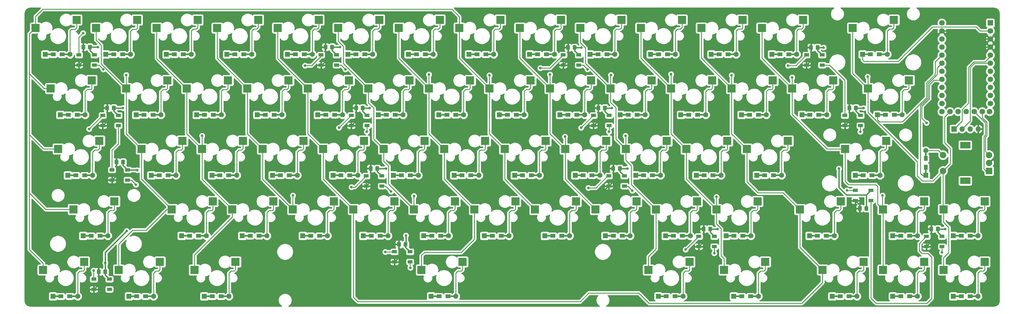
<source format=gbr>
G04 #@! TF.GenerationSoftware,KiCad,Pcbnew,(5.1.10)-1*
G04 #@! TF.CreationDate,2021-09-11T23:54:04-05:00*
G04 #@! TF.ProjectId,kintsugi,6b696e74-7375-4676-992e-6b696361645f,rev?*
G04 #@! TF.SameCoordinates,Original*
G04 #@! TF.FileFunction,Copper,L2,Bot*
G04 #@! TF.FilePolarity,Positive*
%FSLAX46Y46*%
G04 Gerber Fmt 4.6, Leading zero omitted, Abs format (unit mm)*
G04 Created by KiCad (PCBNEW (5.1.10)-1) date 2021-09-11 23:54:04*
%MOMM*%
%LPD*%
G01*
G04 APERTURE LIST*
G04 #@! TA.AperFunction,SMDPad,CuDef*
%ADD10R,2.550000X2.500000*%
G04 #@! TD*
G04 #@! TA.AperFunction,SMDPad,CuDef*
%ADD11R,2.900000X0.500000*%
G04 #@! TD*
G04 #@! TA.AperFunction,ComponentPad*
%ADD12R,1.600000X1.600000*%
G04 #@! TD*
G04 #@! TA.AperFunction,ComponentPad*
%ADD13C,1.600000*%
G04 #@! TD*
G04 #@! TA.AperFunction,SMDPad,CuDef*
%ADD14R,1.600000X1.200000*%
G04 #@! TD*
G04 #@! TA.AperFunction,ComponentPad*
%ADD15O,1.700000X1.700000*%
G04 #@! TD*
G04 #@! TA.AperFunction,ComponentPad*
%ADD16R,1.700000X1.700000*%
G04 #@! TD*
G04 #@! TA.AperFunction,SMDPad,CuDef*
%ADD17R,0.500000X2.900000*%
G04 #@! TD*
G04 #@! TA.AperFunction,SMDPad,CuDef*
%ADD18R,1.200000X1.600000*%
G04 #@! TD*
G04 #@! TA.AperFunction,ComponentPad*
%ADD19R,1.752600X1.752600*%
G04 #@! TD*
G04 #@! TA.AperFunction,ComponentPad*
%ADD20C,1.752600*%
G04 #@! TD*
G04 #@! TA.AperFunction,ComponentPad*
%ADD21R,2.000000X2.000000*%
G04 #@! TD*
G04 #@! TA.AperFunction,ComponentPad*
%ADD22C,2.000000*%
G04 #@! TD*
G04 #@! TA.AperFunction,ComponentPad*
%ADD23R,3.200000X2.000000*%
G04 #@! TD*
G04 #@! TA.AperFunction,SMDPad,CuDef*
%ADD24R,1.500000X1.000000*%
G04 #@! TD*
G04 #@! TA.AperFunction,ViaPad*
%ADD25C,0.800000*%
G04 #@! TD*
G04 #@! TA.AperFunction,Conductor*
%ADD26C,0.381000*%
G04 #@! TD*
G04 #@! TA.AperFunction,Conductor*
%ADD27C,0.250000*%
G04 #@! TD*
G04 #@! TA.AperFunction,Conductor*
%ADD28C,0.254000*%
G04 #@! TD*
G04 #@! TA.AperFunction,Conductor*
%ADD29C,0.100000*%
G04 #@! TD*
G04 APERTURE END LIST*
D10*
X312002500Y-49847500D03*
X324929500Y-47307500D03*
X254852500Y-68897500D03*
X267779500Y-66357500D03*
X188177500Y-87947500D03*
X201104500Y-85407500D03*
X126265000Y-30797500D03*
X139192000Y-28257500D03*
X67754500Y-47307500D03*
X54827500Y-49847500D03*
X304858750Y-68897500D03*
X317785750Y-66357500D03*
X50065000Y-30797500D03*
X62992000Y-28257500D03*
X303498250Y-85407500D03*
X290571250Y-87947500D03*
X277304500Y-85407500D03*
X264377500Y-87947500D03*
X301117000Y-47307500D03*
X288190000Y-49847500D03*
X320167000Y-28257500D03*
X307240000Y-30797500D03*
X291592000Y-28257500D03*
X278665000Y-30797500D03*
D11*
X295021000Y-96266000D03*
X300021000Y-96266000D03*
D12*
X293621000Y-96266000D03*
D13*
X301421000Y-96266000D03*
D14*
X298921000Y-96266000D03*
X296121000Y-96266000D03*
D11*
X268772000Y-96266000D03*
X273772000Y-96266000D03*
D12*
X267372000Y-96266000D03*
D13*
X275172000Y-96266000D03*
D14*
X272672000Y-96266000D03*
X269872000Y-96266000D03*
D11*
X316397000Y-58166000D03*
X321397000Y-58166000D03*
D12*
X314997000Y-58166000D03*
D13*
X322797000Y-58166000D03*
D14*
X320297000Y-58166000D03*
X317497000Y-58166000D03*
D11*
X292648000Y-58166000D03*
X297648000Y-58166000D03*
D12*
X291248000Y-58166000D03*
D13*
X299048000Y-58166000D03*
D14*
X296548000Y-58166000D03*
X293748000Y-58166000D03*
D11*
X311698000Y-39116000D03*
X316698000Y-39116000D03*
D12*
X310298000Y-39116000D03*
D13*
X318098000Y-39116000D03*
D14*
X315598000Y-39116000D03*
X312798000Y-39116000D03*
D11*
X283210000Y-39116000D03*
X288210000Y-39116000D03*
D12*
X281810000Y-39116000D03*
D13*
X289610000Y-39116000D03*
D14*
X287110000Y-39116000D03*
X284310000Y-39116000D03*
D15*
X346710000Y-62611000D03*
X344170000Y-62611000D03*
X341630000Y-62611000D03*
D16*
X339090000Y-62611000D03*
D10*
X70135750Y-66357500D03*
X57208750Y-68897500D03*
D11*
X59262000Y-58166000D03*
X64262000Y-58166000D03*
D12*
X57862000Y-58166000D03*
D13*
X65662000Y-58166000D03*
D14*
X63162000Y-58166000D03*
X60362000Y-58166000D03*
D11*
X340273000Y-115316000D03*
X345273000Y-115316000D03*
D12*
X338873000Y-115316000D03*
D13*
X346673000Y-115316000D03*
D14*
X344173000Y-115316000D03*
X341373000Y-115316000D03*
D11*
X321223000Y-115316000D03*
X326223000Y-115316000D03*
D12*
X319823000Y-115316000D03*
D13*
X327623000Y-115316000D03*
D14*
X325123000Y-115316000D03*
X322323000Y-115316000D03*
D11*
X302173000Y-115316000D03*
X307173000Y-115316000D03*
D12*
X300773000Y-115316000D03*
D13*
X308573000Y-115316000D03*
D14*
X306073000Y-115316000D03*
X303273000Y-115316000D03*
D11*
X271185000Y-115316000D03*
X276185000Y-115316000D03*
D12*
X269785000Y-115316000D03*
D13*
X277585000Y-115316000D03*
D14*
X275085000Y-115316000D03*
X272285000Y-115316000D03*
D11*
X247436000Y-115316000D03*
X252436000Y-115316000D03*
D12*
X246036000Y-115316000D03*
D13*
X253836000Y-115316000D03*
D14*
X251336000Y-115316000D03*
X248536000Y-115316000D03*
D11*
X175935000Y-115316000D03*
X180935000Y-115316000D03*
D12*
X174535000Y-115316000D03*
D13*
X182335000Y-115316000D03*
D14*
X179835000Y-115316000D03*
X177035000Y-115316000D03*
D11*
X104561000Y-115316000D03*
X109561000Y-115316000D03*
D12*
X103161000Y-115316000D03*
D13*
X110961000Y-115316000D03*
D14*
X108461000Y-115316000D03*
X105661000Y-115316000D03*
D11*
X80812000Y-115316000D03*
X85812000Y-115316000D03*
D12*
X79412000Y-115316000D03*
D13*
X87212000Y-115316000D03*
D14*
X84712000Y-115316000D03*
X81912000Y-115316000D03*
D11*
X56936000Y-115316000D03*
X61936000Y-115316000D03*
D12*
X55536000Y-115316000D03*
D13*
X63336000Y-115316000D03*
D14*
X60836000Y-115316000D03*
X58036000Y-115316000D03*
D11*
X340273000Y-96266000D03*
X345273000Y-96266000D03*
D12*
X338873000Y-96266000D03*
D13*
X346673000Y-96266000D03*
D14*
X344173000Y-96266000D03*
X341373000Y-96266000D03*
D11*
X321223000Y-96266000D03*
X326223000Y-96266000D03*
D12*
X319823000Y-96266000D03*
D13*
X327623000Y-96266000D03*
D14*
X325123000Y-96266000D03*
X322323000Y-96266000D03*
D11*
X249722000Y-96266000D03*
X254722000Y-96266000D03*
D12*
X248322000Y-96266000D03*
D13*
X256122000Y-96266000D03*
D14*
X253622000Y-96266000D03*
X250822000Y-96266000D03*
D11*
X230799000Y-96266000D03*
X235799000Y-96266000D03*
D12*
X229399000Y-96266000D03*
D13*
X237199000Y-96266000D03*
D14*
X234699000Y-96266000D03*
X231899000Y-96266000D03*
D11*
X211749000Y-96266000D03*
X216749000Y-96266000D03*
D12*
X210349000Y-96266000D03*
D13*
X218149000Y-96266000D03*
D14*
X215649000Y-96266000D03*
X212849000Y-96266000D03*
X193799000Y-96266000D03*
X196599000Y-96266000D03*
D13*
X199099000Y-96266000D03*
D12*
X191299000Y-96266000D03*
D11*
X197699000Y-96266000D03*
X192699000Y-96266000D03*
X173649000Y-96266000D03*
X178649000Y-96266000D03*
D12*
X172249000Y-96266000D03*
D13*
X180049000Y-96266000D03*
D14*
X177549000Y-96266000D03*
X174749000Y-96266000D03*
D11*
X154599000Y-96266000D03*
X159599000Y-96266000D03*
D12*
X153199000Y-96266000D03*
D13*
X160999000Y-96266000D03*
D14*
X158499000Y-96266000D03*
X155699000Y-96266000D03*
D11*
X135549000Y-96266000D03*
X140549000Y-96266000D03*
D12*
X134149000Y-96266000D03*
D13*
X141949000Y-96266000D03*
D14*
X139449000Y-96266000D03*
X136649000Y-96266000D03*
D11*
X116499000Y-96266000D03*
X121499000Y-96266000D03*
D12*
X115099000Y-96266000D03*
D13*
X122899000Y-96266000D03*
D14*
X120399000Y-96266000D03*
X117599000Y-96266000D03*
D11*
X97449000Y-96266000D03*
X102449000Y-96266000D03*
D12*
X96049000Y-96266000D03*
D13*
X103849000Y-96266000D03*
D14*
X101349000Y-96266000D03*
X98549000Y-96266000D03*
D11*
X66461000Y-96266000D03*
X71461000Y-96266000D03*
D12*
X65061000Y-96266000D03*
D13*
X72861000Y-96266000D03*
D14*
X70361000Y-96266000D03*
X67561000Y-96266000D03*
D17*
X330200000Y-75779000D03*
X330200000Y-70779000D03*
D12*
X330200000Y-77179000D03*
D13*
X330200000Y-69379000D03*
D18*
X330200000Y-71879000D03*
X330200000Y-74679000D03*
D11*
X309412000Y-77216000D03*
X314412000Y-77216000D03*
D12*
X308012000Y-77216000D03*
D13*
X315812000Y-77216000D03*
D14*
X313312000Y-77216000D03*
X310512000Y-77216000D03*
D11*
X278424000Y-77216000D03*
X283424000Y-77216000D03*
D12*
X277024000Y-77216000D03*
D13*
X284824000Y-77216000D03*
D14*
X282324000Y-77216000D03*
X279524000Y-77216000D03*
D11*
X259374000Y-77216000D03*
X264374000Y-77216000D03*
D12*
X257974000Y-77216000D03*
D13*
X265774000Y-77216000D03*
D14*
X263274000Y-77216000D03*
X260474000Y-77216000D03*
D11*
X240324000Y-77216000D03*
X245324000Y-77216000D03*
D12*
X238924000Y-77216000D03*
D13*
X246724000Y-77216000D03*
D14*
X244224000Y-77216000D03*
X241424000Y-77216000D03*
D11*
X221274000Y-77216000D03*
X226274000Y-77216000D03*
D12*
X219874000Y-77216000D03*
D13*
X227674000Y-77216000D03*
D14*
X225174000Y-77216000D03*
X222374000Y-77216000D03*
D11*
X202224000Y-77216000D03*
X207224000Y-77216000D03*
D12*
X200824000Y-77216000D03*
D13*
X208624000Y-77216000D03*
D14*
X206124000Y-77216000D03*
X203324000Y-77216000D03*
D11*
X183174000Y-77216000D03*
X188174000Y-77216000D03*
D12*
X181774000Y-77216000D03*
D13*
X189574000Y-77216000D03*
D14*
X187074000Y-77216000D03*
X184274000Y-77216000D03*
D11*
X164121000Y-77216000D03*
X169121000Y-77216000D03*
D12*
X162721000Y-77216000D03*
D13*
X170521000Y-77216000D03*
D14*
X168021000Y-77216000D03*
X165221000Y-77216000D03*
D11*
X145074000Y-77216000D03*
X150074000Y-77216000D03*
D12*
X143674000Y-77216000D03*
D13*
X151474000Y-77216000D03*
D14*
X148974000Y-77216000D03*
X146174000Y-77216000D03*
D11*
X126024000Y-77216000D03*
X131024000Y-77216000D03*
D12*
X124624000Y-77216000D03*
D13*
X132424000Y-77216000D03*
D14*
X129924000Y-77216000D03*
X127124000Y-77216000D03*
D11*
X106974000Y-77216000D03*
X111974000Y-77216000D03*
D12*
X105574000Y-77216000D03*
D13*
X113374000Y-77216000D03*
D14*
X110874000Y-77216000D03*
X108074000Y-77216000D03*
D11*
X87884000Y-77216000D03*
X92884000Y-77216000D03*
D12*
X86484000Y-77216000D03*
D13*
X94284000Y-77216000D03*
D14*
X91784000Y-77216000D03*
X88984000Y-77216000D03*
X62735000Y-77216000D03*
X65535000Y-77216000D03*
D13*
X68035000Y-77216000D03*
D12*
X60235000Y-77216000D03*
D11*
X66635000Y-77216000D03*
X61635000Y-77216000D03*
X273638000Y-58166000D03*
X278638000Y-58166000D03*
D12*
X272238000Y-58166000D03*
D13*
X280038000Y-58166000D03*
D14*
X277538000Y-58166000D03*
X274738000Y-58166000D03*
D11*
X254545000Y-58166000D03*
X259545000Y-58166000D03*
D12*
X253145000Y-58166000D03*
D13*
X260945000Y-58166000D03*
D14*
X258445000Y-58166000D03*
X255645000Y-58166000D03*
X236595000Y-58166000D03*
X239395000Y-58166000D03*
D13*
X241895000Y-58166000D03*
D12*
X234095000Y-58166000D03*
D11*
X240495000Y-58166000D03*
X235495000Y-58166000D03*
X216488000Y-58166000D03*
X221488000Y-58166000D03*
D12*
X215088000Y-58166000D03*
D13*
X222888000Y-58166000D03*
D14*
X220388000Y-58166000D03*
X217588000Y-58166000D03*
D11*
X197438000Y-58166000D03*
X202438000Y-58166000D03*
D12*
X196038000Y-58166000D03*
D13*
X203838000Y-58166000D03*
D14*
X201338000Y-58166000D03*
X198538000Y-58166000D03*
D11*
X178388000Y-58166000D03*
X183388000Y-58166000D03*
D12*
X176988000Y-58166000D03*
D13*
X184788000Y-58166000D03*
D14*
X182288000Y-58166000D03*
X179488000Y-58166000D03*
D11*
X159338000Y-58166000D03*
X164338000Y-58166000D03*
D12*
X157938000Y-58166000D03*
D13*
X165738000Y-58166000D03*
D14*
X163238000Y-58166000D03*
X160438000Y-58166000D03*
D11*
X140288000Y-58166000D03*
X145288000Y-58166000D03*
D12*
X138888000Y-58166000D03*
D13*
X146688000Y-58166000D03*
D14*
X144188000Y-58166000D03*
X141388000Y-58166000D03*
D11*
X121238000Y-58166000D03*
X126238000Y-58166000D03*
D12*
X119838000Y-58166000D03*
D13*
X127638000Y-58166000D03*
D14*
X125138000Y-58166000D03*
X122338000Y-58166000D03*
D11*
X102148000Y-58166000D03*
X107148000Y-58166000D03*
D12*
X100748000Y-58166000D03*
D13*
X108548000Y-58166000D03*
D14*
X106048000Y-58166000D03*
X103248000Y-58166000D03*
D11*
X83135000Y-58166000D03*
X88135000Y-58166000D03*
D12*
X81735000Y-58166000D03*
D13*
X89535000Y-58166000D03*
D14*
X87035000Y-58166000D03*
X84235000Y-58166000D03*
D11*
X264113000Y-39116000D03*
X269113000Y-39116000D03*
D12*
X262713000Y-39116000D03*
D13*
X270513000Y-39116000D03*
D14*
X268013000Y-39116000D03*
X265213000Y-39116000D03*
D11*
X245023000Y-39116000D03*
X250023000Y-39116000D03*
D12*
X243623000Y-39116000D03*
D13*
X251423000Y-39116000D03*
D14*
X248923000Y-39116000D03*
X246123000Y-39116000D03*
D11*
X225970000Y-39116000D03*
X230970000Y-39116000D03*
D12*
X224570000Y-39116000D03*
D13*
X232370000Y-39116000D03*
D14*
X229870000Y-39116000D03*
X227070000Y-39116000D03*
D11*
X206963000Y-39116000D03*
X211963000Y-39116000D03*
D12*
X205563000Y-39116000D03*
D13*
X213363000Y-39116000D03*
D14*
X210863000Y-39116000D03*
X208063000Y-39116000D03*
D11*
X187873000Y-39116000D03*
X192873000Y-39116000D03*
D12*
X186473000Y-39116000D03*
D13*
X194273000Y-39116000D03*
D14*
X191773000Y-39116000D03*
X188973000Y-39116000D03*
D11*
X168820000Y-39116000D03*
X173820000Y-39116000D03*
D12*
X167420000Y-39116000D03*
D13*
X175220000Y-39116000D03*
D14*
X172720000Y-39116000D03*
X169920000Y-39116000D03*
D11*
X149773000Y-39116000D03*
X154773000Y-39116000D03*
D12*
X148373000Y-39116000D03*
D13*
X156173000Y-39116000D03*
D14*
X153673000Y-39116000D03*
X150873000Y-39116000D03*
D11*
X130763000Y-39116000D03*
X135763000Y-39116000D03*
D12*
X129363000Y-39116000D03*
D13*
X137163000Y-39116000D03*
D14*
X134663000Y-39116000D03*
X131863000Y-39116000D03*
D11*
X111713000Y-39116000D03*
X116713000Y-39116000D03*
D12*
X110313000Y-39116000D03*
D13*
X118113000Y-39116000D03*
D14*
X115613000Y-39116000D03*
X112813000Y-39116000D03*
D11*
X92663000Y-39116000D03*
X97663000Y-39116000D03*
D12*
X91263000Y-39116000D03*
D13*
X99063000Y-39116000D03*
D14*
X96563000Y-39116000D03*
X93763000Y-39116000D03*
D11*
X73573000Y-39116000D03*
X78573000Y-39116000D03*
D12*
X72173000Y-39116000D03*
D13*
X79973000Y-39116000D03*
D14*
X77473000Y-39116000D03*
X74673000Y-39116000D03*
X55620000Y-39116000D03*
X58420000Y-39116000D03*
D13*
X60920000Y-39116000D03*
D12*
X53120000Y-39116000D03*
D11*
X59520000Y-39116000D03*
X54520000Y-39116000D03*
D10*
X269140000Y-49847500D03*
X282067000Y-47307500D03*
X273902500Y-68897500D03*
X286829500Y-66357500D03*
X61971250Y-87947500D03*
X74898250Y-85407500D03*
X348742000Y-85407500D03*
X335815000Y-87947500D03*
X100071250Y-106997500D03*
X112998250Y-104457500D03*
X171508750Y-106997500D03*
X184435750Y-104457500D03*
X266758750Y-106997500D03*
X279685750Y-104457500D03*
X335815000Y-106997500D03*
X348742000Y-104457500D03*
X242946250Y-106997500D03*
X255873250Y-104457500D03*
X76258750Y-106997500D03*
X89185750Y-104457500D03*
X52446250Y-106997500D03*
X65373250Y-104457500D03*
D19*
X350520000Y-29210000D03*
D20*
X350520000Y-31750000D03*
X350520000Y-34290000D03*
X350520000Y-36830000D03*
X350520000Y-39370000D03*
X350520000Y-41910000D03*
X350520000Y-44450000D03*
X350520000Y-46990000D03*
X350520000Y-49530000D03*
X350520000Y-52070000D03*
X350520000Y-54610000D03*
X335280000Y-57150000D03*
X335280000Y-54610000D03*
X335280000Y-52070000D03*
X335280000Y-49530000D03*
X335280000Y-46990000D03*
X335280000Y-44450000D03*
X335280000Y-41910000D03*
X335280000Y-39370000D03*
X335280000Y-36830000D03*
X335280000Y-34290000D03*
X335280000Y-31750000D03*
X350291400Y-57150000D03*
X335280000Y-29210000D03*
X337820000Y-57150000D03*
X340360000Y-57150000D03*
X342900000Y-57150000D03*
X345440000Y-57150000D03*
X347980000Y-57150000D03*
D21*
X350139000Y-75819000D03*
D22*
X350139000Y-73319000D03*
X350139000Y-70819000D03*
D23*
X342639000Y-78919000D03*
X342639000Y-67719000D03*
D22*
X335639000Y-75819000D03*
X335639000Y-70819000D03*
D10*
X316765000Y-106997500D03*
X329692000Y-104457500D03*
X297715000Y-106997500D03*
X310642000Y-104457500D03*
X316765000Y-87947500D03*
X329692000Y-85407500D03*
X245327500Y-87947500D03*
X258254500Y-85407500D03*
X226277500Y-87947500D03*
X239204500Y-85407500D03*
X207227500Y-87947500D03*
X220154500Y-85407500D03*
X169127500Y-87947500D03*
X182054500Y-85407500D03*
X150077500Y-87947500D03*
X163004500Y-85407500D03*
X131027500Y-87947500D03*
X143954500Y-85407500D03*
X111977500Y-87947500D03*
X124904500Y-85407500D03*
X92927500Y-87947500D03*
X105854500Y-85407500D03*
X235802500Y-68897500D03*
X248729500Y-66357500D03*
X216752500Y-68897500D03*
X229679500Y-66357500D03*
X197702500Y-68897500D03*
X210629500Y-66357500D03*
X191579500Y-66357500D03*
X178652500Y-68897500D03*
X159602500Y-68897500D03*
X172529500Y-66357500D03*
X140552500Y-68897500D03*
X153479500Y-66357500D03*
X121502500Y-68897500D03*
X134429500Y-66357500D03*
X102452500Y-68897500D03*
X115379500Y-66357500D03*
X83402500Y-68897500D03*
X96329500Y-66357500D03*
X250090000Y-49847500D03*
X263017000Y-47307500D03*
X231040000Y-49847500D03*
X243967000Y-47307500D03*
X211990000Y-49847500D03*
X224917000Y-47307500D03*
X192940000Y-49847500D03*
X205867000Y-47307500D03*
X173890000Y-49847500D03*
X186817000Y-47307500D03*
X154840000Y-49847500D03*
X167767000Y-47307500D03*
X135790000Y-49847500D03*
X148717000Y-47307500D03*
X116740000Y-49847500D03*
X129667000Y-47307500D03*
X97690000Y-49847500D03*
X110617000Y-47307500D03*
X78640000Y-49847500D03*
X91567000Y-47307500D03*
X259615000Y-30797500D03*
X272542000Y-28257500D03*
X240565000Y-30797500D03*
X253492000Y-28257500D03*
X221515000Y-30797500D03*
X234442000Y-28257500D03*
X202465000Y-30797500D03*
X215392000Y-28257500D03*
X183415000Y-30797500D03*
X196342000Y-28257500D03*
X164365000Y-30797500D03*
X177292000Y-28257500D03*
X145315000Y-30797500D03*
X158242000Y-28257500D03*
X107215000Y-30797500D03*
X120142000Y-28257500D03*
X88165000Y-30797500D03*
X101092000Y-28257500D03*
X69115000Y-30797500D03*
X82042000Y-28257500D03*
D24*
X68416000Y-113106000D03*
X68416000Y-109906000D03*
X73316000Y-113106000D03*
X73316000Y-109906000D03*
X167931000Y-101270000D03*
X167931000Y-104470000D03*
X163031000Y-101270000D03*
X163031000Y-104470000D03*
X263689000Y-96444000D03*
X263689000Y-99644000D03*
X258789000Y-96444000D03*
X258789000Y-99644000D03*
X335317000Y-96444000D03*
X335317000Y-99644000D03*
X330417000Y-96444000D03*
X330417000Y-99644000D03*
X312965000Y-81966000D03*
X312965000Y-85166000D03*
X308065000Y-81966000D03*
X308065000Y-85166000D03*
X235368000Y-77394000D03*
X235368000Y-80594000D03*
X230468000Y-77394000D03*
X230468000Y-80594000D03*
X154141000Y-80594000D03*
X154141000Y-77394000D03*
X159041000Y-80594000D03*
X159041000Y-77394000D03*
X79031000Y-75489000D03*
X79031000Y-78689000D03*
X74131000Y-75489000D03*
X74131000Y-78689000D03*
X76110000Y-58344000D03*
X76110000Y-61544000D03*
X71210000Y-58344000D03*
X71210000Y-61544000D03*
X154342000Y-58344000D03*
X154342000Y-61544000D03*
X149442000Y-58344000D03*
X149442000Y-61544000D03*
X225642000Y-61544000D03*
X225642000Y-58344000D03*
X230542000Y-61544000D03*
X230542000Y-58344000D03*
X309663000Y-58344000D03*
X309663000Y-61544000D03*
X304763000Y-58344000D03*
X304763000Y-61544000D03*
X292698000Y-42494000D03*
X292698000Y-39294000D03*
X297598000Y-42494000D03*
X297598000Y-39294000D03*
X221017000Y-39294000D03*
X221017000Y-42494000D03*
X216117000Y-39294000D03*
X216117000Y-42494000D03*
X144817000Y-39294000D03*
X144817000Y-42494000D03*
X139917000Y-39294000D03*
X139917000Y-42494000D03*
X68617000Y-39294000D03*
X68617000Y-42494000D03*
X63717000Y-39294000D03*
X63717000Y-42494000D03*
G04 #@! TA.AperFunction,SMDPad,CuDef*
G36*
G01*
X69368000Y-108044000D02*
X69368000Y-107094000D01*
G75*
G02*
X69618000Y-106844000I250000J0D01*
G01*
X70293000Y-106844000D01*
G75*
G02*
X70543000Y-107094000I0J-250000D01*
G01*
X70543000Y-108044000D01*
G75*
G02*
X70293000Y-108294000I-250000J0D01*
G01*
X69618000Y-108294000D01*
G75*
G02*
X69368000Y-108044000I0J250000D01*
G01*
G37*
G04 #@! TD.AperFunction*
G04 #@! TA.AperFunction,SMDPad,CuDef*
G36*
G01*
X71443000Y-108044000D02*
X71443000Y-107094000D01*
G75*
G02*
X71693000Y-106844000I250000J0D01*
G01*
X72368000Y-106844000D01*
G75*
G02*
X72618000Y-107094000I0J-250000D01*
G01*
X72618000Y-108044000D01*
G75*
G02*
X72368000Y-108294000I-250000J0D01*
G01*
X71693000Y-108294000D01*
G75*
G02*
X71443000Y-108044000I0J250000D01*
G01*
G37*
G04 #@! TD.AperFunction*
G04 #@! TA.AperFunction,SMDPad,CuDef*
G36*
G01*
X261794500Y-94582000D02*
X261794500Y-93632000D01*
G75*
G02*
X262044500Y-93382000I250000J0D01*
G01*
X262719500Y-93382000D01*
G75*
G02*
X262969500Y-93632000I0J-250000D01*
G01*
X262969500Y-94582000D01*
G75*
G02*
X262719500Y-94832000I-250000J0D01*
G01*
X262044500Y-94832000D01*
G75*
G02*
X261794500Y-94582000I0J250000D01*
G01*
G37*
G04 #@! TD.AperFunction*
G04 #@! TA.AperFunction,SMDPad,CuDef*
G36*
G01*
X259719500Y-94582000D02*
X259719500Y-93632000D01*
G75*
G02*
X259969500Y-93382000I250000J0D01*
G01*
X260644500Y-93382000D01*
G75*
G02*
X260894500Y-93632000I0J-250000D01*
G01*
X260894500Y-94582000D01*
G75*
G02*
X260644500Y-94832000I-250000J0D01*
G01*
X259969500Y-94832000D01*
G75*
G02*
X259719500Y-94582000I0J250000D01*
G01*
G37*
G04 #@! TD.AperFunction*
G04 #@! TA.AperFunction,SMDPad,CuDef*
G36*
G01*
X165931000Y-99408000D02*
X165931000Y-98458000D01*
G75*
G02*
X166181000Y-98208000I250000J0D01*
G01*
X166856000Y-98208000D01*
G75*
G02*
X167106000Y-98458000I0J-250000D01*
G01*
X167106000Y-99408000D01*
G75*
G02*
X166856000Y-99658000I-250000J0D01*
G01*
X166181000Y-99658000D01*
G75*
G02*
X165931000Y-99408000I0J250000D01*
G01*
G37*
G04 #@! TD.AperFunction*
G04 #@! TA.AperFunction,SMDPad,CuDef*
G36*
G01*
X163856000Y-99408000D02*
X163856000Y-98458000D01*
G75*
G02*
X164106000Y-98208000I250000J0D01*
G01*
X164781000Y-98208000D01*
G75*
G02*
X165031000Y-98458000I0J-250000D01*
G01*
X165031000Y-99408000D01*
G75*
G02*
X164781000Y-99658000I-250000J0D01*
G01*
X164106000Y-99658000D01*
G75*
G02*
X163856000Y-99408000I0J250000D01*
G01*
G37*
G04 #@! TD.AperFunction*
G04 #@! TA.AperFunction,SMDPad,CuDef*
G36*
G01*
X333444000Y-94582000D02*
X333444000Y-93632000D01*
G75*
G02*
X333694000Y-93382000I250000J0D01*
G01*
X334369000Y-93382000D01*
G75*
G02*
X334619000Y-93632000I0J-250000D01*
G01*
X334619000Y-94582000D01*
G75*
G02*
X334369000Y-94832000I-250000J0D01*
G01*
X333694000Y-94832000D01*
G75*
G02*
X333444000Y-94582000I0J250000D01*
G01*
G37*
G04 #@! TD.AperFunction*
G04 #@! TA.AperFunction,SMDPad,CuDef*
G36*
G01*
X331369000Y-94582000D02*
X331369000Y-93632000D01*
G75*
G02*
X331619000Y-93382000I250000J0D01*
G01*
X332294000Y-93382000D01*
G75*
G02*
X332544000Y-93632000I0J-250000D01*
G01*
X332544000Y-94582000D01*
G75*
G02*
X332294000Y-94832000I-250000J0D01*
G01*
X331619000Y-94832000D01*
G75*
G02*
X331369000Y-94582000I0J250000D01*
G01*
G37*
G04 #@! TD.AperFunction*
G04 #@! TA.AperFunction,SMDPad,CuDef*
G36*
G01*
X310965000Y-88105000D02*
X310965000Y-87155000D01*
G75*
G02*
X311215000Y-86905000I250000J0D01*
G01*
X311890000Y-86905000D01*
G75*
G02*
X312140000Y-87155000I0J-250000D01*
G01*
X312140000Y-88105000D01*
G75*
G02*
X311890000Y-88355000I-250000J0D01*
G01*
X311215000Y-88355000D01*
G75*
G02*
X310965000Y-88105000I0J250000D01*
G01*
G37*
G04 #@! TD.AperFunction*
G04 #@! TA.AperFunction,SMDPad,CuDef*
G36*
G01*
X308890000Y-88105000D02*
X308890000Y-87155000D01*
G75*
G02*
X309140000Y-86905000I250000J0D01*
G01*
X309815000Y-86905000D01*
G75*
G02*
X310065000Y-87155000I0J-250000D01*
G01*
X310065000Y-88105000D01*
G75*
G02*
X309815000Y-88355000I-250000J0D01*
G01*
X309140000Y-88355000D01*
G75*
G02*
X308890000Y-88105000I0J250000D01*
G01*
G37*
G04 #@! TD.AperFunction*
G04 #@! TA.AperFunction,SMDPad,CuDef*
G36*
G01*
X233368000Y-75532000D02*
X233368000Y-74582000D01*
G75*
G02*
X233618000Y-74332000I250000J0D01*
G01*
X234293000Y-74332000D01*
G75*
G02*
X234543000Y-74582000I0J-250000D01*
G01*
X234543000Y-75532000D01*
G75*
G02*
X234293000Y-75782000I-250000J0D01*
G01*
X233618000Y-75782000D01*
G75*
G02*
X233368000Y-75532000I0J250000D01*
G01*
G37*
G04 #@! TD.AperFunction*
G04 #@! TA.AperFunction,SMDPad,CuDef*
G36*
G01*
X231293000Y-75532000D02*
X231293000Y-74582000D01*
G75*
G02*
X231543000Y-74332000I250000J0D01*
G01*
X232218000Y-74332000D01*
G75*
G02*
X232468000Y-74582000I0J-250000D01*
G01*
X232468000Y-75532000D01*
G75*
G02*
X232218000Y-75782000I-250000J0D01*
G01*
X231543000Y-75782000D01*
G75*
G02*
X231293000Y-75532000I0J250000D01*
G01*
G37*
G04 #@! TD.AperFunction*
G04 #@! TA.AperFunction,SMDPad,CuDef*
G36*
G01*
X157041000Y-75532000D02*
X157041000Y-74582000D01*
G75*
G02*
X157291000Y-74332000I250000J0D01*
G01*
X157966000Y-74332000D01*
G75*
G02*
X158216000Y-74582000I0J-250000D01*
G01*
X158216000Y-75532000D01*
G75*
G02*
X157966000Y-75782000I-250000J0D01*
G01*
X157291000Y-75782000D01*
G75*
G02*
X157041000Y-75532000I0J250000D01*
G01*
G37*
G04 #@! TD.AperFunction*
G04 #@! TA.AperFunction,SMDPad,CuDef*
G36*
G01*
X154966000Y-75532000D02*
X154966000Y-74582000D01*
G75*
G02*
X155216000Y-74332000I250000J0D01*
G01*
X155891000Y-74332000D01*
G75*
G02*
X156141000Y-74582000I0J-250000D01*
G01*
X156141000Y-75532000D01*
G75*
G02*
X155891000Y-75782000I-250000J0D01*
G01*
X155216000Y-75782000D01*
G75*
G02*
X154966000Y-75532000I0J250000D01*
G01*
G37*
G04 #@! TD.AperFunction*
G04 #@! TA.AperFunction,SMDPad,CuDef*
G36*
G01*
X77031000Y-73500000D02*
X77031000Y-72550000D01*
G75*
G02*
X77281000Y-72300000I250000J0D01*
G01*
X77956000Y-72300000D01*
G75*
G02*
X78206000Y-72550000I0J-250000D01*
G01*
X78206000Y-73500000D01*
G75*
G02*
X77956000Y-73750000I-250000J0D01*
G01*
X77281000Y-73750000D01*
G75*
G02*
X77031000Y-73500000I0J250000D01*
G01*
G37*
G04 #@! TD.AperFunction*
G04 #@! TA.AperFunction,SMDPad,CuDef*
G36*
G01*
X74956000Y-73500000D02*
X74956000Y-72550000D01*
G75*
G02*
X75206000Y-72300000I250000J0D01*
G01*
X75881000Y-72300000D01*
G75*
G02*
X76131000Y-72550000I0J-250000D01*
G01*
X76131000Y-73500000D01*
G75*
G02*
X75881000Y-73750000I-250000J0D01*
G01*
X75206000Y-73750000D01*
G75*
G02*
X74956000Y-73500000I0J250000D01*
G01*
G37*
G04 #@! TD.AperFunction*
G04 #@! TA.AperFunction,SMDPad,CuDef*
G36*
G01*
X72035000Y-56482000D02*
X72035000Y-55532000D01*
G75*
G02*
X72285000Y-55282000I250000J0D01*
G01*
X72960000Y-55282000D01*
G75*
G02*
X73210000Y-55532000I0J-250000D01*
G01*
X73210000Y-56482000D01*
G75*
G02*
X72960000Y-56732000I-250000J0D01*
G01*
X72285000Y-56732000D01*
G75*
G02*
X72035000Y-56482000I0J250000D01*
G01*
G37*
G04 #@! TD.AperFunction*
G04 #@! TA.AperFunction,SMDPad,CuDef*
G36*
G01*
X74110000Y-56482000D02*
X74110000Y-55532000D01*
G75*
G02*
X74360000Y-55282000I250000J0D01*
G01*
X75035000Y-55282000D01*
G75*
G02*
X75285000Y-55532000I0J-250000D01*
G01*
X75285000Y-56482000D01*
G75*
G02*
X75035000Y-56732000I-250000J0D01*
G01*
X74360000Y-56732000D01*
G75*
G02*
X74110000Y-56482000I0J250000D01*
G01*
G37*
G04 #@! TD.AperFunction*
G04 #@! TA.AperFunction,SMDPad,CuDef*
G36*
G01*
X150394000Y-56482000D02*
X150394000Y-55532000D01*
G75*
G02*
X150644000Y-55282000I250000J0D01*
G01*
X151319000Y-55282000D01*
G75*
G02*
X151569000Y-55532000I0J-250000D01*
G01*
X151569000Y-56482000D01*
G75*
G02*
X151319000Y-56732000I-250000J0D01*
G01*
X150644000Y-56732000D01*
G75*
G02*
X150394000Y-56482000I0J250000D01*
G01*
G37*
G04 #@! TD.AperFunction*
G04 #@! TA.AperFunction,SMDPad,CuDef*
G36*
G01*
X152469000Y-56482000D02*
X152469000Y-55532000D01*
G75*
G02*
X152719000Y-55282000I250000J0D01*
G01*
X153394000Y-55282000D01*
G75*
G02*
X153644000Y-55532000I0J-250000D01*
G01*
X153644000Y-56482000D01*
G75*
G02*
X153394000Y-56732000I-250000J0D01*
G01*
X152719000Y-56732000D01*
G75*
G02*
X152469000Y-56482000I0J250000D01*
G01*
G37*
G04 #@! TD.AperFunction*
G04 #@! TA.AperFunction,SMDPad,CuDef*
G36*
G01*
X228669000Y-56482000D02*
X228669000Y-55532000D01*
G75*
G02*
X228919000Y-55282000I250000J0D01*
G01*
X229594000Y-55282000D01*
G75*
G02*
X229844000Y-55532000I0J-250000D01*
G01*
X229844000Y-56482000D01*
G75*
G02*
X229594000Y-56732000I-250000J0D01*
G01*
X228919000Y-56732000D01*
G75*
G02*
X228669000Y-56482000I0J250000D01*
G01*
G37*
G04 #@! TD.AperFunction*
G04 #@! TA.AperFunction,SMDPad,CuDef*
G36*
G01*
X226594000Y-56482000D02*
X226594000Y-55532000D01*
G75*
G02*
X226844000Y-55282000I250000J0D01*
G01*
X227519000Y-55282000D01*
G75*
G02*
X227769000Y-55532000I0J-250000D01*
G01*
X227769000Y-56482000D01*
G75*
G02*
X227519000Y-56732000I-250000J0D01*
G01*
X226844000Y-56732000D01*
G75*
G02*
X226594000Y-56482000I0J250000D01*
G01*
G37*
G04 #@! TD.AperFunction*
G04 #@! TA.AperFunction,SMDPad,CuDef*
G36*
G01*
X307663000Y-56482000D02*
X307663000Y-55532000D01*
G75*
G02*
X307913000Y-55282000I250000J0D01*
G01*
X308588000Y-55282000D01*
G75*
G02*
X308838000Y-55532000I0J-250000D01*
G01*
X308838000Y-56482000D01*
G75*
G02*
X308588000Y-56732000I-250000J0D01*
G01*
X307913000Y-56732000D01*
G75*
G02*
X307663000Y-56482000I0J250000D01*
G01*
G37*
G04 #@! TD.AperFunction*
G04 #@! TA.AperFunction,SMDPad,CuDef*
G36*
G01*
X305588000Y-56482000D02*
X305588000Y-55532000D01*
G75*
G02*
X305838000Y-55282000I250000J0D01*
G01*
X306513000Y-55282000D01*
G75*
G02*
X306763000Y-55532000I0J-250000D01*
G01*
X306763000Y-56482000D01*
G75*
G02*
X306513000Y-56732000I-250000J0D01*
G01*
X305838000Y-56732000D01*
G75*
G02*
X305588000Y-56482000I0J250000D01*
G01*
G37*
G04 #@! TD.AperFunction*
G04 #@! TA.AperFunction,SMDPad,CuDef*
G36*
G01*
X295598000Y-37432000D02*
X295598000Y-36482000D01*
G75*
G02*
X295848000Y-36232000I250000J0D01*
G01*
X296523000Y-36232000D01*
G75*
G02*
X296773000Y-36482000I0J-250000D01*
G01*
X296773000Y-37432000D01*
G75*
G02*
X296523000Y-37682000I-250000J0D01*
G01*
X295848000Y-37682000D01*
G75*
G02*
X295598000Y-37432000I0J250000D01*
G01*
G37*
G04 #@! TD.AperFunction*
G04 #@! TA.AperFunction,SMDPad,CuDef*
G36*
G01*
X293523000Y-37432000D02*
X293523000Y-36482000D01*
G75*
G02*
X293773000Y-36232000I250000J0D01*
G01*
X294448000Y-36232000D01*
G75*
G02*
X294698000Y-36482000I0J-250000D01*
G01*
X294698000Y-37432000D01*
G75*
G02*
X294448000Y-37682000I-250000J0D01*
G01*
X293773000Y-37682000D01*
G75*
G02*
X293523000Y-37432000I0J250000D01*
G01*
G37*
G04 #@! TD.AperFunction*
G04 #@! TA.AperFunction,SMDPad,CuDef*
G36*
G01*
X219122500Y-37432000D02*
X219122500Y-36482000D01*
G75*
G02*
X219372500Y-36232000I250000J0D01*
G01*
X220047500Y-36232000D01*
G75*
G02*
X220297500Y-36482000I0J-250000D01*
G01*
X220297500Y-37432000D01*
G75*
G02*
X220047500Y-37682000I-250000J0D01*
G01*
X219372500Y-37682000D01*
G75*
G02*
X219122500Y-37432000I0J250000D01*
G01*
G37*
G04 #@! TD.AperFunction*
G04 #@! TA.AperFunction,SMDPad,CuDef*
G36*
G01*
X217047500Y-37432000D02*
X217047500Y-36482000D01*
G75*
G02*
X217297500Y-36232000I250000J0D01*
G01*
X217972500Y-36232000D01*
G75*
G02*
X218222500Y-36482000I0J-250000D01*
G01*
X218222500Y-37432000D01*
G75*
G02*
X217972500Y-37682000I-250000J0D01*
G01*
X217297500Y-37682000D01*
G75*
G02*
X217047500Y-37432000I0J250000D01*
G01*
G37*
G04 #@! TD.AperFunction*
G04 #@! TA.AperFunction,SMDPad,CuDef*
G36*
G01*
X142817000Y-37305000D02*
X142817000Y-36355000D01*
G75*
G02*
X143067000Y-36105000I250000J0D01*
G01*
X143742000Y-36105000D01*
G75*
G02*
X143992000Y-36355000I0J-250000D01*
G01*
X143992000Y-37305000D01*
G75*
G02*
X143742000Y-37555000I-250000J0D01*
G01*
X143067000Y-37555000D01*
G75*
G02*
X142817000Y-37305000I0J250000D01*
G01*
G37*
G04 #@! TD.AperFunction*
G04 #@! TA.AperFunction,SMDPad,CuDef*
G36*
G01*
X140742000Y-37305000D02*
X140742000Y-36355000D01*
G75*
G02*
X140992000Y-36105000I250000J0D01*
G01*
X141667000Y-36105000D01*
G75*
G02*
X141917000Y-36355000I0J-250000D01*
G01*
X141917000Y-37305000D01*
G75*
G02*
X141667000Y-37555000I-250000J0D01*
G01*
X140992000Y-37555000D01*
G75*
G02*
X140742000Y-37305000I0J250000D01*
G01*
G37*
G04 #@! TD.AperFunction*
G04 #@! TA.AperFunction,SMDPad,CuDef*
G36*
G01*
X66617000Y-37305000D02*
X66617000Y-36355000D01*
G75*
G02*
X66867000Y-36105000I250000J0D01*
G01*
X67542000Y-36105000D01*
G75*
G02*
X67792000Y-36355000I0J-250000D01*
G01*
X67792000Y-37305000D01*
G75*
G02*
X67542000Y-37555000I-250000J0D01*
G01*
X66867000Y-37555000D01*
G75*
G02*
X66617000Y-37305000I0J250000D01*
G01*
G37*
G04 #@! TD.AperFunction*
G04 #@! TA.AperFunction,SMDPad,CuDef*
G36*
G01*
X64542000Y-37305000D02*
X64542000Y-36355000D01*
G75*
G02*
X64792000Y-36105000I250000J0D01*
G01*
X65467000Y-36105000D01*
G75*
G02*
X65717000Y-36355000I0J-250000D01*
G01*
X65717000Y-37305000D01*
G75*
G02*
X65467000Y-37555000I-250000J0D01*
G01*
X64792000Y-37555000D01*
G75*
G02*
X64542000Y-37305000I0J250000D01*
G01*
G37*
G04 #@! TD.AperFunction*
D25*
X69723000Y-36830000D03*
X145923000Y-36830000D03*
X221869000Y-36957000D03*
X298069000Y-36957000D03*
X231394000Y-56007000D03*
X310642000Y-56007000D03*
X155194000Y-56007000D03*
X77597000Y-56007000D03*
X82042000Y-75565000D03*
X160401000Y-75057000D03*
X236347000Y-75057000D03*
X302895000Y-75057000D03*
X336296000Y-94107000D03*
X264668000Y-94107000D03*
X166624000Y-96139000D03*
X72009000Y-104775000D03*
X78740000Y-94742000D03*
X352298000Y-59944000D03*
X65151000Y-34417000D03*
X141351000Y-34416992D03*
X217678000Y-34417000D03*
X294132000Y-34417000D03*
X227203000Y-53467000D03*
X306197000Y-53467000D03*
X151003000Y-53467000D03*
X72644000Y-53467000D03*
X75565000Y-69977000D03*
X155575000Y-72517000D03*
X231902000Y-72644000D03*
X228473000Y-82550000D03*
X305816000Y-85217000D03*
X331978000Y-91567000D03*
X260350000Y-91567000D03*
X69850000Y-104775000D03*
X77850996Y-93218000D03*
X164465000Y-94107000D03*
X342646000Y-82296000D03*
X108331000Y-88138000D03*
X166497000Y-63119000D03*
X243078000Y-62865000D03*
X330454000Y-66167000D03*
X326898000Y-70612000D03*
X330835000Y-115316000D03*
X331597000Y-73279000D03*
X328422000Y-47244000D03*
X331597000Y-38608000D03*
X345313000Y-40005000D03*
X345440000Y-50673000D03*
X71369347Y-43819653D03*
X134874000Y-42672000D03*
X65024000Y-32385000D03*
X147574000Y-43815000D03*
X208915000Y-43434000D03*
X223774000Y-43815000D03*
X286893000Y-42672000D03*
X221742000Y-62230000D03*
X309626002Y-63500000D03*
X230505000Y-63500000D03*
X145542000Y-62230000D03*
X66929000Y-62611000D03*
X154305000Y-63500000D03*
X81661000Y-80137000D03*
X149479000Y-80899000D03*
X224028000Y-81153000D03*
X161925000Y-82296000D03*
X305435000Y-81915000D03*
X237871000Y-82042000D03*
X335280000Y-101473000D03*
X254635000Y-100584000D03*
X263652000Y-101727000D03*
X160147000Y-101346000D03*
X168021000Y-106299000D03*
X68326000Y-107188000D03*
X192913000Y-45720000D03*
X78613000Y-45593000D03*
X211963000Y-45466000D03*
X216662000Y-65024000D03*
X330454000Y-60706000D03*
X102489000Y-64770000D03*
X235712000Y-64770000D03*
X231140000Y-45593000D03*
X131064000Y-83566000D03*
X264350500Y-84010500D03*
X250063000Y-45339000D03*
X269113000Y-45720000D03*
X169164000Y-83693000D03*
X316611000Y-83566000D03*
X288163000Y-46355000D03*
X173863000Y-45466000D03*
X311911989Y-46100989D03*
D26*
X67183000Y-36851500D02*
X67204500Y-36830000D01*
X67183000Y-37860000D02*
X67183000Y-36851500D01*
X68617000Y-39294000D02*
X67183000Y-37860000D01*
X67204500Y-36830000D02*
X69723000Y-36830000D01*
X143383000Y-36851500D02*
X143404500Y-36830000D01*
X143383000Y-37860000D02*
X143383000Y-36851500D01*
X144817000Y-39294000D02*
X143383000Y-37860000D01*
X143404500Y-36830000D02*
X145923000Y-36830000D01*
X219710000Y-37987000D02*
X221017000Y-39294000D01*
X219710000Y-36957000D02*
X219710000Y-37987000D01*
X219710000Y-36957000D02*
X221869000Y-36957000D01*
X296185500Y-37881500D02*
X297598000Y-39294000D01*
X296185500Y-36957000D02*
X296185500Y-37881500D01*
X296185500Y-36957000D02*
X298069000Y-36957000D01*
X308250500Y-56931500D02*
X309663000Y-58344000D01*
X308250500Y-56007000D02*
X308250500Y-56931500D01*
X229256500Y-57058500D02*
X230542000Y-58344000D01*
X229256500Y-56007000D02*
X229256500Y-57058500D01*
X229256500Y-56007000D02*
X231394000Y-56007000D01*
X308250500Y-56007000D02*
X310642000Y-56007000D01*
X153056500Y-57058500D02*
X154342000Y-58344000D01*
X153056500Y-56007000D02*
X153056500Y-57058500D01*
X153056500Y-56007000D02*
X155194000Y-56007000D01*
X74697500Y-56931500D02*
X76110000Y-58344000D01*
X74697500Y-56007000D02*
X74697500Y-56931500D01*
X74697500Y-56007000D02*
X77597000Y-56007000D01*
X77618500Y-74076500D02*
X79031000Y-75489000D01*
X77618500Y-73025000D02*
X77618500Y-74076500D01*
X81966000Y-75489000D02*
X82042000Y-75565000D01*
X79031000Y-75489000D02*
X81966000Y-75489000D01*
X157628500Y-75981500D02*
X159041000Y-77394000D01*
X157628500Y-75057000D02*
X157628500Y-75981500D01*
X157628500Y-75057000D02*
X160401000Y-75057000D01*
X233955500Y-75981500D02*
X235368000Y-77394000D01*
X233955500Y-75057000D02*
X233955500Y-75981500D01*
X311552500Y-83378500D02*
X312965000Y-81966000D01*
X311552500Y-87630000D02*
X311552500Y-83378500D01*
X233955500Y-75057000D02*
X236347000Y-75057000D01*
X302895000Y-75057000D02*
X302895000Y-81026000D01*
X305247500Y-83378500D02*
X311552500Y-83378500D01*
X302895000Y-81026000D02*
X305247500Y-83378500D01*
X334031500Y-95158500D02*
X335317000Y-96444000D01*
X334031500Y-94107000D02*
X334031500Y-95158500D01*
X334031500Y-94107000D02*
X336296000Y-94107000D01*
X262382000Y-95137000D02*
X263689000Y-96444000D01*
X262382000Y-94107000D02*
X262382000Y-95137000D01*
X262382000Y-94107000D02*
X264668000Y-94107000D01*
X166518500Y-99857500D02*
X167931000Y-101270000D01*
X166518500Y-98933000D02*
X166518500Y-99857500D01*
X166624000Y-98827500D02*
X166518500Y-98933000D01*
X166624000Y-96139000D02*
X166624000Y-98827500D01*
X72030500Y-108620500D02*
X73316000Y-109906000D01*
X72030500Y-107569000D02*
X72030500Y-108620500D01*
X72030500Y-107569000D02*
X72136000Y-107569000D01*
X72030500Y-104796500D02*
X72009000Y-104775000D01*
X72030500Y-107569000D02*
X72030500Y-104796500D01*
X72009000Y-101473000D02*
X72009000Y-104775000D01*
X78740000Y-94742000D02*
X72009000Y-101473000D01*
X350139000Y-73319000D02*
X352298000Y-71160000D01*
X352298000Y-38608000D02*
X350520000Y-36830000D01*
X335280000Y-31750000D02*
X340487000Y-31750000D01*
X343027000Y-34290000D02*
X350520000Y-34290000D01*
X340487000Y-31750000D02*
X343027000Y-34290000D01*
X345567000Y-36830000D02*
X343027000Y-34290000D01*
X350520000Y-36830000D02*
X345567000Y-36830000D01*
X352298000Y-59944000D02*
X352298000Y-38608000D01*
X352298000Y-71160000D02*
X352298000Y-59944000D01*
X65151000Y-36851500D02*
X65129500Y-36830000D01*
X65151000Y-41148000D02*
X65151000Y-36851500D01*
X63805000Y-42494000D02*
X65151000Y-41148000D01*
X63717000Y-42494000D02*
X63805000Y-42494000D01*
X65129500Y-34438500D02*
X65151000Y-34417000D01*
X65129500Y-36830000D02*
X65129500Y-34438500D01*
X140132000Y-42494000D02*
X141351000Y-41275000D01*
X139917000Y-42494000D02*
X140132000Y-42494000D01*
X141351000Y-36851500D02*
X141329500Y-36830000D01*
X141351000Y-41275000D02*
X141351000Y-36851500D01*
X141329500Y-36830000D02*
X141329500Y-34438492D01*
X141329500Y-34438492D02*
X141351000Y-34416992D01*
X217635000Y-34460000D02*
X217678000Y-34417000D01*
X217635000Y-36957000D02*
X217635000Y-34460000D01*
X217635000Y-40976000D02*
X217635000Y-36957000D01*
X216117000Y-42494000D02*
X217635000Y-40976000D01*
X294110500Y-34438500D02*
X294132000Y-34417000D01*
X294110500Y-36957000D02*
X294110500Y-34438500D01*
X294110500Y-41081500D02*
X294110500Y-36957000D01*
X292698000Y-42494000D02*
X294110500Y-41081500D01*
X306175500Y-60131500D02*
X306175500Y-56007000D01*
X304763000Y-61544000D02*
X306175500Y-60131500D01*
X227181500Y-60004500D02*
X227181500Y-56007000D01*
X225642000Y-61544000D02*
X227181500Y-60004500D01*
X227181500Y-53488500D02*
X227203000Y-53467000D01*
X227181500Y-56007000D02*
X227181500Y-53488500D01*
X306175500Y-53488500D02*
X306197000Y-53467000D01*
X306175500Y-56007000D02*
X306175500Y-53488500D01*
X150981500Y-60004500D02*
X150981500Y-56007000D01*
X149442000Y-61544000D02*
X150981500Y-60004500D01*
X150981500Y-56007000D02*
X150981500Y-53488500D01*
X150981500Y-53488500D02*
X151003000Y-53467000D01*
X72622500Y-60131500D02*
X72622500Y-56007000D01*
X71210000Y-61544000D02*
X72622500Y-60131500D01*
X72622500Y-53488500D02*
X72644000Y-53467000D01*
X72622500Y-56007000D02*
X72622500Y-53488500D01*
X75543500Y-77276500D02*
X75543500Y-73025000D01*
X74131000Y-78689000D02*
X75543500Y-77276500D01*
X75543500Y-73025000D02*
X75543500Y-69998500D01*
X75543500Y-69998500D02*
X75565000Y-69977000D01*
X155553500Y-79181500D02*
X155553500Y-75057000D01*
X154141000Y-80594000D02*
X155553500Y-79181500D01*
X155553500Y-72538500D02*
X155575000Y-72517000D01*
X155553500Y-75057000D02*
X155553500Y-72538500D01*
X231880500Y-79181500D02*
X231880500Y-75057000D01*
X230468000Y-80594000D02*
X231880500Y-79181500D01*
X309477500Y-86578500D02*
X308065000Y-85166000D01*
X309477500Y-87630000D02*
X309477500Y-86578500D01*
X231880500Y-72665500D02*
X231902000Y-72644000D01*
X231880500Y-75057000D02*
X231880500Y-72665500D01*
X230429000Y-80594000D02*
X228473000Y-82550000D01*
X230468000Y-80594000D02*
X230429000Y-80594000D01*
X305867000Y-85166000D02*
X305816000Y-85217000D01*
X308065000Y-85166000D02*
X305867000Y-85166000D01*
X331956500Y-98104500D02*
X330417000Y-99644000D01*
X331956500Y-94107000D02*
X331956500Y-98104500D01*
X331956500Y-91588500D02*
X331978000Y-91567000D01*
X331956500Y-94107000D02*
X331956500Y-91588500D01*
X260307000Y-98126000D02*
X260307000Y-94107000D01*
X258789000Y-99644000D02*
X260307000Y-98126000D01*
X260307000Y-91610000D02*
X260350000Y-91567000D01*
X260307000Y-94107000D02*
X260307000Y-91610000D01*
X164443500Y-103057500D02*
X164443500Y-98933000D01*
X163031000Y-104470000D02*
X164443500Y-103057500D01*
X69955500Y-111566500D02*
X69955500Y-107569000D01*
X68416000Y-113106000D02*
X69955500Y-111566500D01*
X69955500Y-104753500D02*
X69850000Y-104648000D01*
X69955500Y-107569000D02*
X69955500Y-104753500D01*
X69850000Y-104648000D02*
X69850000Y-101218996D01*
X69850000Y-101218996D02*
X77850996Y-93218000D01*
X164443500Y-98933000D02*
X164443500Y-94128500D01*
X164443500Y-94128500D02*
X164465000Y-94107000D01*
X63717000Y-42494000D02*
X63717000Y-42508000D01*
D27*
X91186000Y-39193000D02*
X91263000Y-39116000D01*
X60920000Y-39116000D02*
X60920000Y-31663000D01*
X60920000Y-31663000D02*
X61341000Y-31242000D01*
X61341000Y-31242000D02*
X62484000Y-31242000D01*
X62992000Y-30734000D02*
X62992000Y-28257500D01*
X62484000Y-31242000D02*
X62992000Y-30734000D01*
X82042000Y-30861000D02*
X82042000Y-28257500D01*
X81661000Y-31242000D02*
X82042000Y-30861000D01*
X79973000Y-31787000D02*
X80518000Y-31242000D01*
X80518000Y-31242000D02*
X81661000Y-31242000D01*
X79973000Y-39116000D02*
X79973000Y-31787000D01*
X99063000Y-39116000D02*
X99063000Y-31747000D01*
X99063000Y-31747000D02*
X99695000Y-31115000D01*
X99695000Y-31115000D02*
X100711000Y-31115000D01*
X101092000Y-30734000D02*
X101092000Y-28257500D01*
X100711000Y-31115000D02*
X101092000Y-30734000D01*
X119634000Y-31115000D02*
X120142000Y-30607000D01*
X118745000Y-31115000D02*
X119634000Y-31115000D01*
X118113000Y-31747000D02*
X118745000Y-31115000D01*
X120142000Y-30607000D02*
X120142000Y-28257500D01*
X118113000Y-39116000D02*
X118113000Y-31747000D01*
X137163000Y-39116000D02*
X137163000Y-31747000D01*
X137795000Y-31115000D02*
X138684000Y-31115000D01*
X138684000Y-31115000D02*
X139192000Y-30607000D01*
X137163000Y-31747000D02*
X137795000Y-31115000D01*
X139192000Y-30607000D02*
X139192000Y-28257500D01*
X157861000Y-31115000D02*
X158242000Y-30734000D01*
X156845000Y-31115000D02*
X157861000Y-31115000D01*
X156173000Y-31787000D02*
X156845000Y-31115000D01*
X158242000Y-30734000D02*
X158242000Y-28257500D01*
X156173000Y-39116000D02*
X156173000Y-31787000D01*
X175220000Y-39116000D02*
X175220000Y-31663000D01*
X175220000Y-31663000D02*
X175768000Y-31115000D01*
X175768000Y-31115000D02*
X176911000Y-31115000D01*
X177292000Y-30734000D02*
X177292000Y-28257500D01*
X176911000Y-31115000D02*
X177292000Y-30734000D01*
X194273000Y-39116000D02*
X194273000Y-31660000D01*
X194273000Y-31660000D02*
X194818000Y-31115000D01*
X194818000Y-31115000D02*
X195961000Y-31115000D01*
X196342000Y-30734000D02*
X196342000Y-28257500D01*
X195961000Y-31115000D02*
X196342000Y-30734000D01*
X213363000Y-39116000D02*
X213363000Y-31747000D01*
X213363000Y-31747000D02*
X213868000Y-31242000D01*
X213868000Y-31242000D02*
X215011000Y-31242000D01*
X215392000Y-30861000D02*
X215392000Y-28257500D01*
X215011000Y-31242000D02*
X215392000Y-30861000D01*
X232370000Y-39116000D02*
X232370000Y-31663000D01*
X232370000Y-31663000D02*
X232918000Y-31115000D01*
X232918000Y-31115000D02*
X234061000Y-31115000D01*
X234442000Y-30734000D02*
X234442000Y-28257500D01*
X234061000Y-31115000D02*
X234442000Y-30734000D01*
X251423000Y-39116000D02*
X251423000Y-31787000D01*
X251423000Y-31787000D02*
X252095000Y-31115000D01*
X252095000Y-31115000D02*
X252984000Y-31115000D01*
X253492000Y-30607000D02*
X253492000Y-28257500D01*
X252984000Y-31115000D02*
X253492000Y-30607000D01*
X270513000Y-39116000D02*
X270513000Y-31747000D01*
X270513000Y-31747000D02*
X271145000Y-31115000D01*
X271145000Y-31115000D02*
X272288000Y-31115000D01*
X272542000Y-30861000D02*
X272542000Y-28257500D01*
X272288000Y-31115000D02*
X272542000Y-30861000D01*
X289610000Y-39116000D02*
X289610000Y-31700000D01*
X289610000Y-31700000D02*
X290195000Y-31115000D01*
X290195000Y-31115000D02*
X291084000Y-31115000D01*
X291592000Y-30607000D02*
X291592000Y-28257500D01*
X291084000Y-31115000D02*
X291592000Y-30607000D01*
X318098000Y-39116000D02*
X318098000Y-31787000D01*
X318098000Y-31787000D02*
X318770000Y-31115000D01*
X318770000Y-31115000D02*
X319659000Y-31115000D01*
X320167000Y-30607000D02*
X320167000Y-28257500D01*
X319659000Y-31115000D02*
X320167000Y-30607000D01*
X334199000Y-69379000D02*
X335639000Y-70819000D01*
X330200000Y-69379000D02*
X334199000Y-69379000D01*
X89535000Y-58166000D02*
X89535000Y-50800000D01*
X89535000Y-50800000D02*
X90170000Y-50165000D01*
X90170000Y-50165000D02*
X91186000Y-50165000D01*
X91567000Y-49784000D02*
X91567000Y-47307500D01*
X91186000Y-50165000D02*
X91567000Y-49784000D01*
X108548000Y-58166000D02*
X108548000Y-50710000D01*
X108548000Y-50710000D02*
X109093000Y-50165000D01*
X109093000Y-50165000D02*
X110236000Y-50165000D01*
X110617000Y-49784000D02*
X110617000Y-47307500D01*
X110236000Y-50165000D02*
X110617000Y-49784000D01*
X127638000Y-58166000D02*
X127638000Y-50797000D01*
X127638000Y-50797000D02*
X128270000Y-50165000D01*
X128270000Y-50165000D02*
X129159000Y-50165000D01*
X129667000Y-49657000D02*
X129667000Y-47307500D01*
X129159000Y-50165000D02*
X129667000Y-49657000D01*
X146688000Y-58166000D02*
X146688000Y-50797000D01*
X146688000Y-50797000D02*
X147320000Y-50165000D01*
X147320000Y-50165000D02*
X148209000Y-50165000D01*
X148717000Y-49657000D02*
X148717000Y-47307500D01*
X148209000Y-50165000D02*
X148717000Y-49657000D01*
X165738000Y-58166000D02*
X165738000Y-50797000D01*
X165738000Y-50797000D02*
X166370000Y-50165000D01*
X166370000Y-50165000D02*
X167386000Y-50165000D01*
X167767000Y-49784000D02*
X167767000Y-47307500D01*
X167386000Y-50165000D02*
X167767000Y-49784000D01*
X184788000Y-58166000D02*
X184788000Y-50797000D01*
X184788000Y-50797000D02*
X185420000Y-50165000D01*
X185420000Y-50165000D02*
X186436000Y-50165000D01*
X186817000Y-49784000D02*
X186817000Y-47307500D01*
X186436000Y-50165000D02*
X186817000Y-49784000D01*
X203838000Y-58166000D02*
X203838000Y-50797000D01*
X203838000Y-50797000D02*
X204470000Y-50165000D01*
X204470000Y-50165000D02*
X205359000Y-50165000D01*
X205867000Y-49657000D02*
X205867000Y-47307500D01*
X205359000Y-50165000D02*
X205867000Y-49657000D01*
X224917000Y-49784000D02*
X224917000Y-47307500D01*
X224536000Y-50165000D02*
X224917000Y-49784000D01*
X223520000Y-50165000D02*
X224536000Y-50165000D01*
X222888000Y-50797000D02*
X223520000Y-50165000D01*
X222888000Y-58166000D02*
X222888000Y-50797000D01*
X243967000Y-49784000D02*
X243967000Y-47307500D01*
X243586000Y-50165000D02*
X243967000Y-49784000D01*
X242570000Y-50165000D02*
X243586000Y-50165000D01*
X241895000Y-50840000D02*
X242570000Y-50165000D01*
X241895000Y-58166000D02*
X241895000Y-50840000D01*
X260945000Y-58166000D02*
X260945000Y-50840000D01*
X260945000Y-50840000D02*
X261620000Y-50165000D01*
X261620000Y-50165000D02*
X262636000Y-50165000D01*
X263017000Y-49784000D02*
X263017000Y-47307500D01*
X262636000Y-50165000D02*
X263017000Y-49784000D01*
X280038000Y-58166000D02*
X280038000Y-50797000D01*
X280038000Y-50797000D02*
X280670000Y-50165000D01*
X280670000Y-50165000D02*
X281686000Y-50165000D01*
X282067000Y-49784000D02*
X282067000Y-47307500D01*
X281686000Y-50165000D02*
X282067000Y-49784000D01*
X299048000Y-58166000D02*
X299048000Y-50837000D01*
X299048000Y-50837000D02*
X299720000Y-50165000D01*
X299720000Y-50165000D02*
X300736000Y-50165000D01*
X301117000Y-49784000D02*
X301117000Y-47307500D01*
X300736000Y-50165000D02*
X301117000Y-49784000D01*
X322797000Y-58166000D02*
X322797000Y-50837000D01*
X322797000Y-50837000D02*
X323469000Y-50165000D01*
X323469000Y-50165000D02*
X324485000Y-50165000D01*
X324485000Y-50165000D02*
X324929500Y-49720500D01*
X324929500Y-49720500D02*
X324929500Y-47307500D01*
X70135750Y-68802250D02*
X70135750Y-66357500D01*
X69723000Y-69215000D02*
X70135750Y-68802250D01*
X68707000Y-69215000D02*
X69723000Y-69215000D01*
X68035000Y-69887000D02*
X68707000Y-69215000D01*
X68035000Y-77216000D02*
X68035000Y-69887000D01*
X96329500Y-68834000D02*
X96329500Y-66357500D01*
X95948500Y-69215000D02*
X96329500Y-68834000D01*
X94996000Y-69215000D02*
X95948500Y-69215000D01*
X94284000Y-69927000D02*
X94996000Y-69215000D01*
X94284000Y-77216000D02*
X94284000Y-69927000D01*
X113374000Y-77216000D02*
X113374000Y-69887000D01*
X113374000Y-69887000D02*
X114046000Y-69215000D01*
X114046000Y-69215000D02*
X114935000Y-69215000D01*
X115379500Y-68770500D02*
X115379500Y-66357500D01*
X114935000Y-69215000D02*
X115379500Y-68770500D01*
X132424000Y-77216000D02*
X132424000Y-69887000D01*
X132424000Y-69887000D02*
X133096000Y-69215000D01*
X133096000Y-69215000D02*
X133985000Y-69215000D01*
X134429500Y-68770500D02*
X134429500Y-66357500D01*
X133985000Y-69215000D02*
X134429500Y-68770500D01*
X151474000Y-77216000D02*
X151474000Y-69887000D01*
X151474000Y-69887000D02*
X152146000Y-69215000D01*
X152146000Y-69215000D02*
X153162000Y-69215000D01*
X153479500Y-68897500D02*
X153479500Y-66357500D01*
X153162000Y-69215000D02*
X153479500Y-68897500D01*
X170521000Y-77216000D02*
X170521000Y-69890000D01*
X170521000Y-69890000D02*
X171196000Y-69215000D01*
X171196000Y-69215000D02*
X172085000Y-69215000D01*
X172529500Y-68770500D02*
X172529500Y-66357500D01*
X172085000Y-69215000D02*
X172529500Y-68770500D01*
X189574000Y-77216000D02*
X189574000Y-69760000D01*
X189574000Y-69760000D02*
X190119000Y-69215000D01*
X190119000Y-69215000D02*
X191262000Y-69215000D01*
X191579500Y-68897500D02*
X191579500Y-66357500D01*
X191262000Y-69215000D02*
X191579500Y-68897500D01*
X210312000Y-69215000D02*
X210629500Y-68897500D01*
X209296000Y-69215000D02*
X210312000Y-69215000D01*
X208624000Y-69887000D02*
X209296000Y-69215000D01*
X210629500Y-68897500D02*
X210629500Y-66357500D01*
X208624000Y-77216000D02*
X208624000Y-69887000D01*
X227674000Y-77216000D02*
X227674000Y-69887000D01*
X227674000Y-69887000D02*
X228346000Y-69215000D01*
X228346000Y-69215000D02*
X229362000Y-69215000D01*
X229679500Y-68897500D02*
X229679500Y-66357500D01*
X229362000Y-69215000D02*
X229679500Y-68897500D01*
X248729500Y-68897500D02*
X248729500Y-66357500D01*
X248412000Y-69215000D02*
X248729500Y-68897500D01*
X247396000Y-69215000D02*
X248412000Y-69215000D01*
X246724000Y-69887000D02*
X247396000Y-69215000D01*
X246724000Y-77216000D02*
X246724000Y-69887000D01*
X267779500Y-68897500D02*
X267779500Y-66357500D01*
X267462000Y-69215000D02*
X267779500Y-68897500D01*
X266446000Y-69215000D02*
X267462000Y-69215000D01*
X265774000Y-69887000D02*
X266446000Y-69215000D01*
X265774000Y-77216000D02*
X265774000Y-69887000D01*
X284824000Y-77216000D02*
X284824000Y-69887000D01*
X284824000Y-69887000D02*
X285496000Y-69215000D01*
X285496000Y-69215000D02*
X286512000Y-69215000D01*
X286829500Y-68897500D02*
X286829500Y-66357500D01*
X286512000Y-69215000D02*
X286829500Y-68897500D01*
X315812000Y-77216000D02*
X315812000Y-69887000D01*
X315812000Y-69887000D02*
X316484000Y-69215000D01*
X316484000Y-69215000D02*
X317373000Y-69215000D01*
X317785750Y-68802250D02*
X317785750Y-66357500D01*
X317373000Y-69215000D02*
X317785750Y-68802250D01*
X74898250Y-87915750D02*
X74898250Y-85407500D01*
X74549000Y-88265000D02*
X74898250Y-87915750D01*
X73533000Y-88265000D02*
X74549000Y-88265000D01*
X72861000Y-88937000D02*
X73533000Y-88265000D01*
X72861000Y-96266000D02*
X72861000Y-88937000D01*
X103849000Y-96266000D02*
X103849000Y-88937000D01*
X103849000Y-88937000D02*
X104521000Y-88265000D01*
X104521000Y-88265000D02*
X105537000Y-88265000D01*
X105854500Y-87947500D02*
X105854500Y-85407500D01*
X105537000Y-88265000D02*
X105854500Y-87947500D01*
X122899000Y-96266000D02*
X122899000Y-88937000D01*
X122899000Y-88937000D02*
X123571000Y-88265000D01*
X123571000Y-88265000D02*
X124587000Y-88265000D01*
X124904500Y-87947500D02*
X124904500Y-85407500D01*
X124587000Y-88265000D02*
X124904500Y-87947500D01*
X141949000Y-96266000D02*
X141949000Y-88937000D01*
X141949000Y-88937000D02*
X142621000Y-88265000D01*
X142621000Y-88265000D02*
X143510000Y-88265000D01*
X143954500Y-87820500D02*
X143954500Y-85407500D01*
X143510000Y-88265000D02*
X143954500Y-87820500D01*
X160999000Y-96266000D02*
X160999000Y-88937000D01*
X160999000Y-88937000D02*
X161671000Y-88265000D01*
X161671000Y-88265000D02*
X162560000Y-88265000D01*
X163004500Y-87820500D02*
X163004500Y-85407500D01*
X162560000Y-88265000D02*
X163004500Y-87820500D01*
X182054500Y-87820500D02*
X182054500Y-85407500D01*
X181610000Y-88265000D02*
X182054500Y-87820500D01*
X180721000Y-88265000D02*
X181610000Y-88265000D01*
X180049000Y-88937000D02*
X180721000Y-88265000D01*
X180049000Y-96266000D02*
X180049000Y-88937000D01*
X199099000Y-96266000D02*
X199099000Y-88937000D01*
X199099000Y-88937000D02*
X199771000Y-88265000D01*
X199771000Y-88265000D02*
X200660000Y-88265000D01*
X201104500Y-87820500D02*
X201104500Y-85407500D01*
X200660000Y-88265000D02*
X201104500Y-87820500D01*
X218149000Y-96266000D02*
X218149000Y-88937000D01*
X218149000Y-88937000D02*
X218821000Y-88265000D01*
X218821000Y-88265000D02*
X219710000Y-88265000D01*
X220154500Y-87820500D02*
X220154500Y-85407500D01*
X219710000Y-88265000D02*
X220154500Y-87820500D01*
X237199000Y-96266000D02*
X237199000Y-88937000D01*
X237199000Y-88937000D02*
X237871000Y-88265000D01*
X237871000Y-88265000D02*
X238760000Y-88265000D01*
X239204500Y-87820500D02*
X239204500Y-85407500D01*
X238760000Y-88265000D02*
X239204500Y-87820500D01*
X256122000Y-96266000D02*
X256122000Y-88937000D01*
X256122000Y-88937000D02*
X256794000Y-88265000D01*
X256794000Y-88265000D02*
X257937000Y-88265000D01*
X258254500Y-87947500D02*
X258254500Y-85407500D01*
X257937000Y-88265000D02*
X258254500Y-87947500D01*
X275172000Y-96266000D02*
X275172000Y-88937000D01*
X275172000Y-88937000D02*
X275844000Y-88265000D01*
X275844000Y-88265000D02*
X276860000Y-88265000D01*
X277304500Y-87820500D02*
X277304500Y-85407500D01*
X276860000Y-88265000D02*
X277304500Y-87820500D01*
X301421000Y-96266000D02*
X301421000Y-88977000D01*
X301421000Y-88977000D02*
X302133000Y-88265000D01*
X302133000Y-88265000D02*
X303022000Y-88265000D01*
X303498250Y-87788750D02*
X303498250Y-85407500D01*
X303022000Y-88265000D02*
X303498250Y-87788750D01*
X327623000Y-96266000D02*
X327623000Y-88937000D01*
X327623000Y-88937000D02*
X328295000Y-88265000D01*
X328295000Y-88265000D02*
X329311000Y-88265000D01*
X329692000Y-87884000D02*
X329692000Y-85407500D01*
X329311000Y-88265000D02*
X329692000Y-87884000D01*
X348742000Y-87884000D02*
X348742000Y-85407500D01*
X348361000Y-88265000D02*
X348742000Y-87884000D01*
X347345000Y-88265000D02*
X348361000Y-88265000D01*
X346673000Y-88937000D02*
X347345000Y-88265000D01*
X346673000Y-96266000D02*
X346673000Y-88937000D01*
X63336000Y-115316000D02*
X63336000Y-107987000D01*
X63336000Y-107987000D02*
X64008000Y-107315000D01*
X64008000Y-107315000D02*
X65024000Y-107315000D01*
X65373250Y-106965750D02*
X65373250Y-104457500D01*
X65024000Y-107315000D02*
X65373250Y-106965750D01*
X87212000Y-115316000D02*
X87212000Y-107987000D01*
X87212000Y-107987000D02*
X87884000Y-107315000D01*
X87884000Y-107315000D02*
X88773000Y-107315000D01*
X89185750Y-106902250D02*
X89185750Y-104457500D01*
X88773000Y-107315000D02*
X89185750Y-106902250D01*
X110961000Y-115316000D02*
X110961000Y-107987000D01*
X110961000Y-107987000D02*
X111633000Y-107315000D01*
X111633000Y-107315000D02*
X112522000Y-107315000D01*
X112998250Y-106838750D02*
X112998250Y-104457500D01*
X112522000Y-107315000D02*
X112998250Y-106838750D01*
X182335000Y-115316000D02*
X182335000Y-107987000D01*
X182335000Y-107987000D02*
X183007000Y-107315000D01*
X183007000Y-107315000D02*
X184023000Y-107315000D01*
X184435750Y-106902250D02*
X184435750Y-104457500D01*
X184023000Y-107315000D02*
X184435750Y-106902250D01*
X255873250Y-106965750D02*
X255873250Y-104457500D01*
X255524000Y-107315000D02*
X255873250Y-106965750D01*
X254508000Y-107315000D02*
X255524000Y-107315000D01*
X253836000Y-107987000D02*
X254508000Y-107315000D01*
X253836000Y-115316000D02*
X253836000Y-107987000D01*
X279273000Y-107315000D02*
X279685750Y-106902250D01*
X278257000Y-107315000D02*
X279273000Y-107315000D01*
X277585000Y-107987000D02*
X278257000Y-107315000D01*
X279685750Y-106902250D02*
X279685750Y-104457500D01*
X277585000Y-115316000D02*
X277585000Y-107987000D01*
X308573000Y-115316000D02*
X308573000Y-107987000D01*
X308573000Y-107987000D02*
X309245000Y-107315000D01*
X309245000Y-107315000D02*
X310261000Y-107315000D01*
X310642000Y-106934000D02*
X310642000Y-104457500D01*
X310261000Y-107315000D02*
X310642000Y-106934000D01*
X329692000Y-106934000D02*
X329692000Y-104457500D01*
X328295000Y-107315000D02*
X329311000Y-107315000D01*
X327623000Y-107987000D02*
X328295000Y-107315000D01*
X329311000Y-107315000D02*
X329692000Y-106934000D01*
X327623000Y-115316000D02*
X327623000Y-107987000D01*
X346673000Y-115316000D02*
X346673000Y-107987000D01*
X346673000Y-107987000D02*
X347345000Y-107315000D01*
X347345000Y-107315000D02*
X348361000Y-107315000D01*
X348742000Y-106934000D02*
X348742000Y-104457500D01*
X348361000Y-107315000D02*
X348742000Y-106934000D01*
X70043694Y-42494000D02*
X71369347Y-43819653D01*
X68617000Y-42494000D02*
X70043694Y-42494000D01*
X136906000Y-42672000D02*
X134874000Y-42672000D01*
X139917000Y-39661000D02*
X136906000Y-42672000D01*
X139917000Y-39294000D02*
X139917000Y-39661000D01*
X63717000Y-33692000D02*
X65024000Y-32385000D01*
X63717000Y-39294000D02*
X63717000Y-33692000D01*
X146253000Y-42494000D02*
X147574000Y-43815000D01*
X144817000Y-42494000D02*
X146253000Y-42494000D01*
X211977000Y-43434000D02*
X216117000Y-39294000D01*
X208915000Y-43434000D02*
X211977000Y-43434000D01*
X222453000Y-42494000D02*
X223774000Y-43815000D01*
X221017000Y-42494000D02*
X222453000Y-42494000D01*
X289306000Y-42672000D02*
X286893000Y-42672000D01*
X292684000Y-39294000D02*
X289306000Y-42672000D01*
X292698000Y-39294000D02*
X292684000Y-39294000D01*
X299923000Y-42494000D02*
X297598000Y-42494000D01*
X304763000Y-47334000D02*
X299923000Y-42494000D01*
X304763000Y-58344000D02*
X304763000Y-47334000D01*
X225642000Y-58344000D02*
X225628000Y-58344000D01*
X225628000Y-58344000D02*
X221742000Y-62230000D01*
X309663000Y-61544000D02*
X309663000Y-63463002D01*
X309663000Y-63463002D02*
X309626002Y-63500000D01*
X230542000Y-63463000D02*
X230505000Y-63500000D01*
X230542000Y-61544000D02*
X230542000Y-63463000D01*
X149428000Y-58344000D02*
X145796000Y-61976000D01*
X149442000Y-58344000D02*
X149428000Y-58344000D01*
X145796000Y-61976000D02*
X145542000Y-62230000D01*
X71196000Y-58344000D02*
X66929000Y-62611000D01*
X71210000Y-58344000D02*
X71196000Y-58344000D01*
X154342000Y-63463000D02*
X154305000Y-63500000D01*
X154342000Y-61544000D02*
X154342000Y-63463000D01*
X74131000Y-69252000D02*
X74131000Y-75489000D01*
X76110000Y-67273000D02*
X74131000Y-69252000D01*
X76110000Y-61544000D02*
X76110000Y-67273000D01*
X80213000Y-78689000D02*
X81661000Y-80137000D01*
X79031000Y-78689000D02*
X80213000Y-78689000D01*
X150622000Y-80899000D02*
X149479000Y-80899000D01*
X154127000Y-77394000D02*
X150622000Y-80899000D01*
X154141000Y-77394000D02*
X154127000Y-77394000D01*
X226441000Y-81153000D02*
X224028000Y-81153000D01*
X230200000Y-77394000D02*
X226441000Y-81153000D01*
X230468000Y-77394000D02*
X230200000Y-77394000D01*
X159041000Y-80594000D02*
X160223000Y-80594000D01*
X160223000Y-80594000D02*
X161925000Y-82296000D01*
X308014000Y-81915000D02*
X308065000Y-81966000D01*
X305435000Y-81915000D02*
X308014000Y-81915000D01*
X236423000Y-80594000D02*
X237871000Y-82042000D01*
X235368000Y-80594000D02*
X236423000Y-80594000D01*
X330417000Y-96444000D02*
X330417000Y-96557000D01*
X314579000Y-117475000D02*
X312965000Y-115861000D01*
X330581000Y-117475000D02*
X314579000Y-117475000D01*
X332105000Y-115951000D02*
X330581000Y-117475000D01*
X332105000Y-103060500D02*
X332105000Y-115951000D01*
X330898500Y-101854000D02*
X332105000Y-103060500D01*
X328168000Y-100965000D02*
X329057000Y-101854000D01*
X312965000Y-115861000D02*
X312965000Y-85166000D01*
X328168000Y-98679000D02*
X328168000Y-100965000D01*
X330403000Y-96444000D02*
X328168000Y-98679000D01*
X329057000Y-101854000D02*
X330898500Y-101854000D01*
X330417000Y-96444000D02*
X330403000Y-96444000D01*
X335317000Y-101436000D02*
X335280000Y-101473000D01*
X335317000Y-99644000D02*
X335317000Y-101436000D01*
X258789000Y-96444000D02*
X258775000Y-96444000D01*
X258775000Y-96444000D02*
X254635000Y-100584000D01*
X263689000Y-101690000D02*
X263652000Y-101727000D01*
X263689000Y-99644000D02*
X263689000Y-101690000D01*
X162955000Y-101346000D02*
X163031000Y-101270000D01*
X160147000Y-101346000D02*
X162955000Y-101346000D01*
X167931000Y-106209000D02*
X168021000Y-106299000D01*
X167931000Y-104470000D02*
X167931000Y-106209000D01*
X68326000Y-109816000D02*
X68416000Y-109906000D01*
X68326000Y-107188000D02*
X68326000Y-109816000D01*
X350139000Y-42291000D02*
X350520000Y-41910000D01*
X341630000Y-62611000D02*
X344170002Y-60070998D01*
X345567000Y-41910000D02*
X350520000Y-41910000D01*
X344170002Y-43306998D02*
X345567000Y-41910000D01*
X344170002Y-43561002D02*
X344170002Y-43306998D01*
X344170002Y-60070998D02*
X344170002Y-43561002D01*
X344170002Y-43561002D02*
X344170002Y-43433998D01*
X339090000Y-62609590D02*
X339090000Y-62611000D01*
X348874510Y-41459990D02*
X350520000Y-39814500D01*
X350520000Y-39814500D02*
X350520000Y-39370000D01*
X345380600Y-41459990D02*
X348874510Y-41459990D01*
X343719991Y-43120599D02*
X345380600Y-41459990D01*
X343719991Y-54425009D02*
X343719991Y-43120599D01*
X341630000Y-56515000D02*
X343719991Y-54425009D01*
X341630000Y-60071000D02*
X341630000Y-56515000D01*
X339090000Y-62611000D02*
X341630000Y-60071000D01*
X183415000Y-30797500D02*
X183324500Y-30797500D01*
X192876500Y-49784000D02*
X192940000Y-49847500D01*
X207164000Y-88011000D02*
X207227500Y-87947500D01*
X52768500Y-49847500D02*
X54827500Y-49847500D01*
X48133000Y-32639000D02*
X48133000Y-45212000D01*
X48133000Y-45212000D02*
X52768500Y-49847500D01*
X49974500Y-30797500D02*
X48133000Y-32639000D01*
X50065000Y-30797500D02*
X49974500Y-30797500D01*
X52641500Y-68897500D02*
X57208750Y-68897500D01*
X48133000Y-64389000D02*
X52641500Y-68897500D01*
X48133000Y-45212000D02*
X48133000Y-64389000D01*
X53276500Y-87947500D02*
X61971250Y-87947500D01*
X48133000Y-82804000D02*
X53276500Y-87947500D01*
X48133000Y-64389000D02*
X48133000Y-82804000D01*
X52446250Y-104897250D02*
X52446250Y-106997500D01*
X48133000Y-100584000D02*
X52446250Y-104897250D01*
X48133000Y-82804000D02*
X48133000Y-100584000D01*
X183415000Y-40322500D02*
X192940000Y-49847500D01*
X183415000Y-30797500D02*
X183415000Y-40322500D01*
X192940000Y-64135000D02*
X197702500Y-68897500D01*
X192940000Y-49847500D02*
X192940000Y-64135000D01*
X197702500Y-78422500D02*
X207227500Y-87947500D01*
X197702500Y-68897500D02*
X197702500Y-78422500D01*
X192940000Y-45747000D02*
X192913000Y-45720000D01*
X192940000Y-49847500D02*
X192940000Y-45747000D01*
X183415000Y-27205000D02*
X183415000Y-30797500D01*
X181102000Y-24892000D02*
X183415000Y-27205000D01*
X50065000Y-27151000D02*
X52324000Y-24892000D01*
X52324000Y-24892000D02*
X181102000Y-24892000D01*
X50065000Y-30797500D02*
X50065000Y-27151000D01*
X69115000Y-30797500D02*
X69115000Y-30834000D01*
X78576500Y-49911000D02*
X78640000Y-49847500D01*
X92864000Y-88011000D02*
X92927500Y-87947500D01*
X202465000Y-30797500D02*
X202465000Y-30834000D01*
X216562000Y-69088000D02*
X216752500Y-68897500D01*
X226214000Y-88011000D02*
X226277500Y-87947500D01*
X78359000Y-49784000D02*
X78613000Y-49784000D01*
X70739000Y-42164000D02*
X78359000Y-49784000D01*
X70739000Y-36195000D02*
X70739000Y-42164000D01*
X69115000Y-34571000D02*
X70739000Y-36195000D01*
X69115000Y-30797500D02*
X69115000Y-34571000D01*
X78640000Y-64135000D02*
X83402500Y-68897500D01*
X78640000Y-49847500D02*
X78640000Y-64135000D01*
X83402500Y-78422500D02*
X92927500Y-87947500D01*
X83402500Y-68897500D02*
X83402500Y-78422500D01*
X84862000Y-94488000D02*
X91402500Y-87947500D01*
X91402500Y-87947500D02*
X92927500Y-87947500D01*
X80645000Y-94488000D02*
X84862000Y-94488000D01*
X76258750Y-98874250D02*
X80645000Y-94488000D01*
X76258750Y-106997500D02*
X76258750Y-98874250D01*
X78640000Y-45620000D02*
X78613000Y-45593000D01*
X78640000Y-49847500D02*
X78640000Y-45620000D01*
X211990000Y-45493000D02*
X211963000Y-45466000D01*
X211990000Y-49847500D02*
X211990000Y-45493000D01*
X202465000Y-40322500D02*
X211990000Y-49847500D01*
X202465000Y-30797500D02*
X202465000Y-40322500D01*
X211990000Y-64135000D02*
X216752500Y-68897500D01*
X211990000Y-49847500D02*
X211990000Y-64135000D01*
X216752500Y-78422500D02*
X226277500Y-87947500D01*
X216752500Y-68897500D02*
X216752500Y-78422500D01*
X216752500Y-65114500D02*
X216662000Y-65024000D01*
X216752500Y-68897500D02*
X216752500Y-65114500D01*
X331354020Y-48629980D02*
X332740000Y-47244000D01*
X328999010Y-55432810D02*
X331354020Y-53077800D01*
X331354020Y-53077800D02*
X331354020Y-48629980D01*
X328999010Y-59251010D02*
X328999010Y-55432810D01*
X330454000Y-60706000D02*
X328999010Y-59251010D01*
X335026000Y-47244000D02*
X335280000Y-46990000D01*
X332740000Y-47244000D02*
X335026000Y-47244000D01*
X88165000Y-30797500D02*
X88165000Y-30834000D01*
X97626500Y-49911000D02*
X97690000Y-49847500D01*
X230949500Y-49847500D02*
X231040000Y-49847500D01*
X221515000Y-30797500D02*
X221515000Y-30834000D01*
X242824000Y-106875250D02*
X242946250Y-106997500D01*
X97599500Y-49847500D02*
X97690000Y-49847500D01*
X88165000Y-40413000D02*
X97599500Y-49847500D01*
X88165000Y-30797500D02*
X88165000Y-40413000D01*
X97690000Y-64135000D02*
X102452500Y-68897500D01*
X97690000Y-49847500D02*
X97690000Y-64135000D01*
X102452500Y-78422500D02*
X111977500Y-87947500D01*
X102452500Y-68897500D02*
X102452500Y-78422500D01*
X100076000Y-106992750D02*
X100071250Y-106997500D01*
X100076000Y-102235000D02*
X100076000Y-106992750D01*
X111977500Y-90333500D02*
X100076000Y-102235000D01*
X111977500Y-87947500D02*
X111977500Y-90333500D01*
X102452500Y-64806500D02*
X102489000Y-64770000D01*
X102452500Y-68897500D02*
X102452500Y-64806500D01*
X235802500Y-64860500D02*
X235712000Y-64770000D01*
X235802500Y-68897500D02*
X235802500Y-64860500D01*
X245327500Y-87947500D02*
X245327500Y-100366500D01*
X242946250Y-102747750D02*
X242946250Y-106997500D01*
X245327500Y-100366500D02*
X242946250Y-102747750D01*
X223139000Y-41946500D02*
X231040000Y-49847500D01*
X223139000Y-37084000D02*
X223139000Y-41946500D01*
X221515000Y-35460000D02*
X223139000Y-37084000D01*
X221515000Y-30797500D02*
X221515000Y-35460000D01*
X232664000Y-65759000D02*
X235802500Y-68897500D01*
X232664000Y-55880000D02*
X232664000Y-65759000D01*
X231040000Y-54256000D02*
X232664000Y-55880000D01*
X231040000Y-49847500D02*
X231040000Y-54256000D01*
X237490000Y-80110000D02*
X245327500Y-87947500D01*
X237490000Y-74168000D02*
X237490000Y-80110000D01*
X235802500Y-72480500D02*
X237490000Y-74168000D01*
X235802500Y-68897500D02*
X235802500Y-72480500D01*
X231040000Y-45693000D02*
X231140000Y-45593000D01*
X231040000Y-49847500D02*
X231040000Y-45693000D01*
X107215000Y-30797500D02*
X107215000Y-30834000D01*
X116676500Y-49784000D02*
X116740000Y-49847500D01*
X121439000Y-68961000D02*
X121502500Y-68897500D01*
X240565000Y-30797500D02*
X240565000Y-30834000D01*
X254789000Y-68834000D02*
X254852500Y-68897500D01*
X266827000Y-106929250D02*
X266758750Y-106997500D01*
X107215000Y-40322500D02*
X116740000Y-49847500D01*
X107215000Y-30797500D02*
X107215000Y-40322500D01*
X116740000Y-64135000D02*
X121502500Y-68897500D01*
X116740000Y-49847500D02*
X116740000Y-64135000D01*
X131000500Y-87947500D02*
X131027500Y-87947500D01*
X121502500Y-78449500D02*
X131000500Y-87947500D01*
X121502500Y-68897500D02*
X121502500Y-78449500D01*
X131027500Y-83602500D02*
X131064000Y-83566000D01*
X131027500Y-87947500D02*
X131027500Y-83602500D01*
X264377500Y-84037500D02*
X264350500Y-84010500D01*
X264377500Y-87947500D02*
X264377500Y-84037500D01*
X240565000Y-40322500D02*
X250090000Y-49847500D01*
X240565000Y-30797500D02*
X240565000Y-40322500D01*
X250090000Y-64135000D02*
X254852500Y-68897500D01*
X250090000Y-49847500D02*
X250090000Y-64135000D01*
X254852500Y-78422500D02*
X264377500Y-87947500D01*
X254852500Y-68897500D02*
X254852500Y-78422500D01*
X266758750Y-103436750D02*
X266758750Y-106997500D01*
X265811000Y-102489000D02*
X266758750Y-103436750D01*
X265811000Y-93980000D02*
X265811000Y-102489000D01*
X264377500Y-92546500D02*
X265811000Y-93980000D01*
X264377500Y-87947500D02*
X264377500Y-92546500D01*
X250090000Y-45366000D02*
X250063000Y-45339000D01*
X250090000Y-49847500D02*
X250090000Y-45366000D01*
X126265000Y-30797500D02*
X126265000Y-30834000D01*
X135726500Y-49911000D02*
X135790000Y-49847500D01*
X140489000Y-68961000D02*
X140552500Y-68897500D01*
X259615000Y-30797500D02*
X259615000Y-30961000D01*
X269076500Y-49911000D02*
X269140000Y-49847500D01*
X297688000Y-106970500D02*
X297715000Y-106997500D01*
X135699500Y-49847500D02*
X135790000Y-49847500D01*
X126265000Y-40413000D02*
X135699500Y-49847500D01*
X126265000Y-30797500D02*
X126265000Y-40413000D01*
X135790000Y-64135000D02*
X140552500Y-68897500D01*
X135790000Y-49847500D02*
X135790000Y-64135000D01*
X140552500Y-78422500D02*
X150077500Y-87947500D01*
X140552500Y-68897500D02*
X140552500Y-78422500D01*
X259615000Y-40322500D02*
X269140000Y-49847500D01*
X259615000Y-30797500D02*
X259615000Y-40322500D01*
X269140000Y-64135000D02*
X273902500Y-68897500D01*
X269140000Y-49847500D02*
X269140000Y-64135000D01*
X273902500Y-68897500D02*
X273902500Y-79211500D01*
X273902500Y-79211500D02*
X277368000Y-82677000D01*
X285300750Y-82677000D02*
X290571250Y-87947500D01*
X277368000Y-82677000D02*
X285300750Y-82677000D01*
X290571250Y-99853750D02*
X297715000Y-106997500D01*
X290571250Y-87947500D02*
X290571250Y-99853750D01*
X243078000Y-117475000D02*
X291211000Y-117475000D01*
X239903000Y-114300000D02*
X243078000Y-117475000D01*
X297715000Y-110971000D02*
X297715000Y-106997500D01*
X224155000Y-114300000D02*
X239903000Y-114300000D01*
X221488000Y-116967000D02*
X224155000Y-114300000D01*
X291211000Y-117475000D02*
X297715000Y-110971000D01*
X151511000Y-116967000D02*
X221488000Y-116967000D01*
X150077500Y-115533500D02*
X151511000Y-116967000D01*
X150077500Y-87947500D02*
X150077500Y-115533500D01*
X269140000Y-45747000D02*
X269113000Y-45720000D01*
X269140000Y-49847500D02*
X269140000Y-45747000D01*
X145315000Y-30797500D02*
X145315000Y-30834000D01*
X154649500Y-49657000D02*
X154840000Y-49847500D01*
X159539000Y-68961000D02*
X159602500Y-68897500D01*
X278665000Y-30797500D02*
X278665000Y-30834000D01*
X156464000Y-65759000D02*
X159602500Y-68897500D01*
X156464000Y-56007000D02*
X156464000Y-65759000D01*
X154840000Y-54383000D02*
X156464000Y-56007000D01*
X154840000Y-49847500D02*
X154840000Y-54383000D01*
X278665000Y-38156002D02*
X278638000Y-38183002D01*
X278665000Y-30797500D02*
X278665000Y-38156002D01*
X278638000Y-40295500D02*
X288190000Y-49847500D01*
X278638000Y-38183002D02*
X278638000Y-40295500D01*
X288190000Y-49847500D02*
X288190000Y-57939000D01*
X299148500Y-68897500D02*
X304858750Y-68897500D01*
X288190000Y-57939000D02*
X299148500Y-68897500D01*
X316765000Y-87947500D02*
X316765000Y-106997500D01*
X169127500Y-83729500D02*
X169164000Y-83693000D01*
X169127500Y-87947500D02*
X169127500Y-83729500D01*
X315087000Y-86269500D02*
X316765000Y-87947500D01*
X314452000Y-80137000D02*
X315087000Y-80772000D01*
X305943000Y-80137000D02*
X314452000Y-80137000D01*
X315087000Y-80772000D02*
X315087000Y-86269500D01*
X304858750Y-79052750D02*
X305943000Y-80137000D01*
X304858750Y-68897500D02*
X304858750Y-79052750D01*
X316611000Y-87793500D02*
X316765000Y-87947500D01*
X316611000Y-83566000D02*
X316611000Y-87793500D01*
X159602500Y-68897500D02*
X159602500Y-72734500D01*
X159602500Y-72734500D02*
X161163000Y-74295000D01*
X161163000Y-74295000D02*
X161163000Y-79983000D01*
X161163000Y-79983000D02*
X169127500Y-87947500D01*
X145315000Y-30797500D02*
X145315000Y-34952000D01*
X145315000Y-34952000D02*
X146939000Y-36576000D01*
X146939000Y-36576000D02*
X146939000Y-41946500D01*
X146939000Y-41946500D02*
X154840000Y-49847500D01*
X288190000Y-46382000D02*
X288163000Y-46355000D01*
X288190000Y-49847500D02*
X288190000Y-46382000D01*
X171450000Y-106938750D02*
X171508750Y-106997500D01*
X307240000Y-30797500D02*
X307240000Y-30834000D01*
X335751500Y-88011000D02*
X335815000Y-87947500D01*
X335788000Y-106970500D02*
X335815000Y-106997500D01*
X164365000Y-40322500D02*
X173890000Y-49847500D01*
X164365000Y-30797500D02*
X164365000Y-40322500D01*
X173890000Y-64135000D02*
X178652500Y-68897500D01*
X173890000Y-49847500D02*
X173890000Y-64135000D01*
X178652500Y-78422500D02*
X188177500Y-87947500D01*
X178652500Y-68897500D02*
X178652500Y-78422500D01*
X188177500Y-87947500D02*
X188177500Y-97318500D01*
X188177500Y-97318500D02*
X184023000Y-101473000D01*
X184023000Y-101473000D02*
X172466000Y-101473000D01*
X171508750Y-102430250D02*
X171508750Y-106997500D01*
X172466000Y-101473000D02*
X171508750Y-102430250D01*
X307240000Y-45085000D02*
X312002500Y-49847500D01*
X307240000Y-30797500D02*
X307240000Y-45085000D01*
X335639000Y-87771500D02*
X335815000Y-87947500D01*
X335639000Y-75819000D02*
X335639000Y-87771500D01*
X173890000Y-45493000D02*
X173863000Y-45466000D01*
X173890000Y-49847500D02*
X173890000Y-45493000D01*
X335815000Y-103097000D02*
X335815000Y-106997500D01*
X337439000Y-101473000D02*
X335815000Y-103097000D01*
X337439000Y-93599000D02*
X337439000Y-101473000D01*
X335815000Y-91975000D02*
X337439000Y-93599000D01*
X335815000Y-87947500D02*
X335815000Y-91975000D01*
X327533000Y-77343000D02*
X329184000Y-78994000D01*
X332464000Y-78994000D02*
X335639000Y-75819000D01*
X327533000Y-72887002D02*
X327533000Y-77343000D01*
X329184000Y-78994000D02*
X332464000Y-78994000D01*
X312002500Y-57356502D02*
X327533000Y-72887002D01*
X312002500Y-49847500D02*
X312002500Y-57356502D01*
X312002500Y-49847500D02*
X312002500Y-46191500D01*
X312002500Y-46191500D02*
X311911989Y-46100989D01*
X336169000Y-58801000D02*
X337820000Y-57150000D01*
X337925000Y-68729000D02*
X336169000Y-66973000D01*
X337925000Y-73533000D02*
X337925000Y-68729000D01*
X336169000Y-66973000D02*
X336169000Y-58801000D01*
X335639000Y-75819000D02*
X337925000Y-73533000D01*
X350139000Y-75819000D02*
X351028000Y-75819000D01*
X350139000Y-75819000D02*
X349123000Y-75819000D01*
X349123000Y-75819000D02*
X348488000Y-75184000D01*
X348488000Y-75184000D02*
X348488000Y-65024000D01*
X348488000Y-65024000D02*
X348996000Y-64516000D01*
X348996000Y-60706000D02*
X345440000Y-57150000D01*
X348996000Y-64516000D02*
X348996000Y-60706000D01*
X350139000Y-70819000D02*
X348938010Y-69618010D01*
X348938010Y-69618010D02*
X348938010Y-65210400D01*
X348938010Y-65210400D02*
X349446010Y-64702400D01*
X349446010Y-64702400D02*
X349446009Y-60519599D01*
X347980000Y-59053590D02*
X347980000Y-57150000D01*
X349446009Y-60519599D02*
X347980000Y-59053590D01*
X65662000Y-58166000D02*
X65662000Y-50797000D01*
X65662000Y-50797000D02*
X66294000Y-50165000D01*
X66294000Y-50165000D02*
X67437000Y-50165000D01*
X67754500Y-49847500D02*
X67754500Y-47307500D01*
X67437000Y-50165000D02*
X67754500Y-49847500D01*
X346075000Y-30480000D02*
X347345000Y-31750000D01*
X332359000Y-30480000D02*
X346075000Y-30480000D01*
X321564000Y-41275000D02*
X332359000Y-30480000D01*
X310769000Y-41275000D02*
X321564000Y-41275000D01*
X347345000Y-31750000D02*
X350520000Y-31750000D01*
X310298000Y-40804000D02*
X310769000Y-41275000D01*
X310298000Y-39116000D02*
X310298000Y-40804000D01*
X253111000Y-58200000D02*
X253145000Y-58166000D01*
X333178990Y-45406600D02*
X333178990Y-41471010D01*
X330581000Y-48004590D02*
X333178990Y-45406600D01*
X330454000Y-52705000D02*
X330454000Y-48133000D01*
X333178990Y-41471010D02*
X335280000Y-39370000D01*
X330581000Y-48006000D02*
X330581000Y-48004590D01*
X330454000Y-48133000D02*
X330581000Y-48006000D01*
X314997000Y-58166000D02*
X314997000Y-59714592D01*
X315607408Y-60325000D02*
X322834000Y-60325000D01*
X314997000Y-59714592D02*
X315607408Y-60325000D01*
X322834000Y-60325000D02*
X330454000Y-52705000D01*
X333756000Y-43434000D02*
X335280000Y-41910000D01*
X333756000Y-45467411D02*
X333756000Y-43434000D01*
X328549000Y-76578000D02*
X328549000Y-55246410D01*
X330904011Y-52891400D02*
X330904011Y-48319400D01*
X329150000Y-77179000D02*
X328549000Y-76578000D01*
X328549000Y-55246410D02*
X330904011Y-52891400D01*
X330200000Y-77179000D02*
X329150000Y-77179000D01*
X330904011Y-48319400D02*
X333756000Y-45467411D01*
D28*
X49553998Y-26587201D02*
X49525000Y-26610999D01*
X49501202Y-26639997D01*
X49501201Y-26639998D01*
X49430026Y-26726724D01*
X49359454Y-26858754D01*
X49315998Y-27002015D01*
X49301324Y-27151000D01*
X49305001Y-27188332D01*
X49305001Y-28909428D01*
X48790000Y-28909428D01*
X48665518Y-28921688D01*
X48545820Y-28957998D01*
X48435506Y-29016963D01*
X48338815Y-29096315D01*
X48259463Y-29193006D01*
X48200498Y-29303320D01*
X48164188Y-29423018D01*
X48151928Y-29547500D01*
X48151928Y-31545271D01*
X47622003Y-32075196D01*
X47592999Y-32098999D01*
X47544182Y-32158483D01*
X47498026Y-32214724D01*
X47445069Y-32313799D01*
X47427454Y-32346754D01*
X47383997Y-32490015D01*
X47373000Y-32601668D01*
X47373000Y-32601678D01*
X47369324Y-32639000D01*
X47373000Y-32676322D01*
X47373001Y-45174658D01*
X47373000Y-45174668D01*
X47373000Y-45174678D01*
X47369324Y-45212000D01*
X47373000Y-45249322D01*
X47373001Y-64351658D01*
X47373000Y-64351668D01*
X47373000Y-64351678D01*
X47369324Y-64389000D01*
X47373000Y-64426322D01*
X47373001Y-82766658D01*
X47373000Y-82766668D01*
X47373000Y-82766678D01*
X47369324Y-82804000D01*
X47373000Y-82841322D01*
X47373001Y-100546667D01*
X47369324Y-100584000D01*
X47373001Y-100621333D01*
X47381668Y-100709324D01*
X47383998Y-100732985D01*
X47427454Y-100876246D01*
X47498026Y-101008276D01*
X47552175Y-101074256D01*
X47593000Y-101124001D01*
X47621998Y-101147799D01*
X51583626Y-105109428D01*
X51171250Y-105109428D01*
X51046768Y-105121688D01*
X50927070Y-105157998D01*
X50816756Y-105216963D01*
X50720065Y-105296315D01*
X50640713Y-105393006D01*
X50581748Y-105503320D01*
X50545438Y-105623018D01*
X50533178Y-105747500D01*
X50533178Y-108247500D01*
X50545438Y-108371982D01*
X50581748Y-108491680D01*
X50640713Y-108601994D01*
X50720065Y-108698685D01*
X50816756Y-108778037D01*
X50927070Y-108837002D01*
X51046768Y-108873312D01*
X51171250Y-108885572D01*
X53086876Y-108885572D01*
X52999279Y-109097049D01*
X52941250Y-109388778D01*
X52941250Y-109686222D01*
X52999279Y-109977951D01*
X53113106Y-110252753D01*
X53278357Y-110500069D01*
X53488681Y-110710393D01*
X53735997Y-110875644D01*
X54010799Y-110989471D01*
X54302528Y-111047500D01*
X54599972Y-111047500D01*
X54891701Y-110989471D01*
X55166503Y-110875644D01*
X55413819Y-110710393D01*
X55624143Y-110500069D01*
X55789394Y-110252753D01*
X55903221Y-109977951D01*
X55961250Y-109686222D01*
X55961250Y-109388778D01*
X55910273Y-109132500D01*
X55931529Y-109132500D01*
X56344006Y-109050453D01*
X56732552Y-108889512D01*
X57038958Y-108684779D01*
X57003377Y-108770678D01*
X56902350Y-109278576D01*
X56902350Y-109796424D01*
X57003377Y-110304322D01*
X57201549Y-110782751D01*
X57489250Y-111213326D01*
X57855424Y-111579500D01*
X58285999Y-111867201D01*
X58764428Y-112065373D01*
X59272326Y-112166400D01*
X59790174Y-112166400D01*
X60298072Y-112065373D01*
X60776501Y-111867201D01*
X61207076Y-111579500D01*
X61573250Y-111213326D01*
X61860951Y-110782751D01*
X62059123Y-110304322D01*
X62160150Y-109796424D01*
X62160150Y-109278576D01*
X62059123Y-108770678D01*
X61860951Y-108292249D01*
X61573250Y-107861674D01*
X61207076Y-107495500D01*
X60776501Y-107207799D01*
X60298072Y-107009627D01*
X59790174Y-106908600D01*
X59272326Y-106908600D01*
X58764428Y-107009627D01*
X58285999Y-107207799D01*
X57855424Y-107495500D01*
X57785013Y-107565911D01*
X57856250Y-107207779D01*
X57856250Y-106787221D01*
X57774203Y-106374744D01*
X57613262Y-105986198D01*
X57379613Y-105636517D01*
X57082233Y-105339137D01*
X56732552Y-105105488D01*
X56344006Y-104944547D01*
X55931529Y-104862500D01*
X55510971Y-104862500D01*
X55098494Y-104944547D01*
X54709948Y-105105488D01*
X54360267Y-105339137D01*
X54270810Y-105428594D01*
X54251787Y-105393006D01*
X54172435Y-105296315D01*
X54075744Y-105216963D01*
X53965430Y-105157998D01*
X53845732Y-105121688D01*
X53721250Y-105109428D01*
X53206250Y-105109428D01*
X53206250Y-104934575D01*
X53209926Y-104897250D01*
X53206250Y-104859925D01*
X53206250Y-104859917D01*
X53195253Y-104748264D01*
X53151796Y-104605003D01*
X53081224Y-104472974D01*
X52986251Y-104357249D01*
X52957254Y-104333452D01*
X48893000Y-100269199D01*
X48893000Y-98483576D01*
X54489350Y-98483576D01*
X54489350Y-99001424D01*
X54590377Y-99509322D01*
X54788549Y-99987751D01*
X55076250Y-100418326D01*
X55442424Y-100784500D01*
X55872999Y-101072201D01*
X56351428Y-101270373D01*
X56859326Y-101371400D01*
X57377174Y-101371400D01*
X57885072Y-101270373D01*
X58363501Y-101072201D01*
X58794076Y-100784500D01*
X59160250Y-100418326D01*
X59447951Y-99987751D01*
X59646123Y-99509322D01*
X59747150Y-99001424D01*
X59747150Y-98483576D01*
X59646123Y-97975678D01*
X59447951Y-97497249D01*
X59160250Y-97066674D01*
X58794076Y-96700500D01*
X58363501Y-96412799D01*
X57885072Y-96214627D01*
X57377174Y-96113600D01*
X56859326Y-96113600D01*
X56351428Y-96214627D01*
X55872999Y-96412799D01*
X55442424Y-96700500D01*
X55076250Y-97066674D01*
X54788549Y-97497249D01*
X54590377Y-97975678D01*
X54489350Y-98483576D01*
X48893000Y-98483576D01*
X48893000Y-95466000D01*
X63622928Y-95466000D01*
X63622928Y-97066000D01*
X63635188Y-97190482D01*
X63671498Y-97310180D01*
X63730463Y-97420494D01*
X63809815Y-97517185D01*
X63906506Y-97596537D01*
X64016820Y-97655502D01*
X64136518Y-97691812D01*
X64261000Y-97704072D01*
X65861000Y-97704072D01*
X65985482Y-97691812D01*
X66105180Y-97655502D01*
X66215494Y-97596537D01*
X66312185Y-97517185D01*
X66391537Y-97420494D01*
X66405002Y-97395303D01*
X66406506Y-97396537D01*
X66516820Y-97455502D01*
X66636518Y-97491812D01*
X66761000Y-97504072D01*
X68361000Y-97504072D01*
X68485482Y-97491812D01*
X68605180Y-97455502D01*
X68715494Y-97396537D01*
X68812185Y-97317185D01*
X68891537Y-97220494D01*
X68950502Y-97110180D01*
X68961000Y-97075573D01*
X68971498Y-97110180D01*
X69030463Y-97220494D01*
X69109815Y-97317185D01*
X69206506Y-97396537D01*
X69316820Y-97455502D01*
X69436518Y-97491812D01*
X69561000Y-97504072D01*
X71161000Y-97504072D01*
X71285482Y-97491812D01*
X71405180Y-97455502D01*
X71515494Y-97396537D01*
X71612185Y-97317185D01*
X71691537Y-97220494D01*
X71727041Y-97154072D01*
X71728531Y-97154072D01*
X71746363Y-97180759D01*
X71946241Y-97380637D01*
X72181273Y-97537680D01*
X72442426Y-97645853D01*
X72719665Y-97701000D01*
X73002335Y-97701000D01*
X73279574Y-97645853D01*
X73540727Y-97537680D01*
X73775759Y-97380637D01*
X73975637Y-97180759D01*
X74132680Y-96945727D01*
X74240853Y-96684574D01*
X74296000Y-96407335D01*
X74296000Y-96124665D01*
X74240853Y-95847426D01*
X74132680Y-95586273D01*
X73975637Y-95351241D01*
X73775759Y-95151363D01*
X73621000Y-95047957D01*
X73621000Y-91908488D01*
X73695799Y-91939471D01*
X73987528Y-91997500D01*
X74284972Y-91997500D01*
X74576701Y-91939471D01*
X74851503Y-91825644D01*
X75098819Y-91660393D01*
X75309143Y-91450069D01*
X75474394Y-91202753D01*
X75588221Y-90927951D01*
X75646250Y-90636222D01*
X75646250Y-90338778D01*
X75588221Y-90047049D01*
X75474394Y-89772247D01*
X75309143Y-89524931D01*
X75098819Y-89314607D01*
X74851503Y-89149356D01*
X74576701Y-89035529D01*
X74535627Y-89027359D01*
X74549000Y-89028676D01*
X74586322Y-89025000D01*
X74586333Y-89025000D01*
X74697986Y-89014003D01*
X74841247Y-88970546D01*
X74973276Y-88899974D01*
X75089001Y-88805001D01*
X75112804Y-88775997D01*
X75409248Y-88479553D01*
X75438251Y-88455751D01*
X75533224Y-88340026D01*
X75603796Y-88207997D01*
X75647253Y-88064736D01*
X75658250Y-87953083D01*
X75658250Y-87953074D01*
X75661926Y-87915751D01*
X75658250Y-87878428D01*
X75658250Y-87295572D01*
X76173250Y-87295572D01*
X76297732Y-87283312D01*
X76417430Y-87247002D01*
X76527744Y-87188037D01*
X76624435Y-87108685D01*
X76703787Y-87011994D01*
X76762752Y-86901680D01*
X76799062Y-86781982D01*
X76811322Y-86657500D01*
X76811322Y-84157500D01*
X76799062Y-84033018D01*
X76762752Y-83913320D01*
X76703787Y-83803006D01*
X76624435Y-83706315D01*
X76527744Y-83626963D01*
X76417430Y-83567998D01*
X76297732Y-83531688D01*
X76173250Y-83519428D01*
X73623250Y-83519428D01*
X73498768Y-83531688D01*
X73379070Y-83567998D01*
X73268756Y-83626963D01*
X73172065Y-83706315D01*
X73092713Y-83803006D01*
X73064285Y-83856189D01*
X72957233Y-83749137D01*
X72607552Y-83515488D01*
X72219006Y-83354547D01*
X71893789Y-83289857D01*
X78835250Y-83289857D01*
X78835250Y-83715143D01*
X78918220Y-84132257D01*
X79080969Y-84525170D01*
X79317246Y-84878782D01*
X79617968Y-85179504D01*
X79971580Y-85415781D01*
X80364493Y-85578530D01*
X80781607Y-85661500D01*
X81206893Y-85661500D01*
X81624007Y-85578530D01*
X82016920Y-85415781D01*
X82370532Y-85179504D01*
X82671254Y-84878782D01*
X82907531Y-84525170D01*
X83070280Y-84132257D01*
X83153250Y-83715143D01*
X83153250Y-83289857D01*
X83070280Y-82872743D01*
X82907531Y-82479830D01*
X82671254Y-82126218D01*
X82370532Y-81825496D01*
X82016920Y-81589219D01*
X81624007Y-81426470D01*
X81206893Y-81343500D01*
X80781607Y-81343500D01*
X80364493Y-81426470D01*
X79971580Y-81589219D01*
X79617968Y-81825496D01*
X79317246Y-82126218D01*
X79080969Y-82479830D01*
X78918220Y-82872743D01*
X78835250Y-83289857D01*
X71893789Y-83289857D01*
X71806529Y-83272500D01*
X71385971Y-83272500D01*
X70973494Y-83354547D01*
X70584948Y-83515488D01*
X70235267Y-83749137D01*
X69937887Y-84046517D01*
X69704238Y-84396198D01*
X69543297Y-84784744D01*
X69461250Y-85197221D01*
X69461250Y-85617779D01*
X69543297Y-86030256D01*
X69704238Y-86418802D01*
X69937887Y-86768483D01*
X70235267Y-87065863D01*
X70584948Y-87299512D01*
X70973494Y-87460453D01*
X71385971Y-87542500D01*
X71806529Y-87542500D01*
X72219006Y-87460453D01*
X72607552Y-87299512D01*
X72957233Y-87065863D01*
X73064285Y-86958811D01*
X73092713Y-87011994D01*
X73172065Y-87108685D01*
X73268756Y-87188037D01*
X73379070Y-87247002D01*
X73498768Y-87283312D01*
X73623250Y-87295572D01*
X74138250Y-87295572D01*
X74138250Y-87505000D01*
X73570333Y-87505000D01*
X73533000Y-87501323D01*
X73495667Y-87505000D01*
X73384014Y-87515997D01*
X73240753Y-87559454D01*
X73108724Y-87630026D01*
X72992999Y-87724999D01*
X72969200Y-87753998D01*
X72349998Y-88373201D01*
X72321000Y-88396999D01*
X72297202Y-88425997D01*
X72297201Y-88425998D01*
X72226026Y-88512724D01*
X72155454Y-88644754D01*
X72125180Y-88744558D01*
X72115642Y-88776003D01*
X72111998Y-88788015D01*
X72097324Y-88937000D01*
X72101001Y-88974332D01*
X72101000Y-95047956D01*
X71946241Y-95151363D01*
X71746363Y-95351241D01*
X71728531Y-95377928D01*
X71727041Y-95377928D01*
X71691537Y-95311506D01*
X71612185Y-95214815D01*
X71515494Y-95135463D01*
X71405180Y-95076498D01*
X71285482Y-95040188D01*
X71161000Y-95027928D01*
X69561000Y-95027928D01*
X69436518Y-95040188D01*
X69316820Y-95076498D01*
X69206506Y-95135463D01*
X69109815Y-95214815D01*
X69030463Y-95311506D01*
X68971498Y-95421820D01*
X68961000Y-95456427D01*
X68950502Y-95421820D01*
X68891537Y-95311506D01*
X68812185Y-95214815D01*
X68715494Y-95135463D01*
X68605180Y-95076498D01*
X68485482Y-95040188D01*
X68361000Y-95027928D01*
X66761000Y-95027928D01*
X66636518Y-95040188D01*
X66516820Y-95076498D01*
X66406506Y-95135463D01*
X66405002Y-95136697D01*
X66391537Y-95111506D01*
X66312185Y-95014815D01*
X66215494Y-94935463D01*
X66105180Y-94876498D01*
X65985482Y-94840188D01*
X65861000Y-94827928D01*
X64261000Y-94827928D01*
X64136518Y-94840188D01*
X64016820Y-94876498D01*
X63906506Y-94935463D01*
X63809815Y-95014815D01*
X63730463Y-95111506D01*
X63671498Y-95221820D01*
X63635188Y-95341518D01*
X63622928Y-95466000D01*
X48893000Y-95466000D01*
X48893000Y-84638802D01*
X52712705Y-88458508D01*
X52736499Y-88487501D01*
X52765492Y-88511295D01*
X52765496Y-88511299D01*
X52821485Y-88557247D01*
X52852224Y-88582474D01*
X52984253Y-88653046D01*
X53127514Y-88696503D01*
X53239167Y-88707500D01*
X53239176Y-88707500D01*
X53276499Y-88711176D01*
X53313822Y-88707500D01*
X60058178Y-88707500D01*
X60058178Y-89197500D01*
X60070438Y-89321982D01*
X60106748Y-89441680D01*
X60165713Y-89551994D01*
X60245065Y-89648685D01*
X60341756Y-89728037D01*
X60452070Y-89787002D01*
X60571768Y-89823312D01*
X60696250Y-89835572D01*
X62611876Y-89835572D01*
X62524279Y-90047049D01*
X62466250Y-90338778D01*
X62466250Y-90636222D01*
X62524279Y-90927951D01*
X62638106Y-91202753D01*
X62803357Y-91450069D01*
X63013681Y-91660393D01*
X63260997Y-91825644D01*
X63535799Y-91939471D01*
X63827528Y-91997500D01*
X64124972Y-91997500D01*
X64416701Y-91939471D01*
X64691503Y-91825644D01*
X64938819Y-91660393D01*
X65149143Y-91450069D01*
X65314394Y-91202753D01*
X65428221Y-90927951D01*
X65486250Y-90636222D01*
X65486250Y-90338778D01*
X65435273Y-90082500D01*
X65456529Y-90082500D01*
X65869006Y-90000453D01*
X66257552Y-89839512D01*
X66563958Y-89634779D01*
X66528377Y-89720678D01*
X66427350Y-90228576D01*
X66427350Y-90746424D01*
X66528377Y-91254322D01*
X66726549Y-91732751D01*
X67014250Y-92163326D01*
X67380424Y-92529500D01*
X67810999Y-92817201D01*
X68289428Y-93015373D01*
X68797326Y-93116400D01*
X69315174Y-93116400D01*
X69823072Y-93015373D01*
X70301501Y-92817201D01*
X70732076Y-92529500D01*
X71098250Y-92163326D01*
X71385951Y-91732751D01*
X71584123Y-91254322D01*
X71685150Y-90746424D01*
X71685150Y-90228576D01*
X71584123Y-89720678D01*
X71385951Y-89242249D01*
X71098250Y-88811674D01*
X70732076Y-88445500D01*
X70301501Y-88157799D01*
X69823072Y-87959627D01*
X69315174Y-87858600D01*
X68797326Y-87858600D01*
X68289428Y-87959627D01*
X67810999Y-88157799D01*
X67380424Y-88445500D01*
X67310013Y-88515911D01*
X67381250Y-88157779D01*
X67381250Y-87737221D01*
X67299203Y-87324744D01*
X67138262Y-86936198D01*
X66904613Y-86586517D01*
X66607233Y-86289137D01*
X66257552Y-86055488D01*
X65869006Y-85894547D01*
X65456529Y-85812500D01*
X65035971Y-85812500D01*
X64623494Y-85894547D01*
X64234948Y-86055488D01*
X63885267Y-86289137D01*
X63795810Y-86378594D01*
X63776787Y-86343006D01*
X63697435Y-86246315D01*
X63600744Y-86166963D01*
X63490430Y-86107998D01*
X63370732Y-86071688D01*
X63246250Y-86059428D01*
X60696250Y-86059428D01*
X60571768Y-86071688D01*
X60452070Y-86107998D01*
X60341756Y-86166963D01*
X60245065Y-86246315D01*
X60165713Y-86343006D01*
X60106748Y-86453320D01*
X60070438Y-86573018D01*
X60058178Y-86697500D01*
X60058178Y-87187500D01*
X53591303Y-87187500D01*
X49693659Y-83289857D01*
X54959250Y-83289857D01*
X54959250Y-83715143D01*
X55042220Y-84132257D01*
X55204969Y-84525170D01*
X55441246Y-84878782D01*
X55741968Y-85179504D01*
X56095580Y-85415781D01*
X56488493Y-85578530D01*
X56905607Y-85661500D01*
X57330893Y-85661500D01*
X57748007Y-85578530D01*
X58140920Y-85415781D01*
X58494532Y-85179504D01*
X58795254Y-84878782D01*
X59031531Y-84525170D01*
X59194280Y-84132257D01*
X59277250Y-83715143D01*
X59277250Y-83289857D01*
X59194280Y-82872743D01*
X59031531Y-82479830D01*
X58795254Y-82126218D01*
X58494532Y-81825496D01*
X58140920Y-81589219D01*
X57748007Y-81426470D01*
X57330893Y-81343500D01*
X56905607Y-81343500D01*
X56488493Y-81426470D01*
X56095580Y-81589219D01*
X55741968Y-81825496D01*
X55441246Y-82126218D01*
X55204969Y-82479830D01*
X55042220Y-82872743D01*
X54959250Y-83289857D01*
X49693659Y-83289857D01*
X48893000Y-82489199D01*
X48893000Y-79189000D01*
X72742928Y-79189000D01*
X72755188Y-79313482D01*
X72791498Y-79433180D01*
X72850463Y-79543494D01*
X72929815Y-79640185D01*
X73026506Y-79719537D01*
X73136820Y-79778502D01*
X73256518Y-79814812D01*
X73381000Y-79827072D01*
X73845250Y-79824000D01*
X74004000Y-79665250D01*
X74004000Y-78816000D01*
X74258000Y-78816000D01*
X74258000Y-79665250D01*
X74416750Y-79824000D01*
X74881000Y-79827072D01*
X75005482Y-79814812D01*
X75125180Y-79778502D01*
X75235494Y-79719537D01*
X75332185Y-79640185D01*
X75411537Y-79543494D01*
X75470502Y-79433180D01*
X75506812Y-79313482D01*
X75519072Y-79189000D01*
X75516000Y-78974750D01*
X75357250Y-78816000D01*
X74258000Y-78816000D01*
X74004000Y-78816000D01*
X72904750Y-78816000D01*
X72746000Y-78974750D01*
X72742928Y-79189000D01*
X48893000Y-79189000D01*
X48893000Y-76416000D01*
X58796928Y-76416000D01*
X58796928Y-78016000D01*
X58809188Y-78140482D01*
X58845498Y-78260180D01*
X58904463Y-78370494D01*
X58983815Y-78467185D01*
X59080506Y-78546537D01*
X59190820Y-78605502D01*
X59310518Y-78641812D01*
X59435000Y-78654072D01*
X61035000Y-78654072D01*
X61159482Y-78641812D01*
X61279180Y-78605502D01*
X61389494Y-78546537D01*
X61486185Y-78467185D01*
X61565537Y-78370494D01*
X61579002Y-78345303D01*
X61580506Y-78346537D01*
X61690820Y-78405502D01*
X61810518Y-78441812D01*
X61935000Y-78454072D01*
X63535000Y-78454072D01*
X63659482Y-78441812D01*
X63779180Y-78405502D01*
X63889494Y-78346537D01*
X63986185Y-78267185D01*
X64065537Y-78170494D01*
X64124502Y-78060180D01*
X64135000Y-78025573D01*
X64145498Y-78060180D01*
X64204463Y-78170494D01*
X64283815Y-78267185D01*
X64380506Y-78346537D01*
X64490820Y-78405502D01*
X64610518Y-78441812D01*
X64735000Y-78454072D01*
X66335000Y-78454072D01*
X66459482Y-78441812D01*
X66579180Y-78405502D01*
X66689494Y-78346537D01*
X66786185Y-78267185D01*
X66865537Y-78170494D01*
X66901041Y-78104072D01*
X66902531Y-78104072D01*
X66920363Y-78130759D01*
X67120241Y-78330637D01*
X67355273Y-78487680D01*
X67616426Y-78595853D01*
X67893665Y-78651000D01*
X68176335Y-78651000D01*
X68453574Y-78595853D01*
X68714727Y-78487680D01*
X68949759Y-78330637D01*
X69091396Y-78189000D01*
X72742928Y-78189000D01*
X72746000Y-78403250D01*
X72904750Y-78562000D01*
X74004000Y-78562000D01*
X74004000Y-77712750D01*
X74258000Y-77712750D01*
X74258000Y-78562000D01*
X75357250Y-78562000D01*
X75516000Y-78403250D01*
X75519072Y-78189000D01*
X77642928Y-78189000D01*
X77642928Y-79189000D01*
X77655188Y-79313482D01*
X77691498Y-79433180D01*
X77750463Y-79543494D01*
X77829815Y-79640185D01*
X77926506Y-79719537D01*
X78036820Y-79778502D01*
X78156518Y-79814812D01*
X78281000Y-79827072D01*
X79781000Y-79827072D01*
X79905482Y-79814812D01*
X80025180Y-79778502D01*
X80135494Y-79719537D01*
X80153752Y-79704553D01*
X80626000Y-80176802D01*
X80626000Y-80238939D01*
X80665774Y-80438898D01*
X80743795Y-80627256D01*
X80857063Y-80796774D01*
X81001226Y-80940937D01*
X81170744Y-81054205D01*
X81359102Y-81132226D01*
X81559061Y-81172000D01*
X81762939Y-81172000D01*
X81962898Y-81132226D01*
X82151256Y-81054205D01*
X82320774Y-80940937D01*
X82464937Y-80796774D01*
X82578205Y-80627256D01*
X82656226Y-80438898D01*
X82696000Y-80238939D01*
X82696000Y-80035061D01*
X82656226Y-79835102D01*
X82578205Y-79646744D01*
X82464937Y-79477226D01*
X82320774Y-79333063D01*
X82151256Y-79219795D01*
X81962898Y-79141774D01*
X81762939Y-79102000D01*
X81700802Y-79102000D01*
X80776804Y-78178003D01*
X80753001Y-78148999D01*
X80637276Y-78054026D01*
X80505247Y-77983454D01*
X80369073Y-77942147D01*
X80311537Y-77834506D01*
X80232185Y-77737815D01*
X80135494Y-77658463D01*
X80025180Y-77599498D01*
X79905482Y-77563188D01*
X79781000Y-77550928D01*
X78281000Y-77550928D01*
X78156518Y-77563188D01*
X78036820Y-77599498D01*
X77926506Y-77658463D01*
X77829815Y-77737815D01*
X77750463Y-77834506D01*
X77691498Y-77944820D01*
X77655188Y-78064518D01*
X77642928Y-78189000D01*
X75519072Y-78189000D01*
X75506812Y-78064518D01*
X75470502Y-77944820D01*
X75411537Y-77834506D01*
X75332185Y-77737815D01*
X75235494Y-77658463D01*
X75125180Y-77599498D01*
X75005482Y-77563188D01*
X74881000Y-77550928D01*
X74416750Y-77554000D01*
X74258000Y-77712750D01*
X74004000Y-77712750D01*
X73845250Y-77554000D01*
X73381000Y-77550928D01*
X73256518Y-77563188D01*
X73136820Y-77599498D01*
X73026506Y-77658463D01*
X72929815Y-77737815D01*
X72850463Y-77834506D01*
X72791498Y-77944820D01*
X72755188Y-78064518D01*
X72742928Y-78189000D01*
X69091396Y-78189000D01*
X69149637Y-78130759D01*
X69306680Y-77895727D01*
X69414853Y-77634574D01*
X69470000Y-77357335D01*
X69470000Y-77074665D01*
X69414853Y-76797426D01*
X69306680Y-76536273D01*
X69149637Y-76301241D01*
X68949759Y-76101363D01*
X68795000Y-75997957D01*
X68795000Y-74989000D01*
X72742928Y-74989000D01*
X72742928Y-75989000D01*
X72755188Y-76113482D01*
X72791498Y-76233180D01*
X72850463Y-76343494D01*
X72929815Y-76440185D01*
X73026506Y-76519537D01*
X73136820Y-76578502D01*
X73256518Y-76614812D01*
X73381000Y-76627072D01*
X74881000Y-76627072D01*
X75005482Y-76614812D01*
X75125180Y-76578502D01*
X75235494Y-76519537D01*
X75332185Y-76440185D01*
X75411537Y-76343494D01*
X75470502Y-76233180D01*
X75506812Y-76113482D01*
X75519072Y-75989000D01*
X75519072Y-74989000D01*
X75506812Y-74864518D01*
X75470502Y-74744820D01*
X75411537Y-74634506D01*
X75332185Y-74537815D01*
X75235494Y-74458463D01*
X75125180Y-74399498D01*
X75083243Y-74386777D01*
X75257750Y-74385000D01*
X75416500Y-74226250D01*
X75416500Y-73152000D01*
X75396500Y-73152000D01*
X75396500Y-72898000D01*
X75416500Y-72898000D01*
X75416500Y-71823750D01*
X75257750Y-71665000D01*
X74956000Y-71661928D01*
X74891000Y-71668330D01*
X74891000Y-69566801D01*
X76621003Y-67836799D01*
X76650001Y-67813001D01*
X76744974Y-67697276D01*
X76815546Y-67565247D01*
X76859003Y-67421986D01*
X76870000Y-67310333D01*
X76870000Y-67310325D01*
X76873676Y-67273000D01*
X76870000Y-67235675D01*
X76870000Y-62681087D01*
X76984482Y-62669812D01*
X77104180Y-62633502D01*
X77214494Y-62574537D01*
X77311185Y-62495185D01*
X77390537Y-62398494D01*
X77449502Y-62288180D01*
X77485812Y-62168482D01*
X77498072Y-62044000D01*
X77498072Y-61044000D01*
X77485812Y-60919518D01*
X77449502Y-60799820D01*
X77390537Y-60689506D01*
X77311185Y-60592815D01*
X77214494Y-60513463D01*
X77104180Y-60454498D01*
X76984482Y-60418188D01*
X76860000Y-60405928D01*
X75360000Y-60405928D01*
X75235518Y-60418188D01*
X75115820Y-60454498D01*
X75005506Y-60513463D01*
X74908815Y-60592815D01*
X74829463Y-60689506D01*
X74770498Y-60799820D01*
X74734188Y-60919518D01*
X74721928Y-61044000D01*
X74721928Y-62044000D01*
X74734188Y-62168482D01*
X74770498Y-62288180D01*
X74829463Y-62398494D01*
X74908815Y-62495185D01*
X75005506Y-62574537D01*
X75115820Y-62633502D01*
X75235518Y-62669812D01*
X75350000Y-62681087D01*
X75350001Y-66958197D01*
X73620003Y-68688196D01*
X73590999Y-68711999D01*
X73542989Y-68770500D01*
X73496026Y-68827724D01*
X73446978Y-68919486D01*
X73425454Y-68959754D01*
X73381997Y-69103015D01*
X73371000Y-69214668D01*
X73371000Y-69214678D01*
X73367324Y-69252000D01*
X73371000Y-69289323D01*
X73371001Y-74351913D01*
X73256518Y-74363188D01*
X73136820Y-74399498D01*
X73026506Y-74458463D01*
X72929815Y-74537815D01*
X72850463Y-74634506D01*
X72791498Y-74744820D01*
X72755188Y-74864518D01*
X72742928Y-74989000D01*
X68795000Y-74989000D01*
X68795000Y-72832186D01*
X68933299Y-72889471D01*
X69225028Y-72947500D01*
X69522472Y-72947500D01*
X69814201Y-72889471D01*
X70089003Y-72775644D01*
X70336319Y-72610393D01*
X70546643Y-72400069D01*
X70711894Y-72152753D01*
X70825721Y-71877951D01*
X70883750Y-71586222D01*
X70883750Y-71288778D01*
X70825721Y-70997049D01*
X70711894Y-70722247D01*
X70546643Y-70474931D01*
X70336319Y-70264607D01*
X70089003Y-70099356D01*
X69814201Y-69985529D01*
X69760959Y-69974938D01*
X69871986Y-69964003D01*
X70015247Y-69920546D01*
X70147276Y-69849974D01*
X70263001Y-69755001D01*
X70286804Y-69725997D01*
X70646748Y-69366053D01*
X70675751Y-69342251D01*
X70770724Y-69226526D01*
X70841296Y-69094497D01*
X70884753Y-68951236D01*
X70895750Y-68839583D01*
X70895750Y-68839575D01*
X70899426Y-68802250D01*
X70895750Y-68764925D01*
X70895750Y-68245572D01*
X71410750Y-68245572D01*
X71535232Y-68233312D01*
X71654930Y-68197002D01*
X71765244Y-68138037D01*
X71861935Y-68058685D01*
X71941287Y-67961994D01*
X72000252Y-67851680D01*
X72036562Y-67731982D01*
X72048822Y-67607500D01*
X72048822Y-65107500D01*
X72036562Y-64983018D01*
X72000252Y-64863320D01*
X71941287Y-64753006D01*
X71861935Y-64656315D01*
X71765244Y-64576963D01*
X71654930Y-64517998D01*
X71535232Y-64481688D01*
X71410750Y-64469428D01*
X68860750Y-64469428D01*
X68736268Y-64481688D01*
X68616570Y-64517998D01*
X68506256Y-64576963D01*
X68409565Y-64656315D01*
X68330213Y-64753006D01*
X68301785Y-64806189D01*
X68194733Y-64699137D01*
X67845052Y-64465488D01*
X67456506Y-64304547D01*
X67044029Y-64222500D01*
X66623471Y-64222500D01*
X66210994Y-64304547D01*
X65822448Y-64465488D01*
X65472767Y-64699137D01*
X65175387Y-64996517D01*
X64941738Y-65346198D01*
X64780797Y-65734744D01*
X64698750Y-66147221D01*
X64698750Y-66567779D01*
X64780797Y-66980256D01*
X64941738Y-67368802D01*
X65175387Y-67718483D01*
X65472767Y-68015863D01*
X65822448Y-68249512D01*
X66210994Y-68410453D01*
X66623471Y-68492500D01*
X67044029Y-68492500D01*
X67456506Y-68410453D01*
X67845052Y-68249512D01*
X68194733Y-68015863D01*
X68301785Y-67908811D01*
X68330213Y-67961994D01*
X68409565Y-68058685D01*
X68506256Y-68138037D01*
X68616570Y-68197002D01*
X68736268Y-68233312D01*
X68860750Y-68245572D01*
X69375750Y-68245572D01*
X69375750Y-68455000D01*
X68744333Y-68455000D01*
X68707000Y-68451323D01*
X68669667Y-68455000D01*
X68558014Y-68465997D01*
X68414753Y-68509454D01*
X68282724Y-68580026D01*
X68166999Y-68674999D01*
X68143200Y-68703998D01*
X67523998Y-69323201D01*
X67495000Y-69346999D01*
X67471202Y-69375997D01*
X67471201Y-69375998D01*
X67400026Y-69462724D01*
X67329454Y-69594754D01*
X67306251Y-69671247D01*
X67285998Y-69738014D01*
X67282183Y-69776748D01*
X67271324Y-69887000D01*
X67275001Y-69924332D01*
X67275000Y-75997956D01*
X67120241Y-76101363D01*
X66920363Y-76301241D01*
X66902531Y-76327928D01*
X66901041Y-76327928D01*
X66865537Y-76261506D01*
X66786185Y-76164815D01*
X66689494Y-76085463D01*
X66579180Y-76026498D01*
X66459482Y-75990188D01*
X66335000Y-75977928D01*
X64735000Y-75977928D01*
X64610518Y-75990188D01*
X64490820Y-76026498D01*
X64380506Y-76085463D01*
X64283815Y-76164815D01*
X64204463Y-76261506D01*
X64145498Y-76371820D01*
X64135000Y-76406427D01*
X64124502Y-76371820D01*
X64065537Y-76261506D01*
X63986185Y-76164815D01*
X63889494Y-76085463D01*
X63779180Y-76026498D01*
X63659482Y-75990188D01*
X63535000Y-75977928D01*
X61935000Y-75977928D01*
X61810518Y-75990188D01*
X61690820Y-76026498D01*
X61580506Y-76085463D01*
X61579002Y-76086697D01*
X61565537Y-76061506D01*
X61486185Y-75964815D01*
X61389494Y-75885463D01*
X61279180Y-75826498D01*
X61159482Y-75790188D01*
X61035000Y-75777928D01*
X59435000Y-75777928D01*
X59310518Y-75790188D01*
X59190820Y-75826498D01*
X59080506Y-75885463D01*
X58983815Y-75964815D01*
X58904463Y-76061506D01*
X58845498Y-76171820D01*
X58809188Y-76291518D01*
X58796928Y-76416000D01*
X48893000Y-76416000D01*
X48893000Y-66223801D01*
X52077700Y-69408502D01*
X52101499Y-69437501D01*
X52217224Y-69532474D01*
X52349253Y-69603046D01*
X52492514Y-69646503D01*
X52604167Y-69657500D01*
X52604177Y-69657500D01*
X52641500Y-69661176D01*
X52678823Y-69657500D01*
X55295678Y-69657500D01*
X55295678Y-70147500D01*
X55307938Y-70271982D01*
X55344248Y-70391680D01*
X55403213Y-70501994D01*
X55482565Y-70598685D01*
X55579256Y-70678037D01*
X55689570Y-70737002D01*
X55809268Y-70773312D01*
X55933750Y-70785572D01*
X57849376Y-70785572D01*
X57761779Y-70997049D01*
X57703750Y-71288778D01*
X57703750Y-71586222D01*
X57761779Y-71877951D01*
X57875606Y-72152753D01*
X58040857Y-72400069D01*
X58251181Y-72610393D01*
X58498497Y-72775644D01*
X58773299Y-72889471D01*
X59065028Y-72947500D01*
X59362472Y-72947500D01*
X59654201Y-72889471D01*
X59929003Y-72775644D01*
X60176319Y-72610393D01*
X60386643Y-72400069D01*
X60551894Y-72152753D01*
X60665721Y-71877951D01*
X60723750Y-71586222D01*
X60723750Y-71288778D01*
X60672773Y-71032500D01*
X60694029Y-71032500D01*
X61106506Y-70950453D01*
X61495052Y-70789512D01*
X61801458Y-70584779D01*
X61765877Y-70670678D01*
X61664850Y-71178576D01*
X61664850Y-71696424D01*
X61765877Y-72204322D01*
X61964049Y-72682751D01*
X62251750Y-73113326D01*
X62617924Y-73479500D01*
X63048499Y-73767201D01*
X63526928Y-73965373D01*
X64034826Y-74066400D01*
X64552674Y-74066400D01*
X65060572Y-73965373D01*
X65539001Y-73767201D01*
X65969576Y-73479500D01*
X66335750Y-73113326D01*
X66623451Y-72682751D01*
X66821623Y-72204322D01*
X66922650Y-71696424D01*
X66922650Y-71178576D01*
X66821623Y-70670678D01*
X66623451Y-70192249D01*
X66335750Y-69761674D01*
X65969576Y-69395500D01*
X65539001Y-69107799D01*
X65060572Y-68909627D01*
X64552674Y-68808600D01*
X64034826Y-68808600D01*
X63526928Y-68909627D01*
X63048499Y-69107799D01*
X62617924Y-69395500D01*
X62547513Y-69465911D01*
X62618750Y-69107779D01*
X62618750Y-68687221D01*
X62536703Y-68274744D01*
X62375762Y-67886198D01*
X62142113Y-67536517D01*
X61844733Y-67239137D01*
X61495052Y-67005488D01*
X61106506Y-66844547D01*
X60694029Y-66762500D01*
X60273471Y-66762500D01*
X59860994Y-66844547D01*
X59472448Y-67005488D01*
X59122767Y-67239137D01*
X59033310Y-67328594D01*
X59014287Y-67293006D01*
X58934935Y-67196315D01*
X58838244Y-67116963D01*
X58727930Y-67057998D01*
X58608232Y-67021688D01*
X58483750Y-67009428D01*
X55933750Y-67009428D01*
X55809268Y-67021688D01*
X55689570Y-67057998D01*
X55579256Y-67116963D01*
X55482565Y-67196315D01*
X55403213Y-67293006D01*
X55344248Y-67403320D01*
X55307938Y-67523018D01*
X55295678Y-67647500D01*
X55295678Y-68137500D01*
X52956302Y-68137500D01*
X48893000Y-64074199D01*
X48893000Y-62509061D01*
X65894000Y-62509061D01*
X65894000Y-62712939D01*
X65933774Y-62912898D01*
X66011795Y-63101256D01*
X66125063Y-63270774D01*
X66269226Y-63414937D01*
X66438744Y-63528205D01*
X66627102Y-63606226D01*
X66827061Y-63646000D01*
X67030939Y-63646000D01*
X67230898Y-63606226D01*
X67419256Y-63528205D01*
X67588774Y-63414937D01*
X67732937Y-63270774D01*
X67846205Y-63101256D01*
X67924226Y-62912898D01*
X67964000Y-62712939D01*
X67964000Y-62650801D01*
X68570801Y-62044000D01*
X69821928Y-62044000D01*
X69834188Y-62168482D01*
X69870498Y-62288180D01*
X69929463Y-62398494D01*
X70008815Y-62495185D01*
X70105506Y-62574537D01*
X70215820Y-62633502D01*
X70335518Y-62669812D01*
X70460000Y-62682072D01*
X70924250Y-62679000D01*
X71083000Y-62520250D01*
X71083000Y-61671000D01*
X71337000Y-61671000D01*
X71337000Y-62520250D01*
X71495750Y-62679000D01*
X71960000Y-62682072D01*
X72084482Y-62669812D01*
X72204180Y-62633502D01*
X72314494Y-62574537D01*
X72411185Y-62495185D01*
X72490537Y-62398494D01*
X72549502Y-62288180D01*
X72585812Y-62168482D01*
X72598072Y-62044000D01*
X72595000Y-61829750D01*
X72436250Y-61671000D01*
X71337000Y-61671000D01*
X71083000Y-61671000D01*
X69983750Y-61671000D01*
X69825000Y-61829750D01*
X69821928Y-62044000D01*
X68570801Y-62044000D01*
X69948535Y-60666266D01*
X69929463Y-60689506D01*
X69870498Y-60799820D01*
X69834188Y-60919518D01*
X69821928Y-61044000D01*
X69825000Y-61258250D01*
X69983750Y-61417000D01*
X71083000Y-61417000D01*
X71083000Y-60567750D01*
X71337000Y-60567750D01*
X71337000Y-61417000D01*
X72436250Y-61417000D01*
X72595000Y-61258250D01*
X72598072Y-61044000D01*
X72585812Y-60919518D01*
X72549502Y-60799820D01*
X72490537Y-60689506D01*
X72411185Y-60592815D01*
X72314494Y-60513463D01*
X72204180Y-60454498D01*
X72084482Y-60418188D01*
X71960000Y-60405928D01*
X71495750Y-60409000D01*
X71337000Y-60567750D01*
X71083000Y-60567750D01*
X70924250Y-60409000D01*
X70460000Y-60405928D01*
X70335518Y-60418188D01*
X70215820Y-60454498D01*
X70105506Y-60513463D01*
X70082267Y-60532535D01*
X71132730Y-59482072D01*
X71960000Y-59482072D01*
X72084482Y-59469812D01*
X72204180Y-59433502D01*
X72314494Y-59374537D01*
X72411185Y-59295185D01*
X72490537Y-59198494D01*
X72549502Y-59088180D01*
X72585812Y-58968482D01*
X72598072Y-58844000D01*
X72598072Y-57844000D01*
X72585812Y-57719518D01*
X72549502Y-57599820D01*
X72490537Y-57489506D01*
X72411185Y-57392815D01*
X72356123Y-57347627D01*
X72495500Y-57208250D01*
X72495500Y-56134000D01*
X71558750Y-56134000D01*
X71400000Y-56292750D01*
X71396928Y-56732000D01*
X71409188Y-56856482D01*
X71445498Y-56976180D01*
X71504463Y-57086494D01*
X71583815Y-57183185D01*
X71611528Y-57205928D01*
X70460000Y-57205928D01*
X70335518Y-57218188D01*
X70215820Y-57254498D01*
X70105506Y-57313463D01*
X70008815Y-57392815D01*
X69929463Y-57489506D01*
X69870498Y-57599820D01*
X69834188Y-57719518D01*
X69821928Y-57844000D01*
X69821928Y-58643270D01*
X66889199Y-61576000D01*
X66827061Y-61576000D01*
X66627102Y-61615774D01*
X66438744Y-61693795D01*
X66269226Y-61807063D01*
X66125063Y-61951226D01*
X66011795Y-62120744D01*
X65933774Y-62309102D01*
X65894000Y-62509061D01*
X48893000Y-62509061D01*
X48893000Y-57366000D01*
X56423928Y-57366000D01*
X56423928Y-58966000D01*
X56436188Y-59090482D01*
X56472498Y-59210180D01*
X56531463Y-59320494D01*
X56610815Y-59417185D01*
X56707506Y-59496537D01*
X56817820Y-59555502D01*
X56937518Y-59591812D01*
X57062000Y-59604072D01*
X58662000Y-59604072D01*
X58786482Y-59591812D01*
X58906180Y-59555502D01*
X59016494Y-59496537D01*
X59113185Y-59417185D01*
X59192537Y-59320494D01*
X59206002Y-59295303D01*
X59207506Y-59296537D01*
X59317820Y-59355502D01*
X59437518Y-59391812D01*
X59562000Y-59404072D01*
X61162000Y-59404072D01*
X61286482Y-59391812D01*
X61406180Y-59355502D01*
X61516494Y-59296537D01*
X61613185Y-59217185D01*
X61692537Y-59120494D01*
X61751502Y-59010180D01*
X61762000Y-58975573D01*
X61772498Y-59010180D01*
X61831463Y-59120494D01*
X61910815Y-59217185D01*
X62007506Y-59296537D01*
X62117820Y-59355502D01*
X62237518Y-59391812D01*
X62362000Y-59404072D01*
X63962000Y-59404072D01*
X64086482Y-59391812D01*
X64206180Y-59355502D01*
X64316494Y-59296537D01*
X64413185Y-59217185D01*
X64492537Y-59120494D01*
X64528041Y-59054072D01*
X64529531Y-59054072D01*
X64547363Y-59080759D01*
X64747241Y-59280637D01*
X64982273Y-59437680D01*
X65243426Y-59545853D01*
X65520665Y-59601000D01*
X65803335Y-59601000D01*
X66080574Y-59545853D01*
X66341727Y-59437680D01*
X66576759Y-59280637D01*
X66776637Y-59080759D01*
X66933680Y-58845727D01*
X67041853Y-58584574D01*
X67097000Y-58307335D01*
X67097000Y-58024665D01*
X67041853Y-57747426D01*
X66933680Y-57486273D01*
X66776637Y-57251241D01*
X66576759Y-57051363D01*
X66422000Y-56947957D01*
X66422000Y-55282000D01*
X71396928Y-55282000D01*
X71400000Y-55721250D01*
X71558750Y-55880000D01*
X72495500Y-55880000D01*
X72495500Y-54805750D01*
X72336750Y-54647000D01*
X72035000Y-54643928D01*
X71910518Y-54656188D01*
X71790820Y-54692498D01*
X71680506Y-54751463D01*
X71583815Y-54830815D01*
X71504463Y-54927506D01*
X71445498Y-55037820D01*
X71409188Y-55157518D01*
X71396928Y-55282000D01*
X66422000Y-55282000D01*
X66422000Y-53785603D01*
X66552049Y-53839471D01*
X66843778Y-53897500D01*
X67141222Y-53897500D01*
X67432951Y-53839471D01*
X67707753Y-53725644D01*
X67955069Y-53560393D01*
X68165393Y-53350069D01*
X68330644Y-53102753D01*
X68444471Y-52827951D01*
X68502500Y-52536222D01*
X68502500Y-52238778D01*
X68444471Y-51947049D01*
X68330644Y-51672247D01*
X68165393Y-51424931D01*
X67955069Y-51214607D01*
X67707753Y-51049356D01*
X67432951Y-50935529D01*
X67380019Y-50925000D01*
X67399678Y-50925000D01*
X67437000Y-50928676D01*
X67474322Y-50925000D01*
X67474333Y-50925000D01*
X67585986Y-50914003D01*
X67729247Y-50870546D01*
X67861276Y-50799974D01*
X67977001Y-50705001D01*
X68000804Y-50675997D01*
X68265498Y-50411303D01*
X68294501Y-50387501D01*
X68389474Y-50271776D01*
X68460046Y-50139747D01*
X68503503Y-49996486D01*
X68514500Y-49884833D01*
X68514500Y-49884823D01*
X68518176Y-49847500D01*
X68514500Y-49810177D01*
X68514500Y-49195572D01*
X69029500Y-49195572D01*
X69153982Y-49183312D01*
X69273680Y-49147002D01*
X69383994Y-49088037D01*
X69480685Y-49008685D01*
X69560037Y-48911994D01*
X69619002Y-48801680D01*
X69655312Y-48681982D01*
X69667572Y-48557500D01*
X69667572Y-46057500D01*
X69655312Y-45933018D01*
X69619002Y-45813320D01*
X69560037Y-45703006D01*
X69480685Y-45606315D01*
X69383994Y-45526963D01*
X69273680Y-45467998D01*
X69153982Y-45431688D01*
X69029500Y-45419428D01*
X66479500Y-45419428D01*
X66355018Y-45431688D01*
X66235320Y-45467998D01*
X66125006Y-45526963D01*
X66028315Y-45606315D01*
X65948963Y-45703006D01*
X65920535Y-45756189D01*
X65813483Y-45649137D01*
X65463802Y-45415488D01*
X65075256Y-45254547D01*
X64662779Y-45172500D01*
X64242221Y-45172500D01*
X63829744Y-45254547D01*
X63441198Y-45415488D01*
X63091517Y-45649137D01*
X62794137Y-45946517D01*
X62560488Y-46296198D01*
X62399547Y-46684744D01*
X62317500Y-47097221D01*
X62317500Y-47517779D01*
X62399547Y-47930256D01*
X62560488Y-48318802D01*
X62794137Y-48668483D01*
X63091517Y-48965863D01*
X63441198Y-49199512D01*
X63829744Y-49360453D01*
X64242221Y-49442500D01*
X64662779Y-49442500D01*
X65075256Y-49360453D01*
X65463802Y-49199512D01*
X65813483Y-48965863D01*
X65920535Y-48858811D01*
X65948963Y-48911994D01*
X66028315Y-49008685D01*
X66125006Y-49088037D01*
X66235320Y-49147002D01*
X66355018Y-49183312D01*
X66479500Y-49195572D01*
X66994500Y-49195572D01*
X66994500Y-49405000D01*
X66331323Y-49405000D01*
X66294000Y-49401324D01*
X66256677Y-49405000D01*
X66256667Y-49405000D01*
X66145014Y-49415997D01*
X66001753Y-49459454D01*
X65869723Y-49530026D01*
X65786083Y-49598668D01*
X65753999Y-49624999D01*
X65730200Y-49653998D01*
X65150998Y-50233201D01*
X65122000Y-50256999D01*
X65098202Y-50285997D01*
X65098201Y-50285998D01*
X65027026Y-50372724D01*
X64956454Y-50504754D01*
X64939388Y-50561015D01*
X64912998Y-50648014D01*
X64911817Y-50660002D01*
X64898324Y-50797000D01*
X64902001Y-50834332D01*
X64902000Y-56947956D01*
X64747241Y-57051363D01*
X64547363Y-57251241D01*
X64529531Y-57277928D01*
X64528041Y-57277928D01*
X64492537Y-57211506D01*
X64413185Y-57114815D01*
X64316494Y-57035463D01*
X64206180Y-56976498D01*
X64086482Y-56940188D01*
X63962000Y-56927928D01*
X62362000Y-56927928D01*
X62237518Y-56940188D01*
X62117820Y-56976498D01*
X62007506Y-57035463D01*
X61910815Y-57114815D01*
X61831463Y-57211506D01*
X61772498Y-57321820D01*
X61762000Y-57356427D01*
X61751502Y-57321820D01*
X61692537Y-57211506D01*
X61613185Y-57114815D01*
X61516494Y-57035463D01*
X61406180Y-56976498D01*
X61286482Y-56940188D01*
X61162000Y-56927928D01*
X59562000Y-56927928D01*
X59437518Y-56940188D01*
X59317820Y-56976498D01*
X59207506Y-57035463D01*
X59206002Y-57036697D01*
X59192537Y-57011506D01*
X59113185Y-56914815D01*
X59016494Y-56835463D01*
X58906180Y-56776498D01*
X58786482Y-56740188D01*
X58662000Y-56727928D01*
X57062000Y-56727928D01*
X56937518Y-56740188D01*
X56817820Y-56776498D01*
X56707506Y-56835463D01*
X56610815Y-56914815D01*
X56531463Y-57011506D01*
X56472498Y-57121820D01*
X56436188Y-57241518D01*
X56423928Y-57366000D01*
X48893000Y-57366000D01*
X48893000Y-47046801D01*
X52204700Y-50358502D01*
X52228499Y-50387501D01*
X52257497Y-50411299D01*
X52344223Y-50482474D01*
X52476251Y-50553045D01*
X52476253Y-50553046D01*
X52619514Y-50596503D01*
X52731167Y-50607500D01*
X52731177Y-50607500D01*
X52768500Y-50611176D01*
X52805823Y-50607500D01*
X52914428Y-50607500D01*
X52914428Y-51097500D01*
X52926688Y-51221982D01*
X52962998Y-51341680D01*
X53021963Y-51451994D01*
X53101315Y-51548685D01*
X53198006Y-51628037D01*
X53308320Y-51687002D01*
X53428018Y-51723312D01*
X53552500Y-51735572D01*
X55468126Y-51735572D01*
X55380529Y-51947049D01*
X55322500Y-52238778D01*
X55322500Y-52536222D01*
X55380529Y-52827951D01*
X55494356Y-53102753D01*
X55659607Y-53350069D01*
X55869931Y-53560393D01*
X56117247Y-53725644D01*
X56392049Y-53839471D01*
X56683778Y-53897500D01*
X56981222Y-53897500D01*
X57272951Y-53839471D01*
X57547753Y-53725644D01*
X57795069Y-53560393D01*
X58005393Y-53350069D01*
X58170644Y-53102753D01*
X58284471Y-52827951D01*
X58342500Y-52536222D01*
X58342500Y-52238778D01*
X58291523Y-51982500D01*
X58312779Y-51982500D01*
X58725256Y-51900453D01*
X59113802Y-51739512D01*
X59420208Y-51534779D01*
X59384627Y-51620678D01*
X59283600Y-52128576D01*
X59283600Y-52646424D01*
X59384627Y-53154322D01*
X59582799Y-53632751D01*
X59870500Y-54063326D01*
X60236674Y-54429500D01*
X60667249Y-54717201D01*
X61145678Y-54915373D01*
X61653576Y-55016400D01*
X62171424Y-55016400D01*
X62679322Y-54915373D01*
X63157751Y-54717201D01*
X63588326Y-54429500D01*
X63954500Y-54063326D01*
X64242201Y-53632751D01*
X64440373Y-53154322D01*
X64541400Y-52646424D01*
X64541400Y-52128576D01*
X64440373Y-51620678D01*
X64242201Y-51142249D01*
X63954500Y-50711674D01*
X63588326Y-50345500D01*
X63157751Y-50057799D01*
X62679322Y-49859627D01*
X62171424Y-49758600D01*
X61653576Y-49758600D01*
X61145678Y-49859627D01*
X60667249Y-50057799D01*
X60236674Y-50345500D01*
X60166263Y-50415911D01*
X60237500Y-50057779D01*
X60237500Y-49637221D01*
X60155453Y-49224744D01*
X59994512Y-48836198D01*
X59760863Y-48486517D01*
X59463483Y-48189137D01*
X59113802Y-47955488D01*
X58725256Y-47794547D01*
X58312779Y-47712500D01*
X57892221Y-47712500D01*
X57479744Y-47794547D01*
X57091198Y-47955488D01*
X56741517Y-48189137D01*
X56652060Y-48278594D01*
X56633037Y-48243006D01*
X56553685Y-48146315D01*
X56456994Y-48066963D01*
X56346680Y-48007998D01*
X56226982Y-47971688D01*
X56102500Y-47959428D01*
X53552500Y-47959428D01*
X53428018Y-47971688D01*
X53308320Y-48007998D01*
X53198006Y-48066963D01*
X53101315Y-48146315D01*
X53021963Y-48243006D01*
X52962998Y-48353320D01*
X52926688Y-48473018D01*
X52914428Y-48597500D01*
X52914428Y-48918626D01*
X48893000Y-44897199D01*
X48893000Y-42994000D01*
X62328928Y-42994000D01*
X62341188Y-43118482D01*
X62377498Y-43238180D01*
X62436463Y-43348494D01*
X62515815Y-43445185D01*
X62612506Y-43524537D01*
X62722820Y-43583502D01*
X62842518Y-43619812D01*
X62967000Y-43632072D01*
X63431250Y-43629000D01*
X63590000Y-43470250D01*
X63590000Y-42621000D01*
X63844000Y-42621000D01*
X63844000Y-43470250D01*
X64002750Y-43629000D01*
X64467000Y-43632072D01*
X64591482Y-43619812D01*
X64711180Y-43583502D01*
X64821494Y-43524537D01*
X64918185Y-43445185D01*
X64997537Y-43348494D01*
X65056502Y-43238180D01*
X65092812Y-43118482D01*
X65105072Y-42994000D01*
X65102000Y-42779750D01*
X64943250Y-42621000D01*
X63844000Y-42621000D01*
X63590000Y-42621000D01*
X62490750Y-42621000D01*
X62332000Y-42779750D01*
X62328928Y-42994000D01*
X48893000Y-42994000D01*
X48893000Y-41994000D01*
X62328928Y-41994000D01*
X62332000Y-42208250D01*
X62490750Y-42367000D01*
X63590000Y-42367000D01*
X63590000Y-41517750D01*
X63844000Y-41517750D01*
X63844000Y-42367000D01*
X64943250Y-42367000D01*
X65102000Y-42208250D01*
X65105072Y-41994000D01*
X65092812Y-41869518D01*
X65056502Y-41749820D01*
X64997537Y-41639506D01*
X64918185Y-41542815D01*
X64821494Y-41463463D01*
X64711180Y-41404498D01*
X64591482Y-41368188D01*
X64467000Y-41355928D01*
X64002750Y-41359000D01*
X63844000Y-41517750D01*
X63590000Y-41517750D01*
X63431250Y-41359000D01*
X62967000Y-41355928D01*
X62842518Y-41368188D01*
X62722820Y-41404498D01*
X62612506Y-41463463D01*
X62515815Y-41542815D01*
X62436463Y-41639506D01*
X62377498Y-41749820D01*
X62341188Y-41869518D01*
X62328928Y-41994000D01*
X48893000Y-41994000D01*
X48893000Y-38316000D01*
X51681928Y-38316000D01*
X51681928Y-39916000D01*
X51694188Y-40040482D01*
X51730498Y-40160180D01*
X51789463Y-40270494D01*
X51868815Y-40367185D01*
X51965506Y-40446537D01*
X52075820Y-40505502D01*
X52195518Y-40541812D01*
X52320000Y-40554072D01*
X53920000Y-40554072D01*
X54044482Y-40541812D01*
X54164180Y-40505502D01*
X54274494Y-40446537D01*
X54371185Y-40367185D01*
X54450537Y-40270494D01*
X54464002Y-40245303D01*
X54465506Y-40246537D01*
X54575820Y-40305502D01*
X54695518Y-40341812D01*
X54820000Y-40354072D01*
X56420000Y-40354072D01*
X56544482Y-40341812D01*
X56664180Y-40305502D01*
X56774494Y-40246537D01*
X56871185Y-40167185D01*
X56950537Y-40070494D01*
X57009502Y-39960180D01*
X57020000Y-39925573D01*
X57030498Y-39960180D01*
X57089463Y-40070494D01*
X57168815Y-40167185D01*
X57265506Y-40246537D01*
X57375820Y-40305502D01*
X57495518Y-40341812D01*
X57620000Y-40354072D01*
X59220000Y-40354072D01*
X59344482Y-40341812D01*
X59464180Y-40305502D01*
X59574494Y-40246537D01*
X59671185Y-40167185D01*
X59750537Y-40070494D01*
X59786041Y-40004072D01*
X59787531Y-40004072D01*
X59805363Y-40030759D01*
X60005241Y-40230637D01*
X60240273Y-40387680D01*
X60501426Y-40495853D01*
X60778665Y-40551000D01*
X61061335Y-40551000D01*
X61338574Y-40495853D01*
X61599727Y-40387680D01*
X61834759Y-40230637D01*
X62034637Y-40030759D01*
X62191680Y-39795727D01*
X62299853Y-39534574D01*
X62328928Y-39388406D01*
X62328928Y-39794000D01*
X62341188Y-39918482D01*
X62377498Y-40038180D01*
X62436463Y-40148494D01*
X62515815Y-40245185D01*
X62612506Y-40324537D01*
X62722820Y-40383502D01*
X62842518Y-40419812D01*
X62967000Y-40432072D01*
X64467000Y-40432072D01*
X64591482Y-40419812D01*
X64711180Y-40383502D01*
X64821494Y-40324537D01*
X64918185Y-40245185D01*
X64997537Y-40148494D01*
X65056502Y-40038180D01*
X65092812Y-39918482D01*
X65105072Y-39794000D01*
X65105072Y-38794000D01*
X65092812Y-38669518D01*
X65056502Y-38549820D01*
X64997537Y-38439506D01*
X64918185Y-38342815D01*
X64821494Y-38263463D01*
X64711180Y-38204498D01*
X64669243Y-38191777D01*
X64843750Y-38190000D01*
X65002500Y-38031250D01*
X65002500Y-36957000D01*
X64982500Y-36957000D01*
X64982500Y-36703000D01*
X65002500Y-36703000D01*
X65002500Y-35628750D01*
X65256500Y-35628750D01*
X65256500Y-36703000D01*
X65276500Y-36703000D01*
X65276500Y-36957000D01*
X65256500Y-36957000D01*
X65256500Y-38031250D01*
X65415250Y-38190000D01*
X65717000Y-38193072D01*
X65841482Y-38180812D01*
X65961180Y-38144502D01*
X66071494Y-38085537D01*
X66168185Y-38006185D01*
X66233658Y-37926406D01*
X66239038Y-37932962D01*
X66373614Y-38043405D01*
X66376450Y-38044921D01*
X66381013Y-38059962D01*
X66416647Y-38177433D01*
X66493301Y-38320842D01*
X66519137Y-38352323D01*
X66596459Y-38446541D01*
X66627966Y-38472398D01*
X67228928Y-39073360D01*
X67228928Y-39794000D01*
X67241188Y-39918482D01*
X67277498Y-40038180D01*
X67336463Y-40148494D01*
X67415815Y-40245185D01*
X67512506Y-40324537D01*
X67622820Y-40383502D01*
X67742518Y-40419812D01*
X67867000Y-40432072D01*
X69367000Y-40432072D01*
X69491482Y-40419812D01*
X69611180Y-40383502D01*
X69721494Y-40324537D01*
X69818185Y-40245185D01*
X69897537Y-40148494D01*
X69956502Y-40038180D01*
X69979001Y-39964012D01*
X69979001Y-41734000D01*
X69948046Y-41734000D01*
X69897537Y-41639506D01*
X69818185Y-41542815D01*
X69721494Y-41463463D01*
X69611180Y-41404498D01*
X69491482Y-41368188D01*
X69367000Y-41355928D01*
X67867000Y-41355928D01*
X67742518Y-41368188D01*
X67622820Y-41404498D01*
X67512506Y-41463463D01*
X67415815Y-41542815D01*
X67336463Y-41639506D01*
X67277498Y-41749820D01*
X67241188Y-41869518D01*
X67228928Y-41994000D01*
X67228928Y-42994000D01*
X67241188Y-43118482D01*
X67277498Y-43238180D01*
X67336463Y-43348494D01*
X67415815Y-43445185D01*
X67512506Y-43524537D01*
X67622820Y-43583502D01*
X67742518Y-43619812D01*
X67867000Y-43632072D01*
X69367000Y-43632072D01*
X69491482Y-43619812D01*
X69611180Y-43583502D01*
X69721494Y-43524537D01*
X69818185Y-43445185D01*
X69864113Y-43389221D01*
X70334347Y-43859455D01*
X70334347Y-43921592D01*
X70374121Y-44121551D01*
X70452142Y-44309909D01*
X70565410Y-44479427D01*
X70709573Y-44623590D01*
X70879091Y-44736858D01*
X71067449Y-44814879D01*
X71267408Y-44854653D01*
X71471286Y-44854653D01*
X71671245Y-44814879D01*
X71859603Y-44736858D01*
X72029121Y-44623590D01*
X72076455Y-44576256D01*
X76726928Y-49226730D01*
X76726928Y-51097500D01*
X76739188Y-51221982D01*
X76775498Y-51341680D01*
X76834463Y-51451994D01*
X76913815Y-51548685D01*
X77010506Y-51628037D01*
X77120820Y-51687002D01*
X77240518Y-51723312D01*
X77365000Y-51735572D01*
X77880000Y-51735572D01*
X77880000Y-55008015D01*
X77698939Y-54972000D01*
X77495061Y-54972000D01*
X77295102Y-55011774D01*
X77106744Y-55089795D01*
X76969497Y-55181500D01*
X75849779Y-55181500D01*
X75773405Y-55038614D01*
X75662962Y-54904038D01*
X75528386Y-54793595D01*
X75374850Y-54711528D01*
X75208254Y-54660992D01*
X75035000Y-54643928D01*
X74360000Y-54643928D01*
X74186746Y-54660992D01*
X74020150Y-54711528D01*
X73866614Y-54793595D01*
X73732038Y-54904038D01*
X73726658Y-54910594D01*
X73661185Y-54830815D01*
X73564494Y-54751463D01*
X73454180Y-54692498D01*
X73334482Y-54656188D01*
X73210000Y-54643928D01*
X72908250Y-54647000D01*
X72749500Y-54805750D01*
X72749500Y-55880000D01*
X72769500Y-55880000D01*
X72769500Y-56134000D01*
X72749500Y-56134000D01*
X72749500Y-57208250D01*
X72908250Y-57367000D01*
X73210000Y-57370072D01*
X73334482Y-57357812D01*
X73454180Y-57321502D01*
X73564494Y-57262537D01*
X73661185Y-57183185D01*
X73726658Y-57103406D01*
X73732038Y-57109962D01*
X73866614Y-57220405D01*
X73935611Y-57257285D01*
X74007801Y-57392342D01*
X74063700Y-57460454D01*
X74110960Y-57518041D01*
X74142461Y-57543893D01*
X74721928Y-58123361D01*
X74721928Y-58844000D01*
X74734188Y-58968482D01*
X74770498Y-59088180D01*
X74829463Y-59198494D01*
X74908815Y-59295185D01*
X75005506Y-59374537D01*
X75115820Y-59433502D01*
X75235518Y-59469812D01*
X75360000Y-59482072D01*
X76860000Y-59482072D01*
X76984482Y-59469812D01*
X77104180Y-59433502D01*
X77214494Y-59374537D01*
X77311185Y-59295185D01*
X77390537Y-59198494D01*
X77449502Y-59088180D01*
X77485812Y-58968482D01*
X77498072Y-58844000D01*
X77498072Y-57844000D01*
X77485812Y-57719518D01*
X77449502Y-57599820D01*
X77390537Y-57489506D01*
X77311185Y-57392815D01*
X77214494Y-57313463D01*
X77104180Y-57254498D01*
X76984482Y-57218188D01*
X76860000Y-57205928D01*
X76139361Y-57205928D01*
X75820573Y-56887141D01*
X75849779Y-56832500D01*
X76969497Y-56832500D01*
X77106744Y-56924205D01*
X77295102Y-57002226D01*
X77495061Y-57042000D01*
X77698939Y-57042000D01*
X77880001Y-57005985D01*
X77880001Y-64097668D01*
X77876324Y-64135000D01*
X77880001Y-64172333D01*
X77888668Y-64260324D01*
X77890998Y-64283985D01*
X77934454Y-64427246D01*
X78005026Y-64559276D01*
X78076201Y-64646002D01*
X78100000Y-64675001D01*
X78128998Y-64698799D01*
X81489428Y-68059230D01*
X81489428Y-70147500D01*
X81501688Y-70271982D01*
X81537998Y-70391680D01*
X81596963Y-70501994D01*
X81676315Y-70598685D01*
X81773006Y-70678037D01*
X81883320Y-70737002D01*
X82003018Y-70773312D01*
X82127500Y-70785572D01*
X82642500Y-70785572D01*
X82642501Y-74721458D01*
X82532256Y-74647795D01*
X82343898Y-74569774D01*
X82143939Y-74530000D01*
X81940061Y-74530000D01*
X81740102Y-74569774D01*
X81551744Y-74647795D01*
X81528240Y-74663500D01*
X80327035Y-74663500D01*
X80311537Y-74634506D01*
X80232185Y-74537815D01*
X80135494Y-74458463D01*
X80025180Y-74399498D01*
X79905482Y-74363188D01*
X79781000Y-74350928D01*
X79060361Y-74350928D01*
X78697336Y-73987903D01*
X78776472Y-73839850D01*
X78827008Y-73673254D01*
X78844072Y-73500000D01*
X78844072Y-72550000D01*
X78827008Y-72376746D01*
X78776472Y-72210150D01*
X78694405Y-72056614D01*
X78583962Y-71922038D01*
X78449386Y-71811595D01*
X78295850Y-71729528D01*
X78129254Y-71678992D01*
X77956000Y-71661928D01*
X77281000Y-71661928D01*
X77107746Y-71678992D01*
X76941150Y-71729528D01*
X76787614Y-71811595D01*
X76653038Y-71922038D01*
X76647658Y-71928594D01*
X76582185Y-71848815D01*
X76485494Y-71769463D01*
X76375180Y-71710498D01*
X76255482Y-71674188D01*
X76131000Y-71661928D01*
X75829250Y-71665000D01*
X75670500Y-71823750D01*
X75670500Y-72898000D01*
X75690500Y-72898000D01*
X75690500Y-73152000D01*
X75670500Y-73152000D01*
X75670500Y-74226250D01*
X75829250Y-74385000D01*
X76131000Y-74388072D01*
X76255482Y-74375812D01*
X76375180Y-74339502D01*
X76485494Y-74280537D01*
X76582185Y-74201185D01*
X76647658Y-74121406D01*
X76653038Y-74127962D01*
X76787614Y-74238405D01*
X76808327Y-74249477D01*
X76852147Y-74393933D01*
X76928801Y-74537342D01*
X76990363Y-74612354D01*
X77031960Y-74663041D01*
X77063461Y-74688893D01*
X77642928Y-75268361D01*
X77642928Y-75989000D01*
X77655188Y-76113482D01*
X77691498Y-76233180D01*
X77750463Y-76343494D01*
X77829815Y-76440185D01*
X77926506Y-76519537D01*
X78036820Y-76578502D01*
X78156518Y-76614812D01*
X78281000Y-76627072D01*
X79781000Y-76627072D01*
X79905482Y-76614812D01*
X80025180Y-76578502D01*
X80135494Y-76519537D01*
X80232185Y-76440185D01*
X80311537Y-76343494D01*
X80327035Y-76314500D01*
X81327789Y-76314500D01*
X81382226Y-76368937D01*
X81551744Y-76482205D01*
X81740102Y-76560226D01*
X81940061Y-76600000D01*
X82143939Y-76600000D01*
X82343898Y-76560226D01*
X82532256Y-76482205D01*
X82642501Y-76408542D01*
X82642501Y-78385168D01*
X82638824Y-78422500D01*
X82642501Y-78459833D01*
X82653498Y-78571486D01*
X82666680Y-78614942D01*
X82696954Y-78714746D01*
X82767526Y-78846776D01*
X82827008Y-78919254D01*
X82862500Y-78962501D01*
X82891498Y-78986299D01*
X91014428Y-87109230D01*
X91014428Y-87293174D01*
X90978224Y-87312526D01*
X90862499Y-87407499D01*
X90838702Y-87436496D01*
X84547199Y-93728000D01*
X80682322Y-93728000D01*
X80644999Y-93724324D01*
X80607676Y-93728000D01*
X80607667Y-93728000D01*
X80496014Y-93738997D01*
X80352753Y-93782454D01*
X80220724Y-93853026D01*
X80104999Y-93947999D01*
X80081201Y-93976997D01*
X79700919Y-94357279D01*
X79657205Y-94251744D01*
X79543937Y-94082226D01*
X79399774Y-93938063D01*
X79230256Y-93824795D01*
X79041898Y-93746774D01*
X78841939Y-93707000D01*
X78638061Y-93707000D01*
X78438102Y-93746774D01*
X78249744Y-93824795D01*
X78080226Y-93938063D01*
X77936063Y-94082226D01*
X77822795Y-94251744D01*
X77744774Y-94440102D01*
X77712572Y-94601995D01*
X71453966Y-100860602D01*
X71422459Y-100886459D01*
X71377701Y-100940998D01*
X71319301Y-101012158D01*
X71258344Y-101126201D01*
X71242647Y-101155567D01*
X71195444Y-101311175D01*
X71183768Y-101429724D01*
X71179506Y-101473000D01*
X71183500Y-101513551D01*
X71183501Y-104147496D01*
X71091795Y-104284744D01*
X71013774Y-104473102D01*
X70974000Y-104673061D01*
X70974000Y-104876939D01*
X71013774Y-105076898D01*
X71091795Y-105265256D01*
X71205001Y-105434681D01*
X71205000Y-106352716D01*
X71199614Y-106355595D01*
X71065038Y-106466038D01*
X71059658Y-106472594D01*
X70994185Y-106392815D01*
X70897494Y-106313463D01*
X70787180Y-106254498D01*
X70667482Y-106218188D01*
X70543000Y-106205928D01*
X70241250Y-106209000D01*
X70082500Y-106367750D01*
X70082500Y-107442000D01*
X70102500Y-107442000D01*
X70102500Y-107696000D01*
X70082500Y-107696000D01*
X70082500Y-108770250D01*
X70241250Y-108929000D01*
X70543000Y-108932072D01*
X70667482Y-108919812D01*
X70787180Y-108883502D01*
X70897494Y-108824537D01*
X70994185Y-108745185D01*
X71059658Y-108665406D01*
X71065038Y-108671962D01*
X71199614Y-108782405D01*
X71220327Y-108793477D01*
X71264147Y-108937933D01*
X71340801Y-109081342D01*
X71353692Y-109097049D01*
X71443960Y-109207041D01*
X71475461Y-109232893D01*
X71927928Y-109685361D01*
X71927928Y-110406000D01*
X71940188Y-110530482D01*
X71976498Y-110650180D01*
X72035463Y-110760494D01*
X72114815Y-110857185D01*
X72211506Y-110936537D01*
X72321820Y-110995502D01*
X72441518Y-111031812D01*
X72566000Y-111044072D01*
X74066000Y-111044072D01*
X74190482Y-111031812D01*
X74310180Y-110995502D01*
X74420494Y-110936537D01*
X74517185Y-110857185D01*
X74596537Y-110760494D01*
X74655502Y-110650180D01*
X74691812Y-110530482D01*
X74704072Y-110406000D01*
X74704072Y-109406000D01*
X74691812Y-109281518D01*
X74655502Y-109161820D01*
X74596537Y-109051506D01*
X74517185Y-108954815D01*
X74420494Y-108875463D01*
X74310180Y-108816498D01*
X74190482Y-108780188D01*
X74066000Y-108767928D01*
X73345361Y-108767928D01*
X73109336Y-108531903D01*
X73188472Y-108383850D01*
X73239008Y-108217254D01*
X73256072Y-108044000D01*
X73256072Y-107094000D01*
X73239008Y-106920746D01*
X73188472Y-106754150D01*
X73106405Y-106600614D01*
X72995962Y-106466038D01*
X72861386Y-106355595D01*
X72856000Y-106352716D01*
X72856000Y-105370325D01*
X72926205Y-105265256D01*
X73004226Y-105076898D01*
X73044000Y-104876939D01*
X73044000Y-104673061D01*
X73004226Y-104473102D01*
X72926205Y-104284744D01*
X72834500Y-104147497D01*
X72834500Y-101814932D01*
X75498751Y-99150681D01*
X75498750Y-105109428D01*
X74983750Y-105109428D01*
X74859268Y-105121688D01*
X74739570Y-105157998D01*
X74629256Y-105216963D01*
X74532565Y-105296315D01*
X74453213Y-105393006D01*
X74394248Y-105503320D01*
X74357938Y-105623018D01*
X74345678Y-105747500D01*
X74345678Y-108247500D01*
X74357938Y-108371982D01*
X74394248Y-108491680D01*
X74453213Y-108601994D01*
X74532565Y-108698685D01*
X74629256Y-108778037D01*
X74739570Y-108837002D01*
X74859268Y-108873312D01*
X74983750Y-108885572D01*
X76899376Y-108885572D01*
X76811779Y-109097049D01*
X76753750Y-109388778D01*
X76753750Y-109686222D01*
X76811779Y-109977951D01*
X76925606Y-110252753D01*
X77090857Y-110500069D01*
X77301181Y-110710393D01*
X77548497Y-110875644D01*
X77823299Y-110989471D01*
X78115028Y-111047500D01*
X78412472Y-111047500D01*
X78704201Y-110989471D01*
X78979003Y-110875644D01*
X79226319Y-110710393D01*
X79436643Y-110500069D01*
X79601894Y-110252753D01*
X79715721Y-109977951D01*
X79773750Y-109686222D01*
X79773750Y-109388778D01*
X79722773Y-109132500D01*
X79744029Y-109132500D01*
X80156506Y-109050453D01*
X80545052Y-108889512D01*
X80851458Y-108684779D01*
X80815877Y-108770678D01*
X80714850Y-109278576D01*
X80714850Y-109796424D01*
X80815877Y-110304322D01*
X81014049Y-110782751D01*
X81301750Y-111213326D01*
X81667924Y-111579500D01*
X82098499Y-111867201D01*
X82576928Y-112065373D01*
X83084826Y-112166400D01*
X83602674Y-112166400D01*
X84110572Y-112065373D01*
X84589001Y-111867201D01*
X85019576Y-111579500D01*
X85385750Y-111213326D01*
X85673451Y-110782751D01*
X85871623Y-110304322D01*
X85972650Y-109796424D01*
X85972650Y-109278576D01*
X85871623Y-108770678D01*
X85673451Y-108292249D01*
X85385750Y-107861674D01*
X85019576Y-107495500D01*
X84589001Y-107207799D01*
X84110572Y-107009627D01*
X83602674Y-106908600D01*
X83084826Y-106908600D01*
X82576928Y-107009627D01*
X82098499Y-107207799D01*
X81667924Y-107495500D01*
X81597513Y-107565911D01*
X81668750Y-107207779D01*
X81668750Y-106787221D01*
X81586703Y-106374744D01*
X81425762Y-105986198D01*
X81192113Y-105636517D01*
X80894733Y-105339137D01*
X80545052Y-105105488D01*
X80156506Y-104944547D01*
X79744029Y-104862500D01*
X79323471Y-104862500D01*
X78910994Y-104944547D01*
X78522448Y-105105488D01*
X78172767Y-105339137D01*
X78083310Y-105428594D01*
X78064287Y-105393006D01*
X77984935Y-105296315D01*
X77888244Y-105216963D01*
X77777930Y-105157998D01*
X77658232Y-105121688D01*
X77533750Y-105109428D01*
X77018750Y-105109428D01*
X77018750Y-99189051D01*
X78632020Y-97575782D01*
X78466377Y-97975678D01*
X78365350Y-98483576D01*
X78365350Y-99001424D01*
X78466377Y-99509322D01*
X78664549Y-99987751D01*
X78952250Y-100418326D01*
X79318424Y-100784500D01*
X79748999Y-101072201D01*
X80227428Y-101270373D01*
X80735326Y-101371400D01*
X81253174Y-101371400D01*
X81761072Y-101270373D01*
X82239501Y-101072201D01*
X82670076Y-100784500D01*
X83036250Y-100418326D01*
X83323951Y-99987751D01*
X83522123Y-99509322D01*
X83623150Y-99001424D01*
X83623150Y-98483576D01*
X83522123Y-97975678D01*
X83323951Y-97497249D01*
X83036250Y-97066674D01*
X82670076Y-96700500D01*
X82239501Y-96412799D01*
X81761072Y-96214627D01*
X81253174Y-96113600D01*
X80735326Y-96113600D01*
X80227428Y-96214627D01*
X79827532Y-96380269D01*
X80959802Y-95248000D01*
X84824678Y-95248000D01*
X84862000Y-95251676D01*
X84899322Y-95248000D01*
X84899333Y-95248000D01*
X85010986Y-95237003D01*
X85154247Y-95193546D01*
X85286276Y-95122974D01*
X85402001Y-95028001D01*
X85425804Y-94998997D01*
X91044407Y-89380395D01*
X91062998Y-89441680D01*
X91121963Y-89551994D01*
X91201315Y-89648685D01*
X91298006Y-89728037D01*
X91408320Y-89787002D01*
X91528018Y-89823312D01*
X91652500Y-89835572D01*
X93568126Y-89835572D01*
X93480529Y-90047049D01*
X93422500Y-90338778D01*
X93422500Y-90636222D01*
X93480529Y-90927951D01*
X93594356Y-91202753D01*
X93759607Y-91450069D01*
X93969931Y-91660393D01*
X94217247Y-91825644D01*
X94492049Y-91939471D01*
X94783778Y-91997500D01*
X95081222Y-91997500D01*
X95372951Y-91939471D01*
X95647753Y-91825644D01*
X95895069Y-91660393D01*
X96105393Y-91450069D01*
X96270644Y-91202753D01*
X96384471Y-90927951D01*
X96442500Y-90636222D01*
X96442500Y-90338778D01*
X96391523Y-90082500D01*
X96412779Y-90082500D01*
X96825256Y-90000453D01*
X97213802Y-89839512D01*
X97520208Y-89634779D01*
X97484627Y-89720678D01*
X97383600Y-90228576D01*
X97383600Y-90746424D01*
X97484627Y-91254322D01*
X97682799Y-91732751D01*
X97970500Y-92163326D01*
X98336674Y-92529500D01*
X98767249Y-92817201D01*
X99245678Y-93015373D01*
X99753576Y-93116400D01*
X100271424Y-93116400D01*
X100779322Y-93015373D01*
X101257751Y-92817201D01*
X101688326Y-92529500D01*
X102054500Y-92163326D01*
X102342201Y-91732751D01*
X102540373Y-91254322D01*
X102641400Y-90746424D01*
X102641400Y-90228576D01*
X102540373Y-89720678D01*
X102342201Y-89242249D01*
X102054500Y-88811674D01*
X101688326Y-88445500D01*
X101257751Y-88157799D01*
X100779322Y-87959627D01*
X100271424Y-87858600D01*
X99753576Y-87858600D01*
X99245678Y-87959627D01*
X98767249Y-88157799D01*
X98336674Y-88445500D01*
X98266263Y-88515911D01*
X98337500Y-88157779D01*
X98337500Y-87737221D01*
X98255453Y-87324744D01*
X98094512Y-86936198D01*
X97860863Y-86586517D01*
X97563483Y-86289137D01*
X97213802Y-86055488D01*
X96825256Y-85894547D01*
X96412779Y-85812500D01*
X95992221Y-85812500D01*
X95579744Y-85894547D01*
X95191198Y-86055488D01*
X94841517Y-86289137D01*
X94752060Y-86378594D01*
X94733037Y-86343006D01*
X94653685Y-86246315D01*
X94556994Y-86166963D01*
X94446680Y-86107998D01*
X94326982Y-86071688D01*
X94202500Y-86059428D01*
X92114230Y-86059428D01*
X84162500Y-78107699D01*
X84162500Y-72292153D01*
X84234607Y-72400069D01*
X84444931Y-72610393D01*
X84692247Y-72775644D01*
X84967049Y-72889471D01*
X85258778Y-72947500D01*
X85556222Y-72947500D01*
X85847951Y-72889471D01*
X86122753Y-72775644D01*
X86370069Y-72610393D01*
X86580393Y-72400069D01*
X86745644Y-72152753D01*
X86859471Y-71877951D01*
X86917500Y-71586222D01*
X86917500Y-71288778D01*
X86866523Y-71032500D01*
X86887779Y-71032500D01*
X87300256Y-70950453D01*
X87688802Y-70789512D01*
X87995208Y-70584779D01*
X87959627Y-70670678D01*
X87858600Y-71178576D01*
X87858600Y-71696424D01*
X87959627Y-72204322D01*
X88157799Y-72682751D01*
X88445500Y-73113326D01*
X88811674Y-73479500D01*
X89242249Y-73767201D01*
X89720678Y-73965373D01*
X90228576Y-74066400D01*
X90746424Y-74066400D01*
X91254322Y-73965373D01*
X91732751Y-73767201D01*
X92163326Y-73479500D01*
X92529500Y-73113326D01*
X92817201Y-72682751D01*
X93015373Y-72204322D01*
X93116400Y-71696424D01*
X93116400Y-71178576D01*
X93015373Y-70670678D01*
X92817201Y-70192249D01*
X92529500Y-69761674D01*
X92163326Y-69395500D01*
X91732751Y-69107799D01*
X91254322Y-68909627D01*
X90746424Y-68808600D01*
X90228576Y-68808600D01*
X89720678Y-68909627D01*
X89242249Y-69107799D01*
X88811674Y-69395500D01*
X88741263Y-69465911D01*
X88812500Y-69107779D01*
X88812500Y-68687221D01*
X88730453Y-68274744D01*
X88569512Y-67886198D01*
X88335863Y-67536517D01*
X88038483Y-67239137D01*
X87688802Y-67005488D01*
X87300256Y-66844547D01*
X86887779Y-66762500D01*
X86467221Y-66762500D01*
X86054744Y-66844547D01*
X85666198Y-67005488D01*
X85316517Y-67239137D01*
X85227060Y-67328594D01*
X85208037Y-67293006D01*
X85128685Y-67196315D01*
X85031994Y-67116963D01*
X84921680Y-67057998D01*
X84801982Y-67021688D01*
X84677500Y-67009428D01*
X82589230Y-67009428D01*
X79400000Y-63820199D01*
X79400000Y-57366000D01*
X80296928Y-57366000D01*
X80296928Y-58966000D01*
X80309188Y-59090482D01*
X80345498Y-59210180D01*
X80404463Y-59320494D01*
X80483815Y-59417185D01*
X80580506Y-59496537D01*
X80690820Y-59555502D01*
X80810518Y-59591812D01*
X80935000Y-59604072D01*
X82535000Y-59604072D01*
X82659482Y-59591812D01*
X82779180Y-59555502D01*
X82889494Y-59496537D01*
X82986185Y-59417185D01*
X83065537Y-59320494D01*
X83079002Y-59295303D01*
X83080506Y-59296537D01*
X83190820Y-59355502D01*
X83310518Y-59391812D01*
X83435000Y-59404072D01*
X85035000Y-59404072D01*
X85159482Y-59391812D01*
X85279180Y-59355502D01*
X85389494Y-59296537D01*
X85486185Y-59217185D01*
X85565537Y-59120494D01*
X85624502Y-59010180D01*
X85635000Y-58975573D01*
X85645498Y-59010180D01*
X85704463Y-59120494D01*
X85783815Y-59217185D01*
X85880506Y-59296537D01*
X85990820Y-59355502D01*
X86110518Y-59391812D01*
X86235000Y-59404072D01*
X87835000Y-59404072D01*
X87959482Y-59391812D01*
X88079180Y-59355502D01*
X88189494Y-59296537D01*
X88286185Y-59217185D01*
X88365537Y-59120494D01*
X88401041Y-59054072D01*
X88402531Y-59054072D01*
X88420363Y-59080759D01*
X88620241Y-59280637D01*
X88855273Y-59437680D01*
X89116426Y-59545853D01*
X89393665Y-59601000D01*
X89676335Y-59601000D01*
X89953574Y-59545853D01*
X90214727Y-59437680D01*
X90449759Y-59280637D01*
X90649637Y-59080759D01*
X90806680Y-58845727D01*
X90914853Y-58584574D01*
X90970000Y-58307335D01*
X90970000Y-58024665D01*
X90914853Y-57747426D01*
X90806680Y-57486273D01*
X90649637Y-57251241D01*
X90449759Y-57051363D01*
X90295000Y-56947957D01*
X90295000Y-53810663D01*
X90364549Y-53839471D01*
X90656278Y-53897500D01*
X90953722Y-53897500D01*
X91245451Y-53839471D01*
X91520253Y-53725644D01*
X91767569Y-53560393D01*
X91977893Y-53350069D01*
X92143144Y-53102753D01*
X92256971Y-52827951D01*
X92315000Y-52536222D01*
X92315000Y-52238778D01*
X92256971Y-51947049D01*
X92143144Y-51672247D01*
X91977893Y-51424931D01*
X91767569Y-51214607D01*
X91520253Y-51049356D01*
X91245451Y-50935529D01*
X91202720Y-50927029D01*
X91223322Y-50925000D01*
X91223333Y-50925000D01*
X91334986Y-50914003D01*
X91478247Y-50870546D01*
X91610276Y-50799974D01*
X91726001Y-50705001D01*
X91749804Y-50675997D01*
X92077998Y-50347803D01*
X92107001Y-50324001D01*
X92201974Y-50208276D01*
X92272546Y-50076247D01*
X92316003Y-49932986D01*
X92327000Y-49821333D01*
X92327000Y-49821324D01*
X92330676Y-49784001D01*
X92327000Y-49746678D01*
X92327000Y-49195572D01*
X92842000Y-49195572D01*
X92966482Y-49183312D01*
X93086180Y-49147002D01*
X93196494Y-49088037D01*
X93293185Y-49008685D01*
X93372537Y-48911994D01*
X93431502Y-48801680D01*
X93467812Y-48681982D01*
X93480072Y-48557500D01*
X93480072Y-46802874D01*
X95776928Y-49099730D01*
X95776928Y-51097500D01*
X95789188Y-51221982D01*
X95825498Y-51341680D01*
X95884463Y-51451994D01*
X95963815Y-51548685D01*
X96060506Y-51628037D01*
X96170820Y-51687002D01*
X96290518Y-51723312D01*
X96415000Y-51735572D01*
X96930000Y-51735572D01*
X96930001Y-64097668D01*
X96926324Y-64135000D01*
X96930001Y-64172333D01*
X96938668Y-64260324D01*
X96940998Y-64283985D01*
X96984454Y-64427246D01*
X97007001Y-64469428D01*
X95054500Y-64469428D01*
X94930018Y-64481688D01*
X94810320Y-64517998D01*
X94700006Y-64576963D01*
X94603315Y-64656315D01*
X94523963Y-64753006D01*
X94495535Y-64806189D01*
X94388483Y-64699137D01*
X94038802Y-64465488D01*
X93650256Y-64304547D01*
X93237779Y-64222500D01*
X92817221Y-64222500D01*
X92404744Y-64304547D01*
X92016198Y-64465488D01*
X91666517Y-64699137D01*
X91369137Y-64996517D01*
X91135488Y-65346198D01*
X90974547Y-65734744D01*
X90892500Y-66147221D01*
X90892500Y-66567779D01*
X90974547Y-66980256D01*
X91135488Y-67368802D01*
X91369137Y-67718483D01*
X91666517Y-68015863D01*
X92016198Y-68249512D01*
X92404744Y-68410453D01*
X92817221Y-68492500D01*
X93237779Y-68492500D01*
X93650256Y-68410453D01*
X94038802Y-68249512D01*
X94388483Y-68015863D01*
X94495535Y-67908811D01*
X94523963Y-67961994D01*
X94603315Y-68058685D01*
X94700006Y-68138037D01*
X94810320Y-68197002D01*
X94930018Y-68233312D01*
X95054500Y-68245572D01*
X95569500Y-68245572D01*
X95569500Y-68455000D01*
X95033322Y-68455000D01*
X94995999Y-68451324D01*
X94958676Y-68455000D01*
X94958667Y-68455000D01*
X94847014Y-68465997D01*
X94703753Y-68509454D01*
X94571723Y-68580026D01*
X94510834Y-68629997D01*
X94455999Y-68674999D01*
X94432201Y-68703998D01*
X93772998Y-69363201D01*
X93744000Y-69386999D01*
X93720202Y-69415997D01*
X93720201Y-69415998D01*
X93649026Y-69502724D01*
X93578454Y-69634754D01*
X93565859Y-69676276D01*
X93534998Y-69778014D01*
X93527743Y-69851676D01*
X93520324Y-69927000D01*
X93524001Y-69964332D01*
X93524000Y-75997956D01*
X93369241Y-76101363D01*
X93169363Y-76301241D01*
X93151531Y-76327928D01*
X93150041Y-76327928D01*
X93114537Y-76261506D01*
X93035185Y-76164815D01*
X92938494Y-76085463D01*
X92828180Y-76026498D01*
X92708482Y-75990188D01*
X92584000Y-75977928D01*
X90984000Y-75977928D01*
X90859518Y-75990188D01*
X90739820Y-76026498D01*
X90629506Y-76085463D01*
X90532815Y-76164815D01*
X90453463Y-76261506D01*
X90394498Y-76371820D01*
X90384000Y-76406427D01*
X90373502Y-76371820D01*
X90314537Y-76261506D01*
X90235185Y-76164815D01*
X90138494Y-76085463D01*
X90028180Y-76026498D01*
X89908482Y-75990188D01*
X89784000Y-75977928D01*
X88184000Y-75977928D01*
X88059518Y-75990188D01*
X87939820Y-76026498D01*
X87829506Y-76085463D01*
X87828002Y-76086697D01*
X87814537Y-76061506D01*
X87735185Y-75964815D01*
X87638494Y-75885463D01*
X87528180Y-75826498D01*
X87408482Y-75790188D01*
X87284000Y-75777928D01*
X85684000Y-75777928D01*
X85559518Y-75790188D01*
X85439820Y-75826498D01*
X85329506Y-75885463D01*
X85232815Y-75964815D01*
X85153463Y-76061506D01*
X85094498Y-76171820D01*
X85058188Y-76291518D01*
X85045928Y-76416000D01*
X85045928Y-78016000D01*
X85058188Y-78140482D01*
X85094498Y-78260180D01*
X85153463Y-78370494D01*
X85232815Y-78467185D01*
X85329506Y-78546537D01*
X85439820Y-78605502D01*
X85559518Y-78641812D01*
X85684000Y-78654072D01*
X87284000Y-78654072D01*
X87408482Y-78641812D01*
X87528180Y-78605502D01*
X87638494Y-78546537D01*
X87735185Y-78467185D01*
X87814537Y-78370494D01*
X87828002Y-78345303D01*
X87829506Y-78346537D01*
X87939820Y-78405502D01*
X88059518Y-78441812D01*
X88184000Y-78454072D01*
X89784000Y-78454072D01*
X89908482Y-78441812D01*
X90028180Y-78405502D01*
X90138494Y-78346537D01*
X90235185Y-78267185D01*
X90314537Y-78170494D01*
X90373502Y-78060180D01*
X90384000Y-78025573D01*
X90394498Y-78060180D01*
X90453463Y-78170494D01*
X90532815Y-78267185D01*
X90629506Y-78346537D01*
X90739820Y-78405502D01*
X90859518Y-78441812D01*
X90984000Y-78454072D01*
X92584000Y-78454072D01*
X92708482Y-78441812D01*
X92828180Y-78405502D01*
X92938494Y-78346537D01*
X93035185Y-78267185D01*
X93114537Y-78170494D01*
X93150041Y-78104072D01*
X93151531Y-78104072D01*
X93169363Y-78130759D01*
X93369241Y-78330637D01*
X93604273Y-78487680D01*
X93865426Y-78595853D01*
X94142665Y-78651000D01*
X94425335Y-78651000D01*
X94702574Y-78595853D01*
X94963727Y-78487680D01*
X95198759Y-78330637D01*
X95398637Y-78130759D01*
X95555680Y-77895727D01*
X95663853Y-77634574D01*
X95719000Y-77357335D01*
X95719000Y-77074665D01*
X95663853Y-76797426D01*
X95555680Y-76536273D01*
X95398637Y-76301241D01*
X95198759Y-76101363D01*
X95044000Y-75997957D01*
X95044000Y-72855071D01*
X95127049Y-72889471D01*
X95418778Y-72947500D01*
X95716222Y-72947500D01*
X96007951Y-72889471D01*
X96282753Y-72775644D01*
X96530069Y-72610393D01*
X96740393Y-72400069D01*
X96905644Y-72152753D01*
X97019471Y-71877951D01*
X97077500Y-71586222D01*
X97077500Y-71288778D01*
X97019471Y-70997049D01*
X96905644Y-70722247D01*
X96740393Y-70474931D01*
X96530069Y-70264607D01*
X96282753Y-70099356D01*
X96007951Y-69985529D01*
X95965220Y-69977029D01*
X95985822Y-69975000D01*
X95985833Y-69975000D01*
X96097486Y-69964003D01*
X96240747Y-69920546D01*
X96372776Y-69849974D01*
X96488501Y-69755001D01*
X96512304Y-69725997D01*
X96840498Y-69397803D01*
X96869501Y-69374001D01*
X96964474Y-69258276D01*
X97035046Y-69126247D01*
X97078503Y-68982986D01*
X97089500Y-68871333D01*
X97089500Y-68871324D01*
X97093176Y-68834001D01*
X97089500Y-68796678D01*
X97089500Y-68245572D01*
X97604500Y-68245572D01*
X97728982Y-68233312D01*
X97848680Y-68197002D01*
X97958994Y-68138037D01*
X98055685Y-68058685D01*
X98135037Y-67961994D01*
X98194002Y-67851680D01*
X98230312Y-67731982D01*
X98242572Y-67607500D01*
X98242572Y-65762373D01*
X100539428Y-68059230D01*
X100539428Y-70147500D01*
X100551688Y-70271982D01*
X100587998Y-70391680D01*
X100646963Y-70501994D01*
X100726315Y-70598685D01*
X100823006Y-70678037D01*
X100933320Y-70737002D01*
X101053018Y-70773312D01*
X101177500Y-70785572D01*
X101692500Y-70785572D01*
X101692501Y-78385168D01*
X101688824Y-78422500D01*
X101692501Y-78459833D01*
X101703498Y-78571486D01*
X101716680Y-78614942D01*
X101746954Y-78714746D01*
X101817526Y-78846776D01*
X101877008Y-78919254D01*
X101912500Y-78962501D01*
X101941498Y-78986299D01*
X106474627Y-83519428D01*
X104579500Y-83519428D01*
X104455018Y-83531688D01*
X104335320Y-83567998D01*
X104225006Y-83626963D01*
X104128315Y-83706315D01*
X104048963Y-83803006D01*
X104020535Y-83856189D01*
X103913483Y-83749137D01*
X103563802Y-83515488D01*
X103175256Y-83354547D01*
X102762779Y-83272500D01*
X102342221Y-83272500D01*
X101929744Y-83354547D01*
X101541198Y-83515488D01*
X101191517Y-83749137D01*
X100894137Y-84046517D01*
X100660488Y-84396198D01*
X100499547Y-84784744D01*
X100417500Y-85197221D01*
X100417500Y-85617779D01*
X100499547Y-86030256D01*
X100660488Y-86418802D01*
X100894137Y-86768483D01*
X101191517Y-87065863D01*
X101541198Y-87299512D01*
X101929744Y-87460453D01*
X102342221Y-87542500D01*
X102762779Y-87542500D01*
X103175256Y-87460453D01*
X103563802Y-87299512D01*
X103913483Y-87065863D01*
X104020535Y-86958811D01*
X104048963Y-87011994D01*
X104128315Y-87108685D01*
X104225006Y-87188037D01*
X104335320Y-87247002D01*
X104455018Y-87283312D01*
X104579500Y-87295572D01*
X105094500Y-87295572D01*
X105094500Y-87505000D01*
X104558333Y-87505000D01*
X104521000Y-87501323D01*
X104483667Y-87505000D01*
X104372014Y-87515997D01*
X104228753Y-87559454D01*
X104096724Y-87630026D01*
X103980999Y-87724999D01*
X103957200Y-87753998D01*
X103337998Y-88373201D01*
X103309000Y-88396999D01*
X103285202Y-88425997D01*
X103285201Y-88425998D01*
X103214026Y-88512724D01*
X103143454Y-88644754D01*
X103113180Y-88744558D01*
X103103642Y-88776003D01*
X103099998Y-88788015D01*
X103085324Y-88937000D01*
X103089001Y-88974332D01*
X103089000Y-95047956D01*
X102934241Y-95151363D01*
X102734363Y-95351241D01*
X102716531Y-95377928D01*
X102715041Y-95377928D01*
X102679537Y-95311506D01*
X102600185Y-95214815D01*
X102503494Y-95135463D01*
X102393180Y-95076498D01*
X102273482Y-95040188D01*
X102149000Y-95027928D01*
X100549000Y-95027928D01*
X100424518Y-95040188D01*
X100304820Y-95076498D01*
X100194506Y-95135463D01*
X100097815Y-95214815D01*
X100018463Y-95311506D01*
X99959498Y-95421820D01*
X99949000Y-95456427D01*
X99938502Y-95421820D01*
X99879537Y-95311506D01*
X99800185Y-95214815D01*
X99703494Y-95135463D01*
X99593180Y-95076498D01*
X99473482Y-95040188D01*
X99349000Y-95027928D01*
X97749000Y-95027928D01*
X97624518Y-95040188D01*
X97504820Y-95076498D01*
X97394506Y-95135463D01*
X97393002Y-95136697D01*
X97379537Y-95111506D01*
X97300185Y-95014815D01*
X97203494Y-94935463D01*
X97093180Y-94876498D01*
X96973482Y-94840188D01*
X96849000Y-94827928D01*
X95249000Y-94827928D01*
X95124518Y-94840188D01*
X95004820Y-94876498D01*
X94894506Y-94935463D01*
X94797815Y-95014815D01*
X94718463Y-95111506D01*
X94659498Y-95221820D01*
X94623188Y-95341518D01*
X94610928Y-95466000D01*
X94610928Y-97066000D01*
X94623188Y-97190482D01*
X94659498Y-97310180D01*
X94718463Y-97420494D01*
X94797815Y-97517185D01*
X94894506Y-97596537D01*
X95004820Y-97655502D01*
X95124518Y-97691812D01*
X95249000Y-97704072D01*
X96849000Y-97704072D01*
X96973482Y-97691812D01*
X97093180Y-97655502D01*
X97203494Y-97596537D01*
X97300185Y-97517185D01*
X97379537Y-97420494D01*
X97393002Y-97395303D01*
X97394506Y-97396537D01*
X97504820Y-97455502D01*
X97624518Y-97491812D01*
X97749000Y-97504072D01*
X99349000Y-97504072D01*
X99473482Y-97491812D01*
X99593180Y-97455502D01*
X99703494Y-97396537D01*
X99800185Y-97317185D01*
X99879537Y-97220494D01*
X99938502Y-97110180D01*
X99949000Y-97075573D01*
X99959498Y-97110180D01*
X100018463Y-97220494D01*
X100097815Y-97317185D01*
X100194506Y-97396537D01*
X100304820Y-97455502D01*
X100424518Y-97491812D01*
X100549000Y-97504072D01*
X102149000Y-97504072D01*
X102273482Y-97491812D01*
X102393180Y-97455502D01*
X102503494Y-97396537D01*
X102600185Y-97317185D01*
X102679537Y-97220494D01*
X102715041Y-97154072D01*
X102716531Y-97154072D01*
X102734363Y-97180759D01*
X102934241Y-97380637D01*
X103169273Y-97537680D01*
X103430426Y-97645853D01*
X103563813Y-97672386D01*
X99565003Y-101671196D01*
X99535999Y-101694999D01*
X99506584Y-101730842D01*
X99441026Y-101810724D01*
X99398519Y-101890249D01*
X99370454Y-101942754D01*
X99326997Y-102086015D01*
X99316000Y-102197668D01*
X99316000Y-102197678D01*
X99312324Y-102235000D01*
X99316000Y-102272323D01*
X99316001Y-105109428D01*
X98796250Y-105109428D01*
X98671768Y-105121688D01*
X98552070Y-105157998D01*
X98441756Y-105216963D01*
X98345065Y-105296315D01*
X98265713Y-105393006D01*
X98206748Y-105503320D01*
X98170438Y-105623018D01*
X98158178Y-105747500D01*
X98158178Y-108247500D01*
X98170438Y-108371982D01*
X98206748Y-108491680D01*
X98265713Y-108601994D01*
X98345065Y-108698685D01*
X98441756Y-108778037D01*
X98552070Y-108837002D01*
X98671768Y-108873312D01*
X98796250Y-108885572D01*
X100711876Y-108885572D01*
X100624279Y-109097049D01*
X100566250Y-109388778D01*
X100566250Y-109686222D01*
X100624279Y-109977951D01*
X100738106Y-110252753D01*
X100903357Y-110500069D01*
X101113681Y-110710393D01*
X101360997Y-110875644D01*
X101635799Y-110989471D01*
X101927528Y-111047500D01*
X102224972Y-111047500D01*
X102516701Y-110989471D01*
X102791503Y-110875644D01*
X103038819Y-110710393D01*
X103249143Y-110500069D01*
X103414394Y-110252753D01*
X103528221Y-109977951D01*
X103586250Y-109686222D01*
X103586250Y-109388778D01*
X103535273Y-109132500D01*
X103556529Y-109132500D01*
X103969006Y-109050453D01*
X104357552Y-108889512D01*
X104663958Y-108684779D01*
X104628377Y-108770678D01*
X104527350Y-109278576D01*
X104527350Y-109796424D01*
X104628377Y-110304322D01*
X104826549Y-110782751D01*
X105114250Y-111213326D01*
X105480424Y-111579500D01*
X105910999Y-111867201D01*
X106389428Y-112065373D01*
X106897326Y-112166400D01*
X107415174Y-112166400D01*
X107923072Y-112065373D01*
X108401501Y-111867201D01*
X108832076Y-111579500D01*
X109198250Y-111213326D01*
X109485951Y-110782751D01*
X109684123Y-110304322D01*
X109785150Y-109796424D01*
X109785150Y-109278576D01*
X109684123Y-108770678D01*
X109485951Y-108292249D01*
X109198250Y-107861674D01*
X108832076Y-107495500D01*
X108401501Y-107207799D01*
X107923072Y-107009627D01*
X107415174Y-106908600D01*
X106897326Y-106908600D01*
X106389428Y-107009627D01*
X105910999Y-107207799D01*
X105480424Y-107495500D01*
X105410013Y-107565911D01*
X105481250Y-107207779D01*
X105481250Y-106787221D01*
X105399203Y-106374744D01*
X105238262Y-105986198D01*
X105004613Y-105636517D01*
X104707233Y-105339137D01*
X104357552Y-105105488D01*
X103969006Y-104944547D01*
X103556529Y-104862500D01*
X103135971Y-104862500D01*
X102723494Y-104944547D01*
X102334948Y-105105488D01*
X101985267Y-105339137D01*
X101895810Y-105428594D01*
X101876787Y-105393006D01*
X101797435Y-105296315D01*
X101700744Y-105216963D01*
X101590430Y-105157998D01*
X101470732Y-105121688D01*
X101346250Y-105109428D01*
X100836000Y-105109428D01*
X100836000Y-102549801D01*
X102362225Y-101023576D01*
X125964950Y-101023576D01*
X125964950Y-101541424D01*
X126065977Y-102049322D01*
X126264149Y-102527751D01*
X126551850Y-102958326D01*
X126918024Y-103324500D01*
X127348599Y-103612201D01*
X127827028Y-103810373D01*
X128334926Y-103911400D01*
X128852774Y-103911400D01*
X129360672Y-103810373D01*
X129839101Y-103612201D01*
X130269676Y-103324500D01*
X130635850Y-102958326D01*
X130923551Y-102527751D01*
X131121723Y-102049322D01*
X131222750Y-101541424D01*
X131222750Y-101023576D01*
X131121723Y-100515678D01*
X130923551Y-100037249D01*
X130635850Y-99606674D01*
X130269676Y-99240500D01*
X129839101Y-98952799D01*
X129360672Y-98754627D01*
X128852774Y-98653600D01*
X128334926Y-98653600D01*
X127827028Y-98754627D01*
X127348599Y-98952799D01*
X126918024Y-99240500D01*
X126551850Y-99606674D01*
X126264149Y-100037249D01*
X126065977Y-100515678D01*
X125964950Y-101023576D01*
X102362225Y-101023576D01*
X112488503Y-90897299D01*
X112517501Y-90873501D01*
X112519269Y-90871346D01*
X112530529Y-90927951D01*
X112644356Y-91202753D01*
X112809607Y-91450069D01*
X113019931Y-91660393D01*
X113267247Y-91825644D01*
X113542049Y-91939471D01*
X113833778Y-91997500D01*
X114131222Y-91997500D01*
X114422951Y-91939471D01*
X114697753Y-91825644D01*
X114945069Y-91660393D01*
X115155393Y-91450069D01*
X115320644Y-91202753D01*
X115434471Y-90927951D01*
X115492500Y-90636222D01*
X115492500Y-90338778D01*
X115441523Y-90082500D01*
X115462779Y-90082500D01*
X115875256Y-90000453D01*
X116263802Y-89839512D01*
X116570208Y-89634779D01*
X116534627Y-89720678D01*
X116433600Y-90228576D01*
X116433600Y-90746424D01*
X116534627Y-91254322D01*
X116732799Y-91732751D01*
X117020500Y-92163326D01*
X117386674Y-92529500D01*
X117817249Y-92817201D01*
X118295678Y-93015373D01*
X118803576Y-93116400D01*
X119321424Y-93116400D01*
X119829322Y-93015373D01*
X120307751Y-92817201D01*
X120738326Y-92529500D01*
X121104500Y-92163326D01*
X121392201Y-91732751D01*
X121590373Y-91254322D01*
X121691400Y-90746424D01*
X121691400Y-90228576D01*
X121590373Y-89720678D01*
X121392201Y-89242249D01*
X121104500Y-88811674D01*
X120738326Y-88445500D01*
X120307751Y-88157799D01*
X119829322Y-87959627D01*
X119321424Y-87858600D01*
X118803576Y-87858600D01*
X118295678Y-87959627D01*
X117817249Y-88157799D01*
X117386674Y-88445500D01*
X117316263Y-88515911D01*
X117387500Y-88157779D01*
X117387500Y-87737221D01*
X117305453Y-87324744D01*
X117144512Y-86936198D01*
X116910863Y-86586517D01*
X116613483Y-86289137D01*
X116263802Y-86055488D01*
X115875256Y-85894547D01*
X115462779Y-85812500D01*
X115042221Y-85812500D01*
X114629744Y-85894547D01*
X114241198Y-86055488D01*
X113891517Y-86289137D01*
X113802060Y-86378594D01*
X113783037Y-86343006D01*
X113703685Y-86246315D01*
X113606994Y-86166963D01*
X113496680Y-86107998D01*
X113376982Y-86071688D01*
X113252500Y-86059428D01*
X111164230Y-86059428D01*
X103212500Y-78107699D01*
X103212500Y-72292153D01*
X103284607Y-72400069D01*
X103494931Y-72610393D01*
X103742247Y-72775644D01*
X104017049Y-72889471D01*
X104308778Y-72947500D01*
X104606222Y-72947500D01*
X104897951Y-72889471D01*
X105172753Y-72775644D01*
X105420069Y-72610393D01*
X105630393Y-72400069D01*
X105795644Y-72152753D01*
X105909471Y-71877951D01*
X105967500Y-71586222D01*
X105967500Y-71288778D01*
X105916523Y-71032500D01*
X105937779Y-71032500D01*
X106350256Y-70950453D01*
X106738802Y-70789512D01*
X107045208Y-70584779D01*
X107009627Y-70670678D01*
X106908600Y-71178576D01*
X106908600Y-71696424D01*
X107009627Y-72204322D01*
X107207799Y-72682751D01*
X107495500Y-73113326D01*
X107861674Y-73479500D01*
X108292249Y-73767201D01*
X108770678Y-73965373D01*
X109278576Y-74066400D01*
X109796424Y-74066400D01*
X110304322Y-73965373D01*
X110782751Y-73767201D01*
X111213326Y-73479500D01*
X111579500Y-73113326D01*
X111867201Y-72682751D01*
X112065373Y-72204322D01*
X112166400Y-71696424D01*
X112166400Y-71178576D01*
X112065373Y-70670678D01*
X111867201Y-70192249D01*
X111579500Y-69761674D01*
X111213326Y-69395500D01*
X110782751Y-69107799D01*
X110304322Y-68909627D01*
X109796424Y-68808600D01*
X109278576Y-68808600D01*
X108770678Y-68909627D01*
X108292249Y-69107799D01*
X107861674Y-69395500D01*
X107791263Y-69465911D01*
X107862500Y-69107779D01*
X107862500Y-68687221D01*
X107780453Y-68274744D01*
X107619512Y-67886198D01*
X107385863Y-67536517D01*
X107088483Y-67239137D01*
X106738802Y-67005488D01*
X106350256Y-66844547D01*
X105937779Y-66762500D01*
X105517221Y-66762500D01*
X105104744Y-66844547D01*
X104716198Y-67005488D01*
X104366517Y-67239137D01*
X104277060Y-67328594D01*
X104258037Y-67293006D01*
X104178685Y-67196315D01*
X104081994Y-67116963D01*
X103971680Y-67057998D01*
X103851982Y-67021688D01*
X103727500Y-67009428D01*
X103212500Y-67009428D01*
X103212500Y-65510211D01*
X103292937Y-65429774D01*
X103406205Y-65260256D01*
X103484226Y-65071898D01*
X103524000Y-64871939D01*
X103524000Y-64668061D01*
X103484226Y-64468102D01*
X103406205Y-64279744D01*
X103292937Y-64110226D01*
X103148774Y-63966063D01*
X102979256Y-63852795D01*
X102790898Y-63774774D01*
X102590939Y-63735000D01*
X102387061Y-63735000D01*
X102187102Y-63774774D01*
X101998744Y-63852795D01*
X101829226Y-63966063D01*
X101685063Y-64110226D01*
X101571795Y-64279744D01*
X101493774Y-64468102D01*
X101454000Y-64668061D01*
X101454000Y-64871939D01*
X101493774Y-65071898D01*
X101571795Y-65260256D01*
X101685063Y-65429774D01*
X101692501Y-65437212D01*
X101692500Y-67009428D01*
X101639230Y-67009428D01*
X98450000Y-63820199D01*
X98450000Y-57366000D01*
X99309928Y-57366000D01*
X99309928Y-58966000D01*
X99322188Y-59090482D01*
X99358498Y-59210180D01*
X99417463Y-59320494D01*
X99496815Y-59417185D01*
X99593506Y-59496537D01*
X99703820Y-59555502D01*
X99823518Y-59591812D01*
X99948000Y-59604072D01*
X101548000Y-59604072D01*
X101672482Y-59591812D01*
X101792180Y-59555502D01*
X101902494Y-59496537D01*
X101999185Y-59417185D01*
X102078537Y-59320494D01*
X102092002Y-59295303D01*
X102093506Y-59296537D01*
X102203820Y-59355502D01*
X102323518Y-59391812D01*
X102448000Y-59404072D01*
X104048000Y-59404072D01*
X104172482Y-59391812D01*
X104292180Y-59355502D01*
X104402494Y-59296537D01*
X104499185Y-59217185D01*
X104578537Y-59120494D01*
X104637502Y-59010180D01*
X104648000Y-58975573D01*
X104658498Y-59010180D01*
X104717463Y-59120494D01*
X104796815Y-59217185D01*
X104893506Y-59296537D01*
X105003820Y-59355502D01*
X105123518Y-59391812D01*
X105248000Y-59404072D01*
X106848000Y-59404072D01*
X106972482Y-59391812D01*
X107092180Y-59355502D01*
X107202494Y-59296537D01*
X107299185Y-59217185D01*
X107378537Y-59120494D01*
X107414041Y-59054072D01*
X107415531Y-59054072D01*
X107433363Y-59080759D01*
X107633241Y-59280637D01*
X107868273Y-59437680D01*
X108129426Y-59545853D01*
X108406665Y-59601000D01*
X108689335Y-59601000D01*
X108966574Y-59545853D01*
X109227727Y-59437680D01*
X109462759Y-59280637D01*
X109662637Y-59080759D01*
X109819680Y-58845727D01*
X109927853Y-58584574D01*
X109983000Y-58307335D01*
X109983000Y-58024665D01*
X109927853Y-57747426D01*
X109819680Y-57486273D01*
X109662637Y-57251241D01*
X109462759Y-57051363D01*
X109308000Y-56947957D01*
X109308000Y-53795337D01*
X109414549Y-53839471D01*
X109706278Y-53897500D01*
X110003722Y-53897500D01*
X110295451Y-53839471D01*
X110570253Y-53725644D01*
X110817569Y-53560393D01*
X111027893Y-53350069D01*
X111193144Y-53102753D01*
X111306971Y-52827951D01*
X111365000Y-52536222D01*
X111365000Y-52238778D01*
X111306971Y-51947049D01*
X111193144Y-51672247D01*
X111027893Y-51424931D01*
X110817569Y-51214607D01*
X110570253Y-51049356D01*
X110295451Y-50935529D01*
X110252720Y-50927029D01*
X110273322Y-50925000D01*
X110273333Y-50925000D01*
X110384986Y-50914003D01*
X110528247Y-50870546D01*
X110660276Y-50799974D01*
X110776001Y-50705001D01*
X110799804Y-50675997D01*
X111127998Y-50347803D01*
X111157001Y-50324001D01*
X111251974Y-50208276D01*
X111322546Y-50076247D01*
X111366003Y-49932986D01*
X111377000Y-49821333D01*
X111377000Y-49821324D01*
X111380676Y-49784001D01*
X111377000Y-49746678D01*
X111377000Y-49195572D01*
X111892000Y-49195572D01*
X112016482Y-49183312D01*
X112136180Y-49147002D01*
X112246494Y-49088037D01*
X112343185Y-49008685D01*
X112422537Y-48911994D01*
X112481502Y-48801680D01*
X112517812Y-48681982D01*
X112530072Y-48557500D01*
X112530072Y-46712374D01*
X114826928Y-49009230D01*
X114826928Y-51097500D01*
X114839188Y-51221982D01*
X114875498Y-51341680D01*
X114934463Y-51451994D01*
X115013815Y-51548685D01*
X115110506Y-51628037D01*
X115220820Y-51687002D01*
X115340518Y-51723312D01*
X115465000Y-51735572D01*
X115980000Y-51735572D01*
X115980001Y-64097668D01*
X115976324Y-64135000D01*
X115980001Y-64172333D01*
X115988668Y-64260324D01*
X115990998Y-64283985D01*
X116034454Y-64427246D01*
X116057001Y-64469428D01*
X114104500Y-64469428D01*
X113980018Y-64481688D01*
X113860320Y-64517998D01*
X113750006Y-64576963D01*
X113653315Y-64656315D01*
X113573963Y-64753006D01*
X113545535Y-64806189D01*
X113438483Y-64699137D01*
X113088802Y-64465488D01*
X112700256Y-64304547D01*
X112287779Y-64222500D01*
X111867221Y-64222500D01*
X111454744Y-64304547D01*
X111066198Y-64465488D01*
X110716517Y-64699137D01*
X110419137Y-64996517D01*
X110185488Y-65346198D01*
X110024547Y-65734744D01*
X109942500Y-66147221D01*
X109942500Y-66567779D01*
X110024547Y-66980256D01*
X110185488Y-67368802D01*
X110419137Y-67718483D01*
X110716517Y-68015863D01*
X111066198Y-68249512D01*
X111454744Y-68410453D01*
X111867221Y-68492500D01*
X112287779Y-68492500D01*
X112700256Y-68410453D01*
X113088802Y-68249512D01*
X113438483Y-68015863D01*
X113545535Y-67908811D01*
X113573963Y-67961994D01*
X113653315Y-68058685D01*
X113750006Y-68138037D01*
X113860320Y-68197002D01*
X113980018Y-68233312D01*
X114104500Y-68245572D01*
X114619500Y-68245572D01*
X114619500Y-68455000D01*
X114083333Y-68455000D01*
X114046000Y-68451323D01*
X114008667Y-68455000D01*
X113897014Y-68465997D01*
X113753753Y-68509454D01*
X113621724Y-68580026D01*
X113505999Y-68674999D01*
X113482200Y-68703998D01*
X112862998Y-69323201D01*
X112834000Y-69346999D01*
X112810202Y-69375997D01*
X112810201Y-69375998D01*
X112739026Y-69462724D01*
X112668454Y-69594754D01*
X112645251Y-69671247D01*
X112624998Y-69738014D01*
X112621183Y-69776748D01*
X112610324Y-69887000D01*
X112614001Y-69924332D01*
X112614000Y-75997956D01*
X112459241Y-76101363D01*
X112259363Y-76301241D01*
X112241531Y-76327928D01*
X112240041Y-76327928D01*
X112204537Y-76261506D01*
X112125185Y-76164815D01*
X112028494Y-76085463D01*
X111918180Y-76026498D01*
X111798482Y-75990188D01*
X111674000Y-75977928D01*
X110074000Y-75977928D01*
X109949518Y-75990188D01*
X109829820Y-76026498D01*
X109719506Y-76085463D01*
X109622815Y-76164815D01*
X109543463Y-76261506D01*
X109484498Y-76371820D01*
X109474000Y-76406427D01*
X109463502Y-76371820D01*
X109404537Y-76261506D01*
X109325185Y-76164815D01*
X109228494Y-76085463D01*
X109118180Y-76026498D01*
X108998482Y-75990188D01*
X108874000Y-75977928D01*
X107274000Y-75977928D01*
X107149518Y-75990188D01*
X107029820Y-76026498D01*
X106919506Y-76085463D01*
X106918002Y-76086697D01*
X106904537Y-76061506D01*
X106825185Y-75964815D01*
X106728494Y-75885463D01*
X106618180Y-75826498D01*
X106498482Y-75790188D01*
X106374000Y-75777928D01*
X104774000Y-75777928D01*
X104649518Y-75790188D01*
X104529820Y-75826498D01*
X104419506Y-75885463D01*
X104322815Y-75964815D01*
X104243463Y-76061506D01*
X104184498Y-76171820D01*
X104148188Y-76291518D01*
X104135928Y-76416000D01*
X104135928Y-78016000D01*
X104148188Y-78140482D01*
X104184498Y-78260180D01*
X104243463Y-78370494D01*
X104322815Y-78467185D01*
X104419506Y-78546537D01*
X104529820Y-78605502D01*
X104649518Y-78641812D01*
X104774000Y-78654072D01*
X106374000Y-78654072D01*
X106498482Y-78641812D01*
X106618180Y-78605502D01*
X106728494Y-78546537D01*
X106825185Y-78467185D01*
X106904537Y-78370494D01*
X106918002Y-78345303D01*
X106919506Y-78346537D01*
X107029820Y-78405502D01*
X107149518Y-78441812D01*
X107274000Y-78454072D01*
X108874000Y-78454072D01*
X108998482Y-78441812D01*
X109118180Y-78405502D01*
X109228494Y-78346537D01*
X109325185Y-78267185D01*
X109404537Y-78170494D01*
X109463502Y-78060180D01*
X109474000Y-78025573D01*
X109484498Y-78060180D01*
X109543463Y-78170494D01*
X109622815Y-78267185D01*
X109719506Y-78346537D01*
X109829820Y-78405502D01*
X109949518Y-78441812D01*
X110074000Y-78454072D01*
X111674000Y-78454072D01*
X111798482Y-78441812D01*
X111918180Y-78405502D01*
X112028494Y-78346537D01*
X112125185Y-78267185D01*
X112204537Y-78170494D01*
X112240041Y-78104072D01*
X112241531Y-78104072D01*
X112259363Y-78130759D01*
X112459241Y-78330637D01*
X112694273Y-78487680D01*
X112955426Y-78595853D01*
X113232665Y-78651000D01*
X113515335Y-78651000D01*
X113792574Y-78595853D01*
X114053727Y-78487680D01*
X114288759Y-78330637D01*
X114488637Y-78130759D01*
X114645680Y-77895727D01*
X114753853Y-77634574D01*
X114809000Y-77357335D01*
X114809000Y-77074665D01*
X114753853Y-76797426D01*
X114645680Y-76536273D01*
X114488637Y-76301241D01*
X114288759Y-76101363D01*
X114134000Y-75997957D01*
X114134000Y-72871639D01*
X114177049Y-72889471D01*
X114468778Y-72947500D01*
X114766222Y-72947500D01*
X115057951Y-72889471D01*
X115332753Y-72775644D01*
X115580069Y-72610393D01*
X115790393Y-72400069D01*
X115955644Y-72152753D01*
X116069471Y-71877951D01*
X116127500Y-71586222D01*
X116127500Y-71288778D01*
X116069471Y-70997049D01*
X115955644Y-70722247D01*
X115790393Y-70474931D01*
X115580069Y-70264607D01*
X115332753Y-70099356D01*
X115057951Y-69985529D01*
X114994194Y-69972847D01*
X115083986Y-69964003D01*
X115227247Y-69920546D01*
X115359276Y-69849974D01*
X115475001Y-69755001D01*
X115498804Y-69725997D01*
X115890498Y-69334303D01*
X115919501Y-69310501D01*
X115985555Y-69230014D01*
X116014474Y-69194777D01*
X116085046Y-69062747D01*
X116105195Y-68996323D01*
X116128503Y-68919486D01*
X116139500Y-68807833D01*
X116139500Y-68807823D01*
X116143176Y-68770500D01*
X116139500Y-68733177D01*
X116139500Y-68245572D01*
X116654500Y-68245572D01*
X116778982Y-68233312D01*
X116898680Y-68197002D01*
X117008994Y-68138037D01*
X117105685Y-68058685D01*
X117185037Y-67961994D01*
X117244002Y-67851680D01*
X117280312Y-67731982D01*
X117292572Y-67607500D01*
X117292572Y-65762373D01*
X119589428Y-68059230D01*
X119589428Y-70147500D01*
X119601688Y-70271982D01*
X119637998Y-70391680D01*
X119696963Y-70501994D01*
X119776315Y-70598685D01*
X119873006Y-70678037D01*
X119983320Y-70737002D01*
X120103018Y-70773312D01*
X120227500Y-70785572D01*
X120742500Y-70785572D01*
X120742501Y-78412168D01*
X120738824Y-78449500D01*
X120753498Y-78598485D01*
X120796954Y-78741746D01*
X120867526Y-78873776D01*
X120938701Y-78960502D01*
X120962500Y-78989501D01*
X120991498Y-79013299D01*
X125497626Y-83519428D01*
X123629500Y-83519428D01*
X123505018Y-83531688D01*
X123385320Y-83567998D01*
X123275006Y-83626963D01*
X123178315Y-83706315D01*
X123098963Y-83803006D01*
X123070535Y-83856189D01*
X122963483Y-83749137D01*
X122613802Y-83515488D01*
X122225256Y-83354547D01*
X121812779Y-83272500D01*
X121392221Y-83272500D01*
X120979744Y-83354547D01*
X120591198Y-83515488D01*
X120241517Y-83749137D01*
X119944137Y-84046517D01*
X119710488Y-84396198D01*
X119549547Y-84784744D01*
X119467500Y-85197221D01*
X119467500Y-85617779D01*
X119549547Y-86030256D01*
X119710488Y-86418802D01*
X119944137Y-86768483D01*
X120241517Y-87065863D01*
X120591198Y-87299512D01*
X120979744Y-87460453D01*
X121392221Y-87542500D01*
X121812779Y-87542500D01*
X122225256Y-87460453D01*
X122613802Y-87299512D01*
X122963483Y-87065863D01*
X123070535Y-86958811D01*
X123098963Y-87011994D01*
X123178315Y-87108685D01*
X123275006Y-87188037D01*
X123385320Y-87247002D01*
X123505018Y-87283312D01*
X123629500Y-87295572D01*
X124144500Y-87295572D01*
X124144500Y-87505000D01*
X123608333Y-87505000D01*
X123571000Y-87501323D01*
X123533667Y-87505000D01*
X123422014Y-87515997D01*
X123278753Y-87559454D01*
X123146724Y-87630026D01*
X123030999Y-87724999D01*
X123007200Y-87753998D01*
X122387998Y-88373201D01*
X122359000Y-88396999D01*
X122335202Y-88425997D01*
X122335201Y-88425998D01*
X122264026Y-88512724D01*
X122193454Y-88644754D01*
X122163180Y-88744558D01*
X122153642Y-88776003D01*
X122149998Y-88788015D01*
X122135324Y-88937000D01*
X122139001Y-88974332D01*
X122139000Y-95047956D01*
X121984241Y-95151363D01*
X121784363Y-95351241D01*
X121766531Y-95377928D01*
X121765041Y-95377928D01*
X121729537Y-95311506D01*
X121650185Y-95214815D01*
X121553494Y-95135463D01*
X121443180Y-95076498D01*
X121323482Y-95040188D01*
X121199000Y-95027928D01*
X119599000Y-95027928D01*
X119474518Y-95040188D01*
X119354820Y-95076498D01*
X119244506Y-95135463D01*
X119147815Y-95214815D01*
X119068463Y-95311506D01*
X119009498Y-95421820D01*
X118999000Y-95456427D01*
X118988502Y-95421820D01*
X118929537Y-95311506D01*
X118850185Y-95214815D01*
X118753494Y-95135463D01*
X118643180Y-95076498D01*
X118523482Y-95040188D01*
X118399000Y-95027928D01*
X116799000Y-95027928D01*
X116674518Y-95040188D01*
X116554820Y-95076498D01*
X116444506Y-95135463D01*
X116443002Y-95136697D01*
X116429537Y-95111506D01*
X116350185Y-95014815D01*
X116253494Y-94935463D01*
X116143180Y-94876498D01*
X116023482Y-94840188D01*
X115899000Y-94827928D01*
X114299000Y-94827928D01*
X114174518Y-94840188D01*
X114054820Y-94876498D01*
X113944506Y-94935463D01*
X113847815Y-95014815D01*
X113768463Y-95111506D01*
X113709498Y-95221820D01*
X113673188Y-95341518D01*
X113660928Y-95466000D01*
X113660928Y-97066000D01*
X113673188Y-97190482D01*
X113709498Y-97310180D01*
X113768463Y-97420494D01*
X113847815Y-97517185D01*
X113944506Y-97596537D01*
X114054820Y-97655502D01*
X114174518Y-97691812D01*
X114299000Y-97704072D01*
X115899000Y-97704072D01*
X116023482Y-97691812D01*
X116143180Y-97655502D01*
X116253494Y-97596537D01*
X116350185Y-97517185D01*
X116429537Y-97420494D01*
X116443002Y-97395303D01*
X116444506Y-97396537D01*
X116554820Y-97455502D01*
X116674518Y-97491812D01*
X116799000Y-97504072D01*
X118399000Y-97504072D01*
X118523482Y-97491812D01*
X118643180Y-97455502D01*
X118753494Y-97396537D01*
X118850185Y-97317185D01*
X118929537Y-97220494D01*
X118988502Y-97110180D01*
X118999000Y-97075573D01*
X119009498Y-97110180D01*
X119068463Y-97220494D01*
X119147815Y-97317185D01*
X119244506Y-97396537D01*
X119354820Y-97455502D01*
X119474518Y-97491812D01*
X119599000Y-97504072D01*
X121199000Y-97504072D01*
X121323482Y-97491812D01*
X121443180Y-97455502D01*
X121553494Y-97396537D01*
X121650185Y-97317185D01*
X121729537Y-97220494D01*
X121765041Y-97154072D01*
X121766531Y-97154072D01*
X121784363Y-97180759D01*
X121984241Y-97380637D01*
X122219273Y-97537680D01*
X122480426Y-97645853D01*
X122757665Y-97701000D01*
X123040335Y-97701000D01*
X123317574Y-97645853D01*
X123578727Y-97537680D01*
X123813759Y-97380637D01*
X124013637Y-97180759D01*
X124170680Y-96945727D01*
X124278853Y-96684574D01*
X124334000Y-96407335D01*
X124334000Y-96124665D01*
X124278853Y-95847426D01*
X124170680Y-95586273D01*
X124013637Y-95351241D01*
X123813759Y-95151363D01*
X123659000Y-95047957D01*
X123659000Y-91921639D01*
X123702049Y-91939471D01*
X123993778Y-91997500D01*
X124291222Y-91997500D01*
X124582951Y-91939471D01*
X124857753Y-91825644D01*
X125105069Y-91660393D01*
X125315393Y-91450069D01*
X125480644Y-91202753D01*
X125594471Y-90927951D01*
X125652500Y-90636222D01*
X125652500Y-90338778D01*
X125594471Y-90047049D01*
X125480644Y-89772247D01*
X125315393Y-89524931D01*
X125105069Y-89314607D01*
X124857753Y-89149356D01*
X124582951Y-89035529D01*
X124530019Y-89025000D01*
X124549678Y-89025000D01*
X124587000Y-89028676D01*
X124624322Y-89025000D01*
X124624333Y-89025000D01*
X124735986Y-89014003D01*
X124879247Y-88970546D01*
X125011276Y-88899974D01*
X125127001Y-88805001D01*
X125150804Y-88775997D01*
X125415498Y-88511303D01*
X125444501Y-88487501D01*
X125539474Y-88371776D01*
X125610046Y-88239747D01*
X125653503Y-88096486D01*
X125664500Y-87984833D01*
X125664500Y-87984823D01*
X125668176Y-87947500D01*
X125664500Y-87910177D01*
X125664500Y-87295572D01*
X126179500Y-87295572D01*
X126303982Y-87283312D01*
X126423680Y-87247002D01*
X126533994Y-87188037D01*
X126630685Y-87108685D01*
X126710037Y-87011994D01*
X126769002Y-86901680D01*
X126805312Y-86781982D01*
X126817572Y-86657500D01*
X126817572Y-84839374D01*
X129114428Y-87136231D01*
X129114428Y-89197500D01*
X129126688Y-89321982D01*
X129162998Y-89441680D01*
X129221963Y-89551994D01*
X129301315Y-89648685D01*
X129398006Y-89728037D01*
X129508320Y-89787002D01*
X129628018Y-89823312D01*
X129752500Y-89835572D01*
X131668126Y-89835572D01*
X131580529Y-90047049D01*
X131522500Y-90338778D01*
X131522500Y-90636222D01*
X131580529Y-90927951D01*
X131694356Y-91202753D01*
X131859607Y-91450069D01*
X132069931Y-91660393D01*
X132317247Y-91825644D01*
X132592049Y-91939471D01*
X132883778Y-91997500D01*
X133181222Y-91997500D01*
X133472951Y-91939471D01*
X133747753Y-91825644D01*
X133995069Y-91660393D01*
X134205393Y-91450069D01*
X134370644Y-91202753D01*
X134484471Y-90927951D01*
X134542500Y-90636222D01*
X134542500Y-90338778D01*
X134491523Y-90082500D01*
X134512779Y-90082500D01*
X134925256Y-90000453D01*
X135313802Y-89839512D01*
X135620208Y-89634779D01*
X135584627Y-89720678D01*
X135483600Y-90228576D01*
X135483600Y-90746424D01*
X135584627Y-91254322D01*
X135782799Y-91732751D01*
X136070500Y-92163326D01*
X136436674Y-92529500D01*
X136867249Y-92817201D01*
X137345678Y-93015373D01*
X137853576Y-93116400D01*
X138371424Y-93116400D01*
X138879322Y-93015373D01*
X139357751Y-92817201D01*
X139788326Y-92529500D01*
X140154500Y-92163326D01*
X140442201Y-91732751D01*
X140640373Y-91254322D01*
X140741400Y-90746424D01*
X140741400Y-90228576D01*
X140640373Y-89720678D01*
X140442201Y-89242249D01*
X140154500Y-88811674D01*
X139788326Y-88445500D01*
X139357751Y-88157799D01*
X138879322Y-87959627D01*
X138371424Y-87858600D01*
X137853576Y-87858600D01*
X137345678Y-87959627D01*
X136867249Y-88157799D01*
X136436674Y-88445500D01*
X136366263Y-88515911D01*
X136437500Y-88157779D01*
X136437500Y-87737221D01*
X136355453Y-87324744D01*
X136194512Y-86936198D01*
X135960863Y-86586517D01*
X135663483Y-86289137D01*
X135313802Y-86055488D01*
X134925256Y-85894547D01*
X134512779Y-85812500D01*
X134092221Y-85812500D01*
X133679744Y-85894547D01*
X133291198Y-86055488D01*
X132941517Y-86289137D01*
X132852060Y-86378594D01*
X132833037Y-86343006D01*
X132753685Y-86246315D01*
X132656994Y-86166963D01*
X132546680Y-86107998D01*
X132426982Y-86071688D01*
X132302500Y-86059428D01*
X131787500Y-86059428D01*
X131787500Y-84306211D01*
X131867937Y-84225774D01*
X131981205Y-84056256D01*
X132059226Y-83867898D01*
X132099000Y-83667939D01*
X132099000Y-83464061D01*
X132059226Y-83264102D01*
X131981205Y-83075744D01*
X131867937Y-82906226D01*
X131723774Y-82762063D01*
X131554256Y-82648795D01*
X131365898Y-82570774D01*
X131165939Y-82531000D01*
X130962061Y-82531000D01*
X130762102Y-82570774D01*
X130573744Y-82648795D01*
X130404226Y-82762063D01*
X130260063Y-82906226D01*
X130146795Y-83075744D01*
X130068774Y-83264102D01*
X130029000Y-83464061D01*
X130029000Y-83667939D01*
X130068774Y-83867898D01*
X130146795Y-84056256D01*
X130260063Y-84225774D01*
X130267501Y-84233212D01*
X130267500Y-86059428D01*
X130187231Y-86059428D01*
X122262500Y-78134699D01*
X122262500Y-72292153D01*
X122334607Y-72400069D01*
X122544931Y-72610393D01*
X122792247Y-72775644D01*
X123067049Y-72889471D01*
X123358778Y-72947500D01*
X123656222Y-72947500D01*
X123947951Y-72889471D01*
X124222753Y-72775644D01*
X124470069Y-72610393D01*
X124680393Y-72400069D01*
X124845644Y-72152753D01*
X124959471Y-71877951D01*
X125017500Y-71586222D01*
X125017500Y-71288778D01*
X124966523Y-71032500D01*
X124987779Y-71032500D01*
X125400256Y-70950453D01*
X125788802Y-70789512D01*
X126095208Y-70584779D01*
X126059627Y-70670678D01*
X125958600Y-71178576D01*
X125958600Y-71696424D01*
X126059627Y-72204322D01*
X126257799Y-72682751D01*
X126545500Y-73113326D01*
X126911674Y-73479500D01*
X127342249Y-73767201D01*
X127820678Y-73965373D01*
X128328576Y-74066400D01*
X128846424Y-74066400D01*
X129354322Y-73965373D01*
X129832751Y-73767201D01*
X130263326Y-73479500D01*
X130629500Y-73113326D01*
X130917201Y-72682751D01*
X131115373Y-72204322D01*
X131216400Y-71696424D01*
X131216400Y-71178576D01*
X131115373Y-70670678D01*
X130917201Y-70192249D01*
X130629500Y-69761674D01*
X130263326Y-69395500D01*
X129832751Y-69107799D01*
X129354322Y-68909627D01*
X128846424Y-68808600D01*
X128328576Y-68808600D01*
X127820678Y-68909627D01*
X127342249Y-69107799D01*
X126911674Y-69395500D01*
X126841263Y-69465911D01*
X126912500Y-69107779D01*
X126912500Y-68687221D01*
X126830453Y-68274744D01*
X126669512Y-67886198D01*
X126435863Y-67536517D01*
X126138483Y-67239137D01*
X125788802Y-67005488D01*
X125400256Y-66844547D01*
X124987779Y-66762500D01*
X124567221Y-66762500D01*
X124154744Y-66844547D01*
X123766198Y-67005488D01*
X123416517Y-67239137D01*
X123327060Y-67328594D01*
X123308037Y-67293006D01*
X123228685Y-67196315D01*
X123131994Y-67116963D01*
X123021680Y-67057998D01*
X122901982Y-67021688D01*
X122777500Y-67009428D01*
X120689230Y-67009428D01*
X117500000Y-63820199D01*
X117500000Y-53242153D01*
X117572107Y-53350069D01*
X117782431Y-53560393D01*
X118029747Y-53725644D01*
X118304549Y-53839471D01*
X118596278Y-53897500D01*
X118893722Y-53897500D01*
X119185451Y-53839471D01*
X119460253Y-53725644D01*
X119707569Y-53560393D01*
X119917893Y-53350069D01*
X120083144Y-53102753D01*
X120196971Y-52827951D01*
X120255000Y-52536222D01*
X120255000Y-52238778D01*
X120204023Y-51982500D01*
X120225279Y-51982500D01*
X120637756Y-51900453D01*
X121026302Y-51739512D01*
X121332708Y-51534779D01*
X121297127Y-51620678D01*
X121196100Y-52128576D01*
X121196100Y-52646424D01*
X121297127Y-53154322D01*
X121495299Y-53632751D01*
X121783000Y-54063326D01*
X122149174Y-54429500D01*
X122579749Y-54717201D01*
X123058178Y-54915373D01*
X123566076Y-55016400D01*
X124083924Y-55016400D01*
X124591822Y-54915373D01*
X125070251Y-54717201D01*
X125500826Y-54429500D01*
X125867000Y-54063326D01*
X126154701Y-53632751D01*
X126352873Y-53154322D01*
X126453900Y-52646424D01*
X126453900Y-52128576D01*
X126352873Y-51620678D01*
X126154701Y-51142249D01*
X125867000Y-50711674D01*
X125500826Y-50345500D01*
X125070251Y-50057799D01*
X124591822Y-49859627D01*
X124083924Y-49758600D01*
X123566076Y-49758600D01*
X123058178Y-49859627D01*
X122579749Y-50057799D01*
X122149174Y-50345500D01*
X122078763Y-50415911D01*
X122150000Y-50057779D01*
X122150000Y-49637221D01*
X122067953Y-49224744D01*
X121907012Y-48836198D01*
X121673363Y-48486517D01*
X121375983Y-48189137D01*
X121026302Y-47955488D01*
X120637756Y-47794547D01*
X120225279Y-47712500D01*
X119804721Y-47712500D01*
X119392244Y-47794547D01*
X119003698Y-47955488D01*
X118654017Y-48189137D01*
X118564560Y-48278594D01*
X118545537Y-48243006D01*
X118466185Y-48146315D01*
X118369494Y-48066963D01*
X118259180Y-48007998D01*
X118139482Y-47971688D01*
X118015000Y-47959428D01*
X115926730Y-47959428D01*
X107975000Y-40007699D01*
X107975000Y-38316000D01*
X108874928Y-38316000D01*
X108874928Y-39916000D01*
X108887188Y-40040482D01*
X108923498Y-40160180D01*
X108982463Y-40270494D01*
X109061815Y-40367185D01*
X109158506Y-40446537D01*
X109268820Y-40505502D01*
X109388518Y-40541812D01*
X109513000Y-40554072D01*
X111113000Y-40554072D01*
X111237482Y-40541812D01*
X111357180Y-40505502D01*
X111467494Y-40446537D01*
X111564185Y-40367185D01*
X111643537Y-40270494D01*
X111657002Y-40245303D01*
X111658506Y-40246537D01*
X111768820Y-40305502D01*
X111888518Y-40341812D01*
X112013000Y-40354072D01*
X113613000Y-40354072D01*
X113737482Y-40341812D01*
X113857180Y-40305502D01*
X113967494Y-40246537D01*
X114064185Y-40167185D01*
X114143537Y-40070494D01*
X114202502Y-39960180D01*
X114213000Y-39925573D01*
X114223498Y-39960180D01*
X114282463Y-40070494D01*
X114361815Y-40167185D01*
X114458506Y-40246537D01*
X114568820Y-40305502D01*
X114688518Y-40341812D01*
X114813000Y-40354072D01*
X116413000Y-40354072D01*
X116537482Y-40341812D01*
X116657180Y-40305502D01*
X116767494Y-40246537D01*
X116864185Y-40167185D01*
X116943537Y-40070494D01*
X116979041Y-40004072D01*
X116980531Y-40004072D01*
X116998363Y-40030759D01*
X117198241Y-40230637D01*
X117433273Y-40387680D01*
X117694426Y-40495853D01*
X117971665Y-40551000D01*
X118254335Y-40551000D01*
X118531574Y-40495853D01*
X118792727Y-40387680D01*
X119027759Y-40230637D01*
X119227637Y-40030759D01*
X119384680Y-39795727D01*
X119492853Y-39534574D01*
X119548000Y-39257335D01*
X119548000Y-38974665D01*
X119492853Y-38697426D01*
X119384680Y-38436273D01*
X119227637Y-38201241D01*
X119027759Y-38001363D01*
X118873000Y-37897957D01*
X118873000Y-34761905D01*
X118939549Y-34789471D01*
X119231278Y-34847500D01*
X119528722Y-34847500D01*
X119820451Y-34789471D01*
X120095253Y-34675644D01*
X120342569Y-34510393D01*
X120552893Y-34300069D01*
X120718144Y-34052753D01*
X120831971Y-33777951D01*
X120890000Y-33486222D01*
X120890000Y-33188778D01*
X120831971Y-32897049D01*
X120718144Y-32622247D01*
X120552893Y-32374931D01*
X120342569Y-32164607D01*
X120095253Y-31999356D01*
X119820451Y-31885529D01*
X119735665Y-31868664D01*
X119782986Y-31864003D01*
X119926247Y-31820546D01*
X120058276Y-31749974D01*
X120174001Y-31655001D01*
X120197803Y-31625998D01*
X120653003Y-31170798D01*
X120682001Y-31147001D01*
X120776974Y-31031276D01*
X120847546Y-30899247D01*
X120891003Y-30755986D01*
X120902000Y-30644333D01*
X120902000Y-30644324D01*
X120905676Y-30607001D01*
X120902000Y-30569678D01*
X120902000Y-30145572D01*
X121417000Y-30145572D01*
X121541482Y-30133312D01*
X121661180Y-30097002D01*
X121771494Y-30038037D01*
X121868185Y-29958685D01*
X121947537Y-29861994D01*
X122006502Y-29751680D01*
X122042812Y-29631982D01*
X122055072Y-29507500D01*
X122055072Y-27007500D01*
X122042812Y-26883018D01*
X122006502Y-26763320D01*
X121947537Y-26653006D01*
X121868185Y-26556315D01*
X121771494Y-26476963D01*
X121661180Y-26417998D01*
X121541482Y-26381688D01*
X121417000Y-26369428D01*
X118867000Y-26369428D01*
X118742518Y-26381688D01*
X118622820Y-26417998D01*
X118512506Y-26476963D01*
X118415815Y-26556315D01*
X118336463Y-26653006D01*
X118308035Y-26706189D01*
X118200983Y-26599137D01*
X117851302Y-26365488D01*
X117462756Y-26204547D01*
X117050279Y-26122500D01*
X116629721Y-26122500D01*
X116217244Y-26204547D01*
X115828698Y-26365488D01*
X115479017Y-26599137D01*
X115181637Y-26896517D01*
X114947988Y-27246198D01*
X114787047Y-27634744D01*
X114705000Y-28047221D01*
X114705000Y-28467779D01*
X114787047Y-28880256D01*
X114947988Y-29268802D01*
X115181637Y-29618483D01*
X115479017Y-29915863D01*
X115828698Y-30149512D01*
X116217244Y-30310453D01*
X116629721Y-30392500D01*
X117050279Y-30392500D01*
X117462756Y-30310453D01*
X117851302Y-30149512D01*
X118200983Y-29915863D01*
X118308035Y-29808811D01*
X118336463Y-29861994D01*
X118415815Y-29958685D01*
X118512506Y-30038037D01*
X118622820Y-30097002D01*
X118742518Y-30133312D01*
X118867000Y-30145572D01*
X119382000Y-30145572D01*
X119382000Y-30292198D01*
X119319199Y-30355000D01*
X118782323Y-30355000D01*
X118745000Y-30351324D01*
X118707677Y-30355000D01*
X118707667Y-30355000D01*
X118596014Y-30365997D01*
X118452753Y-30409454D01*
X118320723Y-30480026D01*
X118251966Y-30536454D01*
X118204999Y-30574999D01*
X118181200Y-30603998D01*
X117601998Y-31183201D01*
X117573000Y-31206999D01*
X117549202Y-31235997D01*
X117549201Y-31235998D01*
X117478026Y-31322724D01*
X117407454Y-31454754D01*
X117389478Y-31514015D01*
X117364101Y-31597677D01*
X117363998Y-31598015D01*
X117349324Y-31747000D01*
X117353001Y-31784332D01*
X117353000Y-37897956D01*
X117198241Y-38001363D01*
X116998363Y-38201241D01*
X116980531Y-38227928D01*
X116979041Y-38227928D01*
X116943537Y-38161506D01*
X116864185Y-38064815D01*
X116767494Y-37985463D01*
X116657180Y-37926498D01*
X116537482Y-37890188D01*
X116413000Y-37877928D01*
X114813000Y-37877928D01*
X114688518Y-37890188D01*
X114568820Y-37926498D01*
X114458506Y-37985463D01*
X114361815Y-38064815D01*
X114282463Y-38161506D01*
X114223498Y-38271820D01*
X114213000Y-38306427D01*
X114202502Y-38271820D01*
X114143537Y-38161506D01*
X114064185Y-38064815D01*
X113967494Y-37985463D01*
X113857180Y-37926498D01*
X113737482Y-37890188D01*
X113613000Y-37877928D01*
X112013000Y-37877928D01*
X111888518Y-37890188D01*
X111768820Y-37926498D01*
X111658506Y-37985463D01*
X111657002Y-37986697D01*
X111643537Y-37961506D01*
X111564185Y-37864815D01*
X111467494Y-37785463D01*
X111357180Y-37726498D01*
X111237482Y-37690188D01*
X111113000Y-37677928D01*
X109513000Y-37677928D01*
X109388518Y-37690188D01*
X109268820Y-37726498D01*
X109158506Y-37785463D01*
X109061815Y-37864815D01*
X108982463Y-37961506D01*
X108923498Y-38071820D01*
X108887188Y-38191518D01*
X108874928Y-38316000D01*
X107975000Y-38316000D01*
X107975000Y-34192153D01*
X108047107Y-34300069D01*
X108257431Y-34510393D01*
X108504747Y-34675644D01*
X108779549Y-34789471D01*
X109071278Y-34847500D01*
X109368722Y-34847500D01*
X109660451Y-34789471D01*
X109935253Y-34675644D01*
X110182569Y-34510393D01*
X110392893Y-34300069D01*
X110558144Y-34052753D01*
X110671971Y-33777951D01*
X110730000Y-33486222D01*
X110730000Y-33188778D01*
X110679023Y-32932500D01*
X110700279Y-32932500D01*
X111112756Y-32850453D01*
X111501302Y-32689512D01*
X111807708Y-32484779D01*
X111772127Y-32570678D01*
X111671100Y-33078576D01*
X111671100Y-33596424D01*
X111772127Y-34104322D01*
X111970299Y-34582751D01*
X112258000Y-35013326D01*
X112624174Y-35379500D01*
X113054749Y-35667201D01*
X113533178Y-35865373D01*
X114041076Y-35966400D01*
X114558924Y-35966400D01*
X115066822Y-35865373D01*
X115545251Y-35667201D01*
X115975826Y-35379500D01*
X116342000Y-35013326D01*
X116629701Y-34582751D01*
X116827873Y-34104322D01*
X116928900Y-33596424D01*
X116928900Y-33078576D01*
X116827873Y-32570678D01*
X116629701Y-32092249D01*
X116342000Y-31661674D01*
X115975826Y-31295500D01*
X115545251Y-31007799D01*
X115066822Y-30809627D01*
X114558924Y-30708600D01*
X114041076Y-30708600D01*
X113533178Y-30809627D01*
X113054749Y-31007799D01*
X112624174Y-31295500D01*
X112553763Y-31365911D01*
X112625000Y-31007779D01*
X112625000Y-30587221D01*
X112542953Y-30174744D01*
X112382012Y-29786198D01*
X112148363Y-29436517D01*
X111850983Y-29139137D01*
X111501302Y-28905488D01*
X111112756Y-28744547D01*
X110700279Y-28662500D01*
X110279721Y-28662500D01*
X109867244Y-28744547D01*
X109478698Y-28905488D01*
X109129017Y-29139137D01*
X109039560Y-29228594D01*
X109020537Y-29193006D01*
X108941185Y-29096315D01*
X108844494Y-29016963D01*
X108734180Y-28957998D01*
X108614482Y-28921688D01*
X108490000Y-28909428D01*
X105940000Y-28909428D01*
X105815518Y-28921688D01*
X105695820Y-28957998D01*
X105585506Y-29016963D01*
X105488815Y-29096315D01*
X105409463Y-29193006D01*
X105350498Y-29303320D01*
X105314188Y-29423018D01*
X105301928Y-29547500D01*
X105301928Y-32047500D01*
X105314188Y-32171982D01*
X105350498Y-32291680D01*
X105409463Y-32401994D01*
X105488815Y-32498685D01*
X105585506Y-32578037D01*
X105695820Y-32637002D01*
X105815518Y-32673312D01*
X105940000Y-32685572D01*
X106455000Y-32685572D01*
X106455001Y-40285168D01*
X106451324Y-40322500D01*
X106455001Y-40359833D01*
X106465998Y-40471486D01*
X106478213Y-40511754D01*
X106509454Y-40614746D01*
X106580026Y-40746776D01*
X106644237Y-40825016D01*
X106675000Y-40862501D01*
X106703998Y-40886299D01*
X111237127Y-45419428D01*
X109342000Y-45419428D01*
X109217518Y-45431688D01*
X109097820Y-45467998D01*
X108987506Y-45526963D01*
X108890815Y-45606315D01*
X108811463Y-45703006D01*
X108783035Y-45756189D01*
X108675983Y-45649137D01*
X108326302Y-45415488D01*
X107937756Y-45254547D01*
X107525279Y-45172500D01*
X107104721Y-45172500D01*
X106692244Y-45254547D01*
X106303698Y-45415488D01*
X105954017Y-45649137D01*
X105656637Y-45946517D01*
X105422988Y-46296198D01*
X105262047Y-46684744D01*
X105180000Y-47097221D01*
X105180000Y-47517779D01*
X105262047Y-47930256D01*
X105422988Y-48318802D01*
X105656637Y-48668483D01*
X105954017Y-48965863D01*
X106303698Y-49199512D01*
X106692244Y-49360453D01*
X107104721Y-49442500D01*
X107525279Y-49442500D01*
X107937756Y-49360453D01*
X108326302Y-49199512D01*
X108675983Y-48965863D01*
X108783035Y-48858811D01*
X108811463Y-48911994D01*
X108890815Y-49008685D01*
X108987506Y-49088037D01*
X109097820Y-49147002D01*
X109217518Y-49183312D01*
X109342000Y-49195572D01*
X109857000Y-49195572D01*
X109857000Y-49405000D01*
X109130322Y-49405000D01*
X109092999Y-49401324D01*
X109055676Y-49405000D01*
X109055667Y-49405000D01*
X108944014Y-49415997D01*
X108800753Y-49459454D01*
X108668724Y-49530026D01*
X108668722Y-49530027D01*
X108668723Y-49530027D01*
X108581996Y-49601201D01*
X108581992Y-49601205D01*
X108552999Y-49624999D01*
X108529205Y-49653993D01*
X108036997Y-50146202D01*
X108008000Y-50169999D01*
X107984202Y-50198997D01*
X107984201Y-50198998D01*
X107913026Y-50285724D01*
X107842454Y-50417754D01*
X107820677Y-50489546D01*
X107798998Y-50561014D01*
X107794057Y-50611176D01*
X107784324Y-50710000D01*
X107788001Y-50747332D01*
X107788000Y-56947956D01*
X107633241Y-57051363D01*
X107433363Y-57251241D01*
X107415531Y-57277928D01*
X107414041Y-57277928D01*
X107378537Y-57211506D01*
X107299185Y-57114815D01*
X107202494Y-57035463D01*
X107092180Y-56976498D01*
X106972482Y-56940188D01*
X106848000Y-56927928D01*
X105248000Y-56927928D01*
X105123518Y-56940188D01*
X105003820Y-56976498D01*
X104893506Y-57035463D01*
X104796815Y-57114815D01*
X104717463Y-57211506D01*
X104658498Y-57321820D01*
X104648000Y-57356427D01*
X104637502Y-57321820D01*
X104578537Y-57211506D01*
X104499185Y-57114815D01*
X104402494Y-57035463D01*
X104292180Y-56976498D01*
X104172482Y-56940188D01*
X104048000Y-56927928D01*
X102448000Y-56927928D01*
X102323518Y-56940188D01*
X102203820Y-56976498D01*
X102093506Y-57035463D01*
X102092002Y-57036697D01*
X102078537Y-57011506D01*
X101999185Y-56914815D01*
X101902494Y-56835463D01*
X101792180Y-56776498D01*
X101672482Y-56740188D01*
X101548000Y-56727928D01*
X99948000Y-56727928D01*
X99823518Y-56740188D01*
X99703820Y-56776498D01*
X99593506Y-56835463D01*
X99496815Y-56914815D01*
X99417463Y-57011506D01*
X99358498Y-57121820D01*
X99322188Y-57241518D01*
X99309928Y-57366000D01*
X98450000Y-57366000D01*
X98450000Y-53242153D01*
X98522107Y-53350069D01*
X98732431Y-53560393D01*
X98979747Y-53725644D01*
X99254549Y-53839471D01*
X99546278Y-53897500D01*
X99843722Y-53897500D01*
X100135451Y-53839471D01*
X100410253Y-53725644D01*
X100657569Y-53560393D01*
X100867893Y-53350069D01*
X101033144Y-53102753D01*
X101146971Y-52827951D01*
X101205000Y-52536222D01*
X101205000Y-52238778D01*
X101154023Y-51982500D01*
X101175279Y-51982500D01*
X101587756Y-51900453D01*
X101976302Y-51739512D01*
X102282708Y-51534779D01*
X102247127Y-51620678D01*
X102146100Y-52128576D01*
X102146100Y-52646424D01*
X102247127Y-53154322D01*
X102445299Y-53632751D01*
X102733000Y-54063326D01*
X103099174Y-54429500D01*
X103529749Y-54717201D01*
X104008178Y-54915373D01*
X104516076Y-55016400D01*
X105033924Y-55016400D01*
X105541822Y-54915373D01*
X106020251Y-54717201D01*
X106450826Y-54429500D01*
X106817000Y-54063326D01*
X107104701Y-53632751D01*
X107302873Y-53154322D01*
X107403900Y-52646424D01*
X107403900Y-52128576D01*
X107302873Y-51620678D01*
X107104701Y-51142249D01*
X106817000Y-50711674D01*
X106450826Y-50345500D01*
X106020251Y-50057799D01*
X105541822Y-49859627D01*
X105033924Y-49758600D01*
X104516076Y-49758600D01*
X104008178Y-49859627D01*
X103529749Y-50057799D01*
X103099174Y-50345500D01*
X103028763Y-50415911D01*
X103100000Y-50057779D01*
X103100000Y-49637221D01*
X103017953Y-49224744D01*
X102857012Y-48836198D01*
X102623363Y-48486517D01*
X102325983Y-48189137D01*
X101976302Y-47955488D01*
X101587756Y-47794547D01*
X101175279Y-47712500D01*
X100754721Y-47712500D01*
X100342244Y-47794547D01*
X99953698Y-47955488D01*
X99604017Y-48189137D01*
X99514560Y-48278594D01*
X99495537Y-48243006D01*
X99416185Y-48146315D01*
X99319494Y-48066963D01*
X99209180Y-48007998D01*
X99089482Y-47971688D01*
X98965000Y-47959428D01*
X96786230Y-47959428D01*
X88925000Y-40098199D01*
X88925000Y-38316000D01*
X89824928Y-38316000D01*
X89824928Y-39916000D01*
X89837188Y-40040482D01*
X89873498Y-40160180D01*
X89932463Y-40270494D01*
X90011815Y-40367185D01*
X90108506Y-40446537D01*
X90218820Y-40505502D01*
X90338518Y-40541812D01*
X90463000Y-40554072D01*
X92063000Y-40554072D01*
X92187482Y-40541812D01*
X92307180Y-40505502D01*
X92417494Y-40446537D01*
X92514185Y-40367185D01*
X92593537Y-40270494D01*
X92607002Y-40245303D01*
X92608506Y-40246537D01*
X92718820Y-40305502D01*
X92838518Y-40341812D01*
X92963000Y-40354072D01*
X94563000Y-40354072D01*
X94687482Y-40341812D01*
X94807180Y-40305502D01*
X94917494Y-40246537D01*
X95014185Y-40167185D01*
X95093537Y-40070494D01*
X95152502Y-39960180D01*
X95163000Y-39925573D01*
X95173498Y-39960180D01*
X95232463Y-40070494D01*
X95311815Y-40167185D01*
X95408506Y-40246537D01*
X95518820Y-40305502D01*
X95638518Y-40341812D01*
X95763000Y-40354072D01*
X97363000Y-40354072D01*
X97487482Y-40341812D01*
X97607180Y-40305502D01*
X97717494Y-40246537D01*
X97814185Y-40167185D01*
X97893537Y-40070494D01*
X97929041Y-40004072D01*
X97930531Y-40004072D01*
X97948363Y-40030759D01*
X98148241Y-40230637D01*
X98383273Y-40387680D01*
X98644426Y-40495853D01*
X98921665Y-40551000D01*
X99204335Y-40551000D01*
X99481574Y-40495853D01*
X99742727Y-40387680D01*
X99977759Y-40230637D01*
X100177637Y-40030759D01*
X100334680Y-39795727D01*
X100442853Y-39534574D01*
X100498000Y-39257335D01*
X100498000Y-38974665D01*
X100442853Y-38697426D01*
X100334680Y-38436273D01*
X100177637Y-38201241D01*
X99977759Y-38001363D01*
X99823000Y-37897957D01*
X99823000Y-34761905D01*
X99889549Y-34789471D01*
X100181278Y-34847500D01*
X100478722Y-34847500D01*
X100770451Y-34789471D01*
X101045253Y-34675644D01*
X101292569Y-34510393D01*
X101502893Y-34300069D01*
X101668144Y-34052753D01*
X101781971Y-33777951D01*
X101840000Y-33486222D01*
X101840000Y-33188778D01*
X101781971Y-32897049D01*
X101668144Y-32622247D01*
X101502893Y-32374931D01*
X101292569Y-32164607D01*
X101045253Y-31999356D01*
X100770451Y-31885529D01*
X100727720Y-31877029D01*
X100748322Y-31875000D01*
X100748333Y-31875000D01*
X100859986Y-31864003D01*
X101003247Y-31820546D01*
X101135276Y-31749974D01*
X101251001Y-31655001D01*
X101274804Y-31625997D01*
X101602998Y-31297803D01*
X101632001Y-31274001D01*
X101726974Y-31158276D01*
X101797546Y-31026247D01*
X101841003Y-30882986D01*
X101852000Y-30771333D01*
X101852000Y-30771324D01*
X101855676Y-30734001D01*
X101852000Y-30696678D01*
X101852000Y-30145572D01*
X102367000Y-30145572D01*
X102491482Y-30133312D01*
X102611180Y-30097002D01*
X102721494Y-30038037D01*
X102818185Y-29958685D01*
X102897537Y-29861994D01*
X102956502Y-29751680D01*
X102992812Y-29631982D01*
X103005072Y-29507500D01*
X103005072Y-27007500D01*
X102992812Y-26883018D01*
X102956502Y-26763320D01*
X102897537Y-26653006D01*
X102818185Y-26556315D01*
X102721494Y-26476963D01*
X102611180Y-26417998D01*
X102491482Y-26381688D01*
X102367000Y-26369428D01*
X99817000Y-26369428D01*
X99692518Y-26381688D01*
X99572820Y-26417998D01*
X99462506Y-26476963D01*
X99365815Y-26556315D01*
X99286463Y-26653006D01*
X99258035Y-26706189D01*
X99150983Y-26599137D01*
X98801302Y-26365488D01*
X98412756Y-26204547D01*
X98000279Y-26122500D01*
X97579721Y-26122500D01*
X97167244Y-26204547D01*
X96778698Y-26365488D01*
X96429017Y-26599137D01*
X96131637Y-26896517D01*
X95897988Y-27246198D01*
X95737047Y-27634744D01*
X95655000Y-28047221D01*
X95655000Y-28467779D01*
X95737047Y-28880256D01*
X95897988Y-29268802D01*
X96131637Y-29618483D01*
X96429017Y-29915863D01*
X96778698Y-30149512D01*
X97167244Y-30310453D01*
X97579721Y-30392500D01*
X98000279Y-30392500D01*
X98412756Y-30310453D01*
X98801302Y-30149512D01*
X99150983Y-29915863D01*
X99258035Y-29808811D01*
X99286463Y-29861994D01*
X99365815Y-29958685D01*
X99462506Y-30038037D01*
X99572820Y-30097002D01*
X99692518Y-30133312D01*
X99817000Y-30145572D01*
X100332000Y-30145572D01*
X100332000Y-30355000D01*
X99732323Y-30355000D01*
X99695000Y-30351324D01*
X99657677Y-30355000D01*
X99657667Y-30355000D01*
X99546014Y-30365997D01*
X99402753Y-30409454D01*
X99270723Y-30480026D01*
X99201966Y-30536454D01*
X99154999Y-30574999D01*
X99131200Y-30603998D01*
X98551998Y-31183201D01*
X98523000Y-31206999D01*
X98499202Y-31235997D01*
X98499201Y-31235998D01*
X98428026Y-31322724D01*
X98357454Y-31454754D01*
X98339478Y-31514015D01*
X98314101Y-31597677D01*
X98313998Y-31598015D01*
X98299324Y-31747000D01*
X98303001Y-31784332D01*
X98303000Y-37897956D01*
X98148241Y-38001363D01*
X97948363Y-38201241D01*
X97930531Y-38227928D01*
X97929041Y-38227928D01*
X97893537Y-38161506D01*
X97814185Y-38064815D01*
X97717494Y-37985463D01*
X97607180Y-37926498D01*
X97487482Y-37890188D01*
X97363000Y-37877928D01*
X95763000Y-37877928D01*
X95638518Y-37890188D01*
X95518820Y-37926498D01*
X95408506Y-37985463D01*
X95311815Y-38064815D01*
X95232463Y-38161506D01*
X95173498Y-38271820D01*
X95163000Y-38306427D01*
X95152502Y-38271820D01*
X95093537Y-38161506D01*
X95014185Y-38064815D01*
X94917494Y-37985463D01*
X94807180Y-37926498D01*
X94687482Y-37890188D01*
X94563000Y-37877928D01*
X92963000Y-37877928D01*
X92838518Y-37890188D01*
X92718820Y-37926498D01*
X92608506Y-37985463D01*
X92607002Y-37986697D01*
X92593537Y-37961506D01*
X92514185Y-37864815D01*
X92417494Y-37785463D01*
X92307180Y-37726498D01*
X92187482Y-37690188D01*
X92063000Y-37677928D01*
X90463000Y-37677928D01*
X90338518Y-37690188D01*
X90218820Y-37726498D01*
X90108506Y-37785463D01*
X90011815Y-37864815D01*
X89932463Y-37961506D01*
X89873498Y-38071820D01*
X89837188Y-38191518D01*
X89824928Y-38316000D01*
X88925000Y-38316000D01*
X88925000Y-34192153D01*
X88997107Y-34300069D01*
X89207431Y-34510393D01*
X89454747Y-34675644D01*
X89729549Y-34789471D01*
X90021278Y-34847500D01*
X90318722Y-34847500D01*
X90610451Y-34789471D01*
X90885253Y-34675644D01*
X91132569Y-34510393D01*
X91342893Y-34300069D01*
X91508144Y-34052753D01*
X91621971Y-33777951D01*
X91680000Y-33486222D01*
X91680000Y-33188778D01*
X91629023Y-32932500D01*
X91650279Y-32932500D01*
X92062756Y-32850453D01*
X92451302Y-32689512D01*
X92757708Y-32484779D01*
X92722127Y-32570678D01*
X92621100Y-33078576D01*
X92621100Y-33596424D01*
X92722127Y-34104322D01*
X92920299Y-34582751D01*
X93208000Y-35013326D01*
X93574174Y-35379500D01*
X94004749Y-35667201D01*
X94483178Y-35865373D01*
X94991076Y-35966400D01*
X95508924Y-35966400D01*
X96016822Y-35865373D01*
X96495251Y-35667201D01*
X96925826Y-35379500D01*
X97292000Y-35013326D01*
X97579701Y-34582751D01*
X97777873Y-34104322D01*
X97878900Y-33596424D01*
X97878900Y-33078576D01*
X97777873Y-32570678D01*
X97579701Y-32092249D01*
X97292000Y-31661674D01*
X96925826Y-31295500D01*
X96495251Y-31007799D01*
X96016822Y-30809627D01*
X95508924Y-30708600D01*
X94991076Y-30708600D01*
X94483178Y-30809627D01*
X94004749Y-31007799D01*
X93574174Y-31295500D01*
X93503763Y-31365911D01*
X93575000Y-31007779D01*
X93575000Y-30587221D01*
X93492953Y-30174744D01*
X93332012Y-29786198D01*
X93098363Y-29436517D01*
X92800983Y-29139137D01*
X92451302Y-28905488D01*
X92062756Y-28744547D01*
X91650279Y-28662500D01*
X91229721Y-28662500D01*
X90817244Y-28744547D01*
X90428698Y-28905488D01*
X90079017Y-29139137D01*
X89989560Y-29228594D01*
X89970537Y-29193006D01*
X89891185Y-29096315D01*
X89794494Y-29016963D01*
X89684180Y-28957998D01*
X89564482Y-28921688D01*
X89440000Y-28909428D01*
X86890000Y-28909428D01*
X86765518Y-28921688D01*
X86645820Y-28957998D01*
X86535506Y-29016963D01*
X86438815Y-29096315D01*
X86359463Y-29193006D01*
X86300498Y-29303320D01*
X86264188Y-29423018D01*
X86251928Y-29547500D01*
X86251928Y-32047500D01*
X86264188Y-32171982D01*
X86300498Y-32291680D01*
X86359463Y-32401994D01*
X86438815Y-32498685D01*
X86535506Y-32578037D01*
X86645820Y-32637002D01*
X86765518Y-32673312D01*
X86890000Y-32685572D01*
X87405000Y-32685572D01*
X87405001Y-40375668D01*
X87401324Y-40413000D01*
X87405001Y-40450333D01*
X87415998Y-40561986D01*
X87429180Y-40605442D01*
X87459454Y-40705246D01*
X87530026Y-40837276D01*
X87578377Y-40896191D01*
X87625000Y-40953001D01*
X87653998Y-40976799D01*
X92096627Y-45419428D01*
X90292000Y-45419428D01*
X90167518Y-45431688D01*
X90047820Y-45467998D01*
X89937506Y-45526963D01*
X89840815Y-45606315D01*
X89761463Y-45703006D01*
X89733035Y-45756189D01*
X89625983Y-45649137D01*
X89276302Y-45415488D01*
X88887756Y-45254547D01*
X88475279Y-45172500D01*
X88054721Y-45172500D01*
X87642244Y-45254547D01*
X87253698Y-45415488D01*
X86904017Y-45649137D01*
X86606637Y-45946517D01*
X86372988Y-46296198D01*
X86212047Y-46684744D01*
X86130000Y-47097221D01*
X86130000Y-47517779D01*
X86212047Y-47930256D01*
X86372988Y-48318802D01*
X86606637Y-48668483D01*
X86904017Y-48965863D01*
X87253698Y-49199512D01*
X87642244Y-49360453D01*
X88054721Y-49442500D01*
X88475279Y-49442500D01*
X88887756Y-49360453D01*
X89276302Y-49199512D01*
X89625983Y-48965863D01*
X89733035Y-48858811D01*
X89761463Y-48911994D01*
X89840815Y-49008685D01*
X89937506Y-49088037D01*
X90047820Y-49147002D01*
X90167518Y-49183312D01*
X90292000Y-49195572D01*
X90807000Y-49195572D01*
X90807000Y-49405000D01*
X90207333Y-49405000D01*
X90170000Y-49401323D01*
X90132667Y-49405000D01*
X90021014Y-49415997D01*
X89877753Y-49459454D01*
X89745724Y
... [1200598 chars truncated]
</source>
